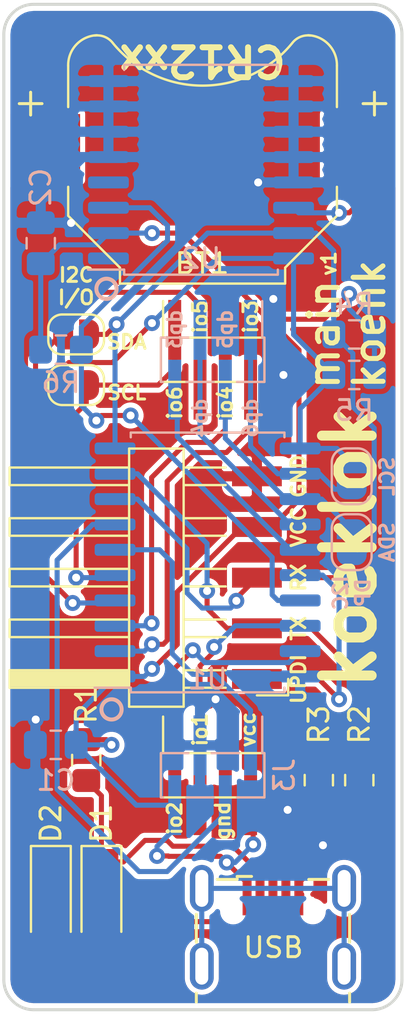
<source format=kicad_pcb>
(kicad_pcb (version 20171130) (host pcbnew "(5.1.2)-1")

  (general
    (thickness 1.6)
    (drawings 41)
    (tracks 361)
    (zones 0)
    (modules 23)
    (nets 28)
  )

  (page A4)
  (title_block
    (title "Koeklok - Main module")
    (date 2019-07-06)
    (rev v1)
    (comment 4 "Author: Koen Koning")
  )

  (layers
    (0 F.Cu signal)
    (31 B.Cu signal)
    (32 B.Adhes user)
    (33 F.Adhes user)
    (34 B.Paste user)
    (35 F.Paste user)
    (36 B.SilkS user)
    (37 F.SilkS user)
    (38 B.Mask user)
    (39 F.Mask user)
    (40 Dwgs.User user hide)
    (41 Cmts.User user hide)
    (42 Eco1.User user hide)
    (43 Eco2.User user hide)
    (44 Edge.Cuts user)
    (45 Margin user hide)
    (46 B.CrtYd user)
    (47 F.CrtYd user)
    (48 B.Fab user hide)
    (49 F.Fab user hide)
  )

  (setup
    (last_trace_width 0.254)
    (trace_clearance 0.254)
    (zone_clearance 0.254)
    (zone_45_only no)
    (trace_min 0.1524)
    (via_size 0.8)
    (via_drill 0.4)
    (via_min_size 0.46)
    (via_min_drill 0.3)
    (uvia_size 0.3)
    (uvia_drill 0.1)
    (uvias_allowed no)
    (uvia_min_size 0.2)
    (uvia_min_drill 0.1)
    (edge_width 0.1)
    (segment_width 0.2)
    (pcb_text_width 0.3)
    (pcb_text_size 1.5 1.5)
    (mod_edge_width 0.15)
    (mod_text_size 1 1)
    (mod_text_width 0.15)
    (pad_size 1.524 1.524)
    (pad_drill 0.762)
    (pad_to_mask_clearance 0.051)
    (solder_mask_min_width 0.4)
    (aux_axis_origin 0 0)
    (visible_elements 7FFFFFFF)
    (pcbplotparams
      (layerselection 0x010fc_ffffffff)
      (usegerberextensions false)
      (usegerberattributes false)
      (usegerberadvancedattributes false)
      (creategerberjobfile false)
      (excludeedgelayer true)
      (linewidth 0.100000)
      (plotframeref false)
      (viasonmask false)
      (mode 1)
      (useauxorigin false)
      (hpglpennumber 1)
      (hpglpenspeed 20)
      (hpglpendiameter 15.000000)
      (psnegative false)
      (psa4output false)
      (plotreference true)
      (plotvalue true)
      (plotinvisibletext false)
      (padsonsilk false)
      (subtractmaskfromsilk false)
      (outputformat 1)
      (mirror false)
      (drillshape 1)
      (scaleselection 1)
      (outputdirectory ""))
  )

  (net 0 "")
  (net 1 /Vbat)
  (net 2 GND)
  (net 3 VCC)
  (net 4 UPDI)
  (net 5 UART_TXD)
  (net 6 UART_RXD)
  (net 7 "Net-(J2-Pad4)")
  (net 8 "Net-(J2-Pad6)")
  (net 9 HDR_DISP_2)
  (net 10 HDR_DISP_1)
  (net 11 HDR_DISP_5)
  (net 12 HDR_DISP_3)
  (net 13 HDR_DISP_6)
  (net 14 HDR_DISP_4)
  (net 15 HDR_IO_2)
  (net 16 HDR_IO_1)
  (net 17 HDR_IO_5)
  (net 18 HDR_IO_3)
  (net 19 HDR_IO_6)
  (net 20 HDR_IO_4)
  (net 21 I2C_SDA)
  (net 22 I2C_SCL)
  (net 23 RTC_INT)
  (net 24 "Net-(U2-Pad1)")
  (net 25 "Net-(U2-Pad4)")
  (net 26 /D-)
  (net 27 /D+)

  (net_class Default "This is the default net class."
    (clearance 0.254)
    (trace_width 0.254)
    (via_dia 0.8)
    (via_drill 0.4)
    (uvia_dia 0.3)
    (uvia_drill 0.1)
    (add_net /D+)
    (add_net /D-)
    (add_net /Vbat)
    (add_net GND)
    (add_net HDR_DISP_1)
    (add_net HDR_DISP_2)
    (add_net HDR_DISP_3)
    (add_net HDR_DISP_4)
    (add_net HDR_DISP_5)
    (add_net HDR_DISP_6)
    (add_net HDR_IO_1)
    (add_net HDR_IO_2)
    (add_net HDR_IO_3)
    (add_net HDR_IO_4)
    (add_net HDR_IO_5)
    (add_net HDR_IO_6)
    (add_net I2C_SCL)
    (add_net I2C_SDA)
    (add_net "Net-(J2-Pad4)")
    (add_net "Net-(J2-Pad6)")
    (add_net "Net-(U2-Pad1)")
    (add_net "Net-(U2-Pad4)")
    (add_net RTC_INT)
    (add_net UART_RXD)
    (add_net UART_TXD)
    (add_net UPDI)
    (add_net VCC)
  )

  (module Connector_Harwin:Harwin_M20-89005xx_1x05_P2.54mm_Horizontal (layer F.Cu) (tedit 5B154A07) (tstamp 5D216BBF)
    (at 107.188 78.74 180)
    (descr "Harwin Male Horizontal Surface Mount Single Row 2.54mm (0.1 inch) Pitch PCB Connector, M20-89005xx, 5 Pins per row (https://cdn.harwin.com/pdfs/M20-890.pdf), generated with kicad-footprint-generator")
    (tags "connector Harwin M20-890 horizontal")
    (path /5D7D2A7B)
    (attr smd)
    (fp_text reference J1 (at 1.778 6.35) (layer F.SilkS) hide
      (effects (font (size 1 1) (thickness 0.15)))
    )
    (fp_text value "Debug pins" (at -0.48 7.55) (layer F.Fab)
      (effects (font (size 1 1) (thickness 0.15)))
    )
    (fp_text user %R (at -0.48 0 90) (layer F.Fab)
      (effects (font (size 1 1) (thickness 0.15)))
    )
    (fp_line (start -7.28 6.85) (end -7.28 -6.85) (layer F.CrtYd) (width 0.05))
    (fp_line (start 7.28 6.85) (end -7.28 6.85) (layer F.CrtYd) (width 0.05))
    (fp_line (start 7.28 -6.85) (end 7.28 6.85) (layer F.CrtYd) (width 0.05))
    (fp_line (start -7.28 -6.85) (end 7.28 -6.85) (layer F.CrtYd) (width 0.05))
    (fp_line (start -7.095 -5.9) (end -5.525 -5.9) (layer F.SilkS) (width 0.12))
    (fp_line (start -7.095 -5.08) (end -7.095 -5.9) (layer F.SilkS) (width 0.12))
    (fp_line (start 6.895 5.52) (end 0.895 5.52) (layer F.SilkS) (width 0.12))
    (fp_line (start 6.895 4.64) (end 6.895 5.52) (layer F.SilkS) (width 0.12))
    (fp_line (start 0.895 4.64) (end 6.895 4.64) (layer F.SilkS) (width 0.12))
    (fp_line (start -3.955 5.52) (end -1.845 5.52) (layer F.SilkS) (width 0.12))
    (fp_line (start -3.955 4.64) (end -1.845 4.64) (layer F.SilkS) (width 0.12))
    (fp_line (start 6.895 2.98) (end 0.895 2.98) (layer F.SilkS) (width 0.12))
    (fp_line (start 6.895 2.1) (end 6.895 2.98) (layer F.SilkS) (width 0.12))
    (fp_line (start 0.895 2.1) (end 6.895 2.1) (layer F.SilkS) (width 0.12))
    (fp_line (start -3.955 2.98) (end -1.845 2.98) (layer F.SilkS) (width 0.12))
    (fp_line (start -3.955 2.1) (end -1.845 2.1) (layer F.SilkS) (width 0.12))
    (fp_line (start 6.895 0.44) (end 0.895 0.44) (layer F.SilkS) (width 0.12))
    (fp_line (start 6.895 -0.44) (end 6.895 0.44) (layer F.SilkS) (width 0.12))
    (fp_line (start 0.895 -0.44) (end 6.895 -0.44) (layer F.SilkS) (width 0.12))
    (fp_line (start -3.955 0.44) (end -1.845 0.44) (layer F.SilkS) (width 0.12))
    (fp_line (start -3.955 -0.44) (end -1.845 -0.44) (layer F.SilkS) (width 0.12))
    (fp_line (start 6.895 -2.1) (end 0.895 -2.1) (layer F.SilkS) (width 0.12))
    (fp_line (start 6.895 -2.98) (end 6.895 -2.1) (layer F.SilkS) (width 0.12))
    (fp_line (start 0.895 -2.98) (end 6.895 -2.98) (layer F.SilkS) (width 0.12))
    (fp_line (start -3.955 -2.1) (end -1.845 -2.1) (layer F.SilkS) (width 0.12))
    (fp_line (start -3.955 -2.98) (end -1.845 -2.98) (layer F.SilkS) (width 0.12))
    (fp_line (start 6.895 -4.64) (end 0.895 -4.64) (layer F.SilkS) (width 0.12))
    (fp_line (start 6.895 -5.52) (end 6.895 -4.64) (layer F.SilkS) (width 0.12))
    (fp_line (start 0.895 -5.52) (end 6.895 -5.52) (layer F.SilkS) (width 0.12))
    (fp_line (start -3.955 -4.64) (end -1.845 -4.64) (layer F.SilkS) (width 0.12))
    (fp_line (start -3.955 -5.52) (end -1.845 -5.52) (layer F.SilkS) (width 0.12))
    (fp_line (start -1.845 6.47) (end -1.845 -6.47) (layer F.SilkS) (width 0.12))
    (fp_line (start 0.895 6.47) (end -1.845 6.47) (layer F.SilkS) (width 0.12))
    (fp_line (start 0.895 -6.47) (end 0.895 6.47) (layer F.SilkS) (width 0.12))
    (fp_line (start -1.845 -6.47) (end 0.895 -6.47) (layer F.SilkS) (width 0.12))
    (fp_line (start -1.725 6.35) (end -1.725 -5.95) (layer F.Fab) (width 0.1))
    (fp_line (start 0.775 6.35) (end -1.725 6.35) (layer F.Fab) (width 0.1))
    (fp_line (start 0.775 -6.35) (end 0.775 6.35) (layer F.Fab) (width 0.1))
    (fp_line (start -1.325 -6.35) (end 0.775 -6.35) (layer F.Fab) (width 0.1))
    (fp_line (start -1.725 -5.95) (end -1.325 -6.35) (layer F.Fab) (width 0.1))
    (fp_line (start 6.775 5.4) (end 0.775 5.4) (layer F.Fab) (width 0.1))
    (fp_line (start 6.775 4.76) (end 6.775 5.4) (layer F.Fab) (width 0.1))
    (fp_line (start 0.775 4.76) (end 6.775 4.76) (layer F.Fab) (width 0.1))
    (fp_line (start -6.425 5.4) (end -1.725 5.4) (layer F.Fab) (width 0.1))
    (fp_line (start -6.425 4.76) (end -6.425 5.4) (layer F.Fab) (width 0.1))
    (fp_line (start -1.725 4.76) (end -6.425 4.76) (layer F.Fab) (width 0.1))
    (fp_line (start 6.775 2.86) (end 0.775 2.86) (layer F.Fab) (width 0.1))
    (fp_line (start 6.775 2.22) (end 6.775 2.86) (layer F.Fab) (width 0.1))
    (fp_line (start 0.775 2.22) (end 6.775 2.22) (layer F.Fab) (width 0.1))
    (fp_line (start -6.425 2.86) (end -1.725 2.86) (layer F.Fab) (width 0.1))
    (fp_line (start -6.425 2.22) (end -6.425 2.86) (layer F.Fab) (width 0.1))
    (fp_line (start -1.725 2.22) (end -6.425 2.22) (layer F.Fab) (width 0.1))
    (fp_line (start 6.775 0.32) (end 0.775 0.32) (layer F.Fab) (width 0.1))
    (fp_line (start 6.775 -0.32) (end 6.775 0.32) (layer F.Fab) (width 0.1))
    (fp_line (start 0.775 -0.32) (end 6.775 -0.32) (layer F.Fab) (width 0.1))
    (fp_line (start -6.425 0.32) (end -1.725 0.32) (layer F.Fab) (width 0.1))
    (fp_line (start -6.425 -0.32) (end -6.425 0.32) (layer F.Fab) (width 0.1))
    (fp_line (start -1.725 -0.32) (end -6.425 -0.32) (layer F.Fab) (width 0.1))
    (fp_line (start 6.775 -2.22) (end 0.775 -2.22) (layer F.Fab) (width 0.1))
    (fp_line (start 6.775 -2.86) (end 6.775 -2.22) (layer F.Fab) (width 0.1))
    (fp_line (start 0.775 -2.86) (end 6.775 -2.86) (layer F.Fab) (width 0.1))
    (fp_line (start -6.425 -2.22) (end -1.725 -2.22) (layer F.Fab) (width 0.1))
    (fp_line (start -6.425 -2.86) (end -6.425 -2.22) (layer F.Fab) (width 0.1))
    (fp_line (start -1.725 -2.86) (end -6.425 -2.86) (layer F.Fab) (width 0.1))
    (fp_line (start 6.775 -4.76) (end 0.775 -4.76) (layer F.Fab) (width 0.1))
    (fp_line (start 6.775 -5.4) (end 6.775 -4.76) (layer F.Fab) (width 0.1))
    (fp_line (start 0.775 -5.4) (end 6.775 -5.4) (layer F.Fab) (width 0.1))
    (fp_line (start -6.425 -4.76) (end -1.725 -4.76) (layer F.Fab) (width 0.1))
    (fp_line (start -6.425 -5.4) (end -6.425 -4.76) (layer F.Fab) (width 0.1))
    (fp_line (start -1.725 -5.4) (end -6.425 -5.4) (layer F.Fab) (width 0.1))
    (pad "" smd rect (at 3.895 -5.08 180) (size 6 0.76) (layers F.SilkS))
    (pad 5 smd rect (at -5.525 5.08 180) (size 2.5 1) (layers F.Cu F.Paste F.Mask)
      (net 2 GND))
    (pad 4 smd rect (at -5.525 2.54 180) (size 2.5 1) (layers F.Cu F.Paste F.Mask)
      (net 3 VCC))
    (pad 3 smd rect (at -5.525 0 180) (size 2.5 1) (layers F.Cu F.Paste F.Mask)
      (net 6 UART_RXD))
    (pad 2 smd rect (at -5.525 -2.54 180) (size 2.5 1) (layers F.Cu F.Paste F.Mask)
      (net 5 UART_TXD))
    (pad 1 smd rect (at -5.525 -5.08 180) (size 2.5 1) (layers F.Cu F.Paste F.Mask)
      (net 4 UPDI))
    (model ${KISYS3DMOD}/Connector_Harwin.3dshapes/Harwin_M20-89005xx_1x05_P2.54mm_Horizontal.wrl
      (at (xyz 0 0 0))
      (scale (xyz 1 1 1))
      (rotate (xyz 0 0 0))
    )
  )

  (module Diode_SMD:D_MiniMELF (layer F.Cu) (tedit 5905D8F5) (tstamp 5D216B6E)
    (at 102.362 94.742 270)
    (descr "Diode Mini-MELF")
    (tags "Diode Mini-MELF")
    (path /5CE1B8E7)
    (attr smd)
    (fp_text reference D2 (at -3.683 0 90) (layer F.SilkS)
      (effects (font (size 1 1) (thickness 0.15)))
    )
    (fp_text value 3v3 (at 0 1.75 90) (layer F.Fab)
      (effects (font (size 1 1) (thickness 0.15)))
    )
    (fp_line (start -2.65 1.1) (end -2.65 -1.1) (layer F.CrtYd) (width 0.05))
    (fp_line (start 2.65 1.1) (end -2.65 1.1) (layer F.CrtYd) (width 0.05))
    (fp_line (start 2.65 -1.1) (end 2.65 1.1) (layer F.CrtYd) (width 0.05))
    (fp_line (start -2.65 -1.1) (end 2.65 -1.1) (layer F.CrtYd) (width 0.05))
    (fp_line (start -0.75 0) (end -0.35 0) (layer F.Fab) (width 0.1))
    (fp_line (start -0.35 0) (end -0.35 -0.55) (layer F.Fab) (width 0.1))
    (fp_line (start -0.35 0) (end -0.35 0.55) (layer F.Fab) (width 0.1))
    (fp_line (start -0.35 0) (end 0.25 -0.4) (layer F.Fab) (width 0.1))
    (fp_line (start 0.25 -0.4) (end 0.25 0.4) (layer F.Fab) (width 0.1))
    (fp_line (start 0.25 0.4) (end -0.35 0) (layer F.Fab) (width 0.1))
    (fp_line (start 0.25 0) (end 0.75 0) (layer F.Fab) (width 0.1))
    (fp_line (start -1.65 -0.8) (end 1.65 -0.8) (layer F.Fab) (width 0.1))
    (fp_line (start -1.65 0.8) (end -1.65 -0.8) (layer F.Fab) (width 0.1))
    (fp_line (start 1.65 0.8) (end -1.65 0.8) (layer F.Fab) (width 0.1))
    (fp_line (start 1.65 -0.8) (end 1.65 0.8) (layer F.Fab) (width 0.1))
    (fp_line (start -2.55 1) (end 1.75 1) (layer F.SilkS) (width 0.12))
    (fp_line (start -2.55 -1) (end -2.55 1) (layer F.SilkS) (width 0.12))
    (fp_line (start 1.75 -1) (end -2.55 -1) (layer F.SilkS) (width 0.12))
    (fp_text user %R (at 0 -2 90) (layer F.Fab)
      (effects (font (size 1 1) (thickness 0.15)))
    )
    (pad 2 smd rect (at 1.75 0 270) (size 1.3 1.7) (layers F.Cu F.Paste F.Mask)
      (net 2 GND))
    (pad 1 smd rect (at -1.75 0 270) (size 1.3 1.7) (layers F.Cu F.Paste F.Mask)
      (net 27 /D+))
    (model ${KISYS3DMOD}/Diode_SMD.3dshapes/D_MiniMELF.wrl
      (at (xyz 0 0 0))
      (scale (xyz 1 1 1))
      (rotate (xyz 0 0 0))
    )
  )

  (module Diode_SMD:D_MiniMELF (layer F.Cu) (tedit 5905D8F5) (tstamp 5D216B55)
    (at 104.902 94.742 270)
    (descr "Diode Mini-MELF")
    (tags "Diode Mini-MELF")
    (path /5CE1A6DD)
    (attr smd)
    (fp_text reference D1 (at -3.683 0 90) (layer F.SilkS)
      (effects (font (size 1 1) (thickness 0.15)))
    )
    (fp_text value 3v3 (at 0 1.75 90) (layer F.Fab)
      (effects (font (size 1 1) (thickness 0.15)))
    )
    (fp_line (start -2.65 1.1) (end -2.65 -1.1) (layer F.CrtYd) (width 0.05))
    (fp_line (start 2.65 1.1) (end -2.65 1.1) (layer F.CrtYd) (width 0.05))
    (fp_line (start 2.65 -1.1) (end 2.65 1.1) (layer F.CrtYd) (width 0.05))
    (fp_line (start -2.65 -1.1) (end 2.65 -1.1) (layer F.CrtYd) (width 0.05))
    (fp_line (start -0.75 0) (end -0.35 0) (layer F.Fab) (width 0.1))
    (fp_line (start -0.35 0) (end -0.35 -0.55) (layer F.Fab) (width 0.1))
    (fp_line (start -0.35 0) (end -0.35 0.55) (layer F.Fab) (width 0.1))
    (fp_line (start -0.35 0) (end 0.25 -0.4) (layer F.Fab) (width 0.1))
    (fp_line (start 0.25 -0.4) (end 0.25 0.4) (layer F.Fab) (width 0.1))
    (fp_line (start 0.25 0.4) (end -0.35 0) (layer F.Fab) (width 0.1))
    (fp_line (start 0.25 0) (end 0.75 0) (layer F.Fab) (width 0.1))
    (fp_line (start -1.65 -0.8) (end 1.65 -0.8) (layer F.Fab) (width 0.1))
    (fp_line (start -1.65 0.8) (end -1.65 -0.8) (layer F.Fab) (width 0.1))
    (fp_line (start 1.65 0.8) (end -1.65 0.8) (layer F.Fab) (width 0.1))
    (fp_line (start 1.65 -0.8) (end 1.65 0.8) (layer F.Fab) (width 0.1))
    (fp_line (start -2.55 1) (end 1.75 1) (layer F.SilkS) (width 0.12))
    (fp_line (start -2.55 -1) (end -2.55 1) (layer F.SilkS) (width 0.12))
    (fp_line (start 1.75 -1) (end -2.55 -1) (layer F.SilkS) (width 0.12))
    (fp_text user %R (at 0 -2 90) (layer F.Fab)
      (effects (font (size 1 1) (thickness 0.15)))
    )
    (pad 2 smd rect (at 1.75 0 270) (size 1.3 1.7) (layers F.Cu F.Paste F.Mask)
      (net 2 GND))
    (pad 1 smd rect (at -1.75 0 270) (size 1.3 1.7) (layers F.Cu F.Paste F.Mask)
      (net 26 /D-))
    (model ${KISYS3DMOD}/Diode_SMD.3dshapes/D_MiniMELF.wrl
      (at (xyz 0 0 0))
      (scale (xyz 1 1 1))
      (rotate (xyz 0 0 0))
    )
  )

  (module Battery:BatteryHolder_Keystone_3000_1x12mm (layer F.Cu) (tedit 58972371) (tstamp 5D216B1A)
    (at 109.982 57.15 180)
    (descr http://www.keyelco.com/product-pdf.cfm?p=777)
    (tags "Keystone type 3000 coin cell retainer")
    (path /5C54C017)
    (attr smd)
    (fp_text reference BT1 (at 0.026 -5.842) (layer F.SilkS)
      (effects (font (size 1 1) (thickness 0.15)))
    )
    (fp_text value Battery_Cell (at 0 7.5) (layer F.Fab)
      (effects (font (size 1 1) (thickness 0.15)))
    )
    (fp_text user %R (at 0 0) (layer F.Fab)
      (effects (font (size 1 1) (thickness 0.15)))
    )
    (fp_arc (start 0 0) (end 0 6.75) (angle 36.6) (layer F.CrtYd) (width 0.05))
    (fp_arc (start 0.11 9.15) (end 4.22 5.65) (angle -3.1) (layer F.CrtYd) (width 0.05))
    (fp_arc (start 0.11 9.15) (end -4.22 5.65) (angle 3.1) (layer F.CrtYd) (width 0.05))
    (fp_arc (start 0 0) (end 0 6.75) (angle -36.6) (layer F.CrtYd) (width 0.05))
    (fp_arc (start 5.25 4.1) (end 5.3 6.1) (angle -90) (layer F.CrtYd) (width 0.05))
    (fp_arc (start 5.29 4.6) (end 4.22 5.65) (angle -54.1) (layer F.CrtYd) (width 0.05))
    (fp_arc (start -5.29 4.6) (end -4.22 5.65) (angle 54.1) (layer F.CrtYd) (width 0.05))
    (fp_circle (center 0 0) (end 0 6.25) (layer Dwgs.User) (width 0.15))
    (fp_arc (start 5.29 4.6) (end 4.5 5.2) (angle -60) (layer F.SilkS) (width 0.12))
    (fp_arc (start -5.29 4.6) (end -4.5 5.2) (angle 60) (layer F.SilkS) (width 0.12))
    (fp_arc (start 0 8.9) (end -4.5 5.2) (angle 101) (layer F.SilkS) (width 0.12))
    (fp_arc (start 5.29 4.6) (end 4.6 5.1) (angle -60) (layer F.Fab) (width 0.1))
    (fp_arc (start -5.29 4.6) (end -4.6 5.1) (angle 60) (layer F.Fab) (width 0.1))
    (fp_arc (start 0 8.9) (end -4.6 5.1) (angle 101) (layer F.Fab) (width 0.1))
    (fp_arc (start -5.25 4.1) (end -5.3 6.1) (angle 90) (layer F.CrtYd) (width 0.05))
    (fp_arc (start 5.25 4.1) (end 5.3 5.6) (angle -90) (layer F.SilkS) (width 0.12))
    (fp_arc (start -5.25 4.1) (end -5.3 5.6) (angle 90) (layer F.SilkS) (width 0.12))
    (fp_line (start -7.25 2.15) (end -7.25 4.1) (layer F.CrtYd) (width 0.05))
    (fp_line (start 7.25 2.15) (end 7.25 4.1) (layer F.CrtYd) (width 0.05))
    (fp_line (start 6.75 2) (end 6.75 4.1) (layer F.SilkS) (width 0.12))
    (fp_line (start -6.75 2) (end -6.75 4.1) (layer F.SilkS) (width 0.12))
    (fp_arc (start 5.25 4.1) (end 5.3 5.45) (angle -90) (layer F.Fab) (width 0.1))
    (fp_line (start 7.25 -2.15) (end 7.25 -3.8) (layer F.CrtYd) (width 0.05))
    (fp_line (start 7.25 -3.8) (end 4.65 -6.4) (layer F.CrtYd) (width 0.05))
    (fp_line (start 4.65 -6.4) (end 4.65 -7.35) (layer F.CrtYd) (width 0.05))
    (fp_line (start -4.65 -7.35) (end 4.65 -7.35) (layer F.CrtYd) (width 0.05))
    (fp_line (start -4.65 -6.4) (end -4.65 -7.35) (layer F.CrtYd) (width 0.05))
    (fp_line (start -7.25 -3.8) (end -4.65 -6.4) (layer F.CrtYd) (width 0.05))
    (fp_line (start -7.25 -2.15) (end -7.25 -3.8) (layer F.CrtYd) (width 0.05))
    (fp_line (start -6.75 -2) (end -6.75 -3.45) (layer F.SilkS) (width 0.12))
    (fp_line (start -6.75 -3.45) (end -4.15 -6.05) (layer F.SilkS) (width 0.12))
    (fp_line (start -4.15 -6.05) (end -4.15 -6.85) (layer F.SilkS) (width 0.12))
    (fp_line (start -4.15 -6.85) (end 4.15 -6.85) (layer F.SilkS) (width 0.12))
    (fp_line (start 4.15 -6.85) (end 4.15 -6.05) (layer F.SilkS) (width 0.12))
    (fp_line (start 4.15 -6.05) (end 6.75 -3.45) (layer F.SilkS) (width 0.12))
    (fp_line (start 6.75 -3.45) (end 6.75 -2) (layer F.SilkS) (width 0.12))
    (fp_line (start -7.25 -2.15) (end -10.15 -2.15) (layer F.CrtYd) (width 0.05))
    (fp_line (start -10.15 -2.15) (end -10.15 2.15) (layer F.CrtYd) (width 0.05))
    (fp_line (start -10.15 2.15) (end -7.25 2.15) (layer F.CrtYd) (width 0.05))
    (fp_line (start 7.25 -2.15) (end 10.15 -2.15) (layer F.CrtYd) (width 0.05))
    (fp_line (start 10.15 -2.15) (end 10.15 2.15) (layer F.CrtYd) (width 0.05))
    (fp_line (start 10.15 2.15) (end 7.25 2.15) (layer F.CrtYd) (width 0.05))
    (fp_arc (start -5.25 4.1) (end -5.3 5.45) (angle 90) (layer F.Fab) (width 0.1))
    (fp_line (start 6.6 -3.4) (end 6.6 4.1) (layer F.Fab) (width 0.1))
    (fp_line (start -6.6 -3.4) (end -6.6 4.1) (layer F.Fab) (width 0.1))
    (fp_line (start 4 -6) (end 6.6 -3.4) (layer F.Fab) (width 0.1))
    (fp_line (start -4 -6) (end -6.6 -3.4) (layer F.Fab) (width 0.1))
    (fp_line (start 4 -6.7) (end 4 -6) (layer F.Fab) (width 0.1))
    (fp_line (start -4 -6.7) (end -4 -6) (layer F.Fab) (width 0.1))
    (fp_line (start -4 -6.7) (end 4 -6.7) (layer F.Fab) (width 0.1))
    (pad 1 smd rect (at -7.9 0 180) (size 3.5 3.3) (layers F.Cu F.Paste F.Mask)
      (net 1 /Vbat))
    (pad 1 smd rect (at 7.9 0 180) (size 3.5 3.3) (layers F.Cu F.Paste F.Mask)
      (net 1 /Vbat))
    (pad 2 smd rect (at 0 0 180) (size 4 4) (layers F.Cu F.Mask)
      (net 2 GND))
    (model ${KISYS3DMOD}/Battery.3dshapes/BatteryHolder_Keystone_3000_1x12mm.wrl
      (at (xyz 0 0 0))
      (scale (xyz 1 1 1))
      (rotate (xyz 0 0 0))
    )
  )

  (module Capacitor_SMD:C_0805_2012Metric_Pad1.15x1.40mm_HandSolder (layer B.Cu) (tedit 5B36C52B) (tstamp 5D216B2B)
    (at 102.607 87.122 180)
    (descr "Capacitor SMD 0805 (2012 Metric), square (rectangular) end terminal, IPC_7351 nominal with elongated pad for handsoldering. (Body size source: https://docs.google.com/spreadsheets/d/1BsfQQcO9C6DZCsRaXUlFlo91Tg2WpOkGARC1WS5S8t0/edit?usp=sharing), generated with kicad-footprint-generator")
    (tags "capacitor handsolder")
    (path /5D10AE76)
    (attr smd)
    (fp_text reference C1 (at -0.009 -1.778) (layer B.SilkS)
      (effects (font (size 1 1) (thickness 0.15)) (justify mirror))
    )
    (fp_text value 100uF (at 0 -1.65) (layer B.Fab)
      (effects (font (size 1 1) (thickness 0.15)) (justify mirror))
    )
    (fp_line (start -1 -0.6) (end -1 0.6) (layer B.Fab) (width 0.1))
    (fp_line (start -1 0.6) (end 1 0.6) (layer B.Fab) (width 0.1))
    (fp_line (start 1 0.6) (end 1 -0.6) (layer B.Fab) (width 0.1))
    (fp_line (start 1 -0.6) (end -1 -0.6) (layer B.Fab) (width 0.1))
    (fp_line (start -0.261252 0.71) (end 0.261252 0.71) (layer B.SilkS) (width 0.12))
    (fp_line (start -0.261252 -0.71) (end 0.261252 -0.71) (layer B.SilkS) (width 0.12))
    (fp_line (start -1.85 -0.95) (end -1.85 0.95) (layer B.CrtYd) (width 0.05))
    (fp_line (start -1.85 0.95) (end 1.85 0.95) (layer B.CrtYd) (width 0.05))
    (fp_line (start 1.85 0.95) (end 1.85 -0.95) (layer B.CrtYd) (width 0.05))
    (fp_line (start 1.85 -0.95) (end -1.85 -0.95) (layer B.CrtYd) (width 0.05))
    (fp_text user %R (at 0 0) (layer B.Fab)
      (effects (font (size 0.5 0.5) (thickness 0.08)) (justify mirror))
    )
    (pad 1 smd roundrect (at -1.025 0 180) (size 1.15 1.4) (layers B.Cu B.Paste B.Mask) (roundrect_rratio 0.217391)
      (net 3 VCC))
    (pad 2 smd roundrect (at 1.025 0 180) (size 1.15 1.4) (layers B.Cu B.Paste B.Mask) (roundrect_rratio 0.217391)
      (net 2 GND))
    (model ${KISYS3DMOD}/Capacitor_SMD.3dshapes/C_0805_2012Metric.wrl
      (at (xyz 0 0 0))
      (scale (xyz 1 1 1))
      (rotate (xyz 0 0 0))
    )
  )

  (module Capacitor_SMD:C_0805_2012Metric_Pad1.15x1.40mm_HandSolder (layer B.Cu) (tedit 5B36C52B) (tstamp 5D216B3C)
    (at 101.854 61.976 270)
    (descr "Capacitor SMD 0805 (2012 Metric), square (rectangular) end terminal, IPC_7351 nominal with elongated pad for handsoldering. (Body size source: https://docs.google.com/spreadsheets/d/1BsfQQcO9C6DZCsRaXUlFlo91Tg2WpOkGARC1WS5S8t0/edit?usp=sharing), generated with kicad-footprint-generator")
    (tags "capacitor handsolder")
    (path /5C454947)
    (attr smd)
    (fp_text reference C2 (at -2.794 0 90) (layer B.SilkS)
      (effects (font (size 1 1) (thickness 0.15)) (justify mirror))
    )
    (fp_text value 100pF (at 0 -1.65 90) (layer B.Fab)
      (effects (font (size 1 1) (thickness 0.15)) (justify mirror))
    )
    (fp_text user %R (at 0 0 90) (layer B.Fab)
      (effects (font (size 0.5 0.5) (thickness 0.08)) (justify mirror))
    )
    (fp_line (start 1.85 -0.95) (end -1.85 -0.95) (layer B.CrtYd) (width 0.05))
    (fp_line (start 1.85 0.95) (end 1.85 -0.95) (layer B.CrtYd) (width 0.05))
    (fp_line (start -1.85 0.95) (end 1.85 0.95) (layer B.CrtYd) (width 0.05))
    (fp_line (start -1.85 -0.95) (end -1.85 0.95) (layer B.CrtYd) (width 0.05))
    (fp_line (start -0.261252 -0.71) (end 0.261252 -0.71) (layer B.SilkS) (width 0.12))
    (fp_line (start -0.261252 0.71) (end 0.261252 0.71) (layer B.SilkS) (width 0.12))
    (fp_line (start 1 -0.6) (end -1 -0.6) (layer B.Fab) (width 0.1))
    (fp_line (start 1 0.6) (end 1 -0.6) (layer B.Fab) (width 0.1))
    (fp_line (start -1 0.6) (end 1 0.6) (layer B.Fab) (width 0.1))
    (fp_line (start -1 -0.6) (end -1 0.6) (layer B.Fab) (width 0.1))
    (pad 2 smd roundrect (at 1.025 0 270) (size 1.15 1.4) (layers B.Cu B.Paste B.Mask) (roundrect_rratio 0.217391)
      (net 3 VCC))
    (pad 1 smd roundrect (at -1.025 0 270) (size 1.15 1.4) (layers B.Cu B.Paste B.Mask) (roundrect_rratio 0.217391)
      (net 2 GND))
    (model ${KISYS3DMOD}/Capacitor_SMD.3dshapes/C_0805_2012Metric.wrl
      (at (xyz 0 0 0))
      (scale (xyz 1 1 1))
      (rotate (xyz 0 0 0))
    )
  )

  (module Koeklok:USB_Micro-B_4DIP (layer F.Cu) (tedit 5C47B728) (tstamp 5D216BE6)
    (at 113.519 96.266)
    (descr "USB Micro-B receptacle, https://www.aliexpress.com/item/5-Pcs-Per-Lot-Micro-USB-Type-B-Female-5-Pin-DIP-Socket-Connector-4-Legs/1849284174.html")
    (tags "usb micro receptacle")
    (path /5C4ED0DD)
    (attr smd)
    (fp_text reference J2 (at 0.019 3.048) (layer F.SilkS) hide
      (effects (font (size 1 1) (thickness 0.15)))
    )
    (fp_text value USB (at 0 5.6) (layer F.Fab)
      (effects (font (size 1 1) (thickness 0.15)))
    )
    (fp_line (start -3.7 -2.25) (end -3.7 4.7) (layer F.Fab) (width 0.15))
    (fp_line (start -3.7 4.7) (end 3.7 4.7) (layer F.Fab) (width 0.15))
    (fp_line (start 3.7 -2.25) (end 3.7 4.7) (layer F.Fab) (width 0.15))
    (fp_line (start 3.7 -2.25) (end -3.7 -2.25) (layer F.Fab) (width 0.15))
    (fp_line (start -2.7 4.1) (end 2.7 4.1) (layer F.Fab) (width 0.15))
    (fp_line (start -1.075 -2.725) (end -1.3 -2.55) (layer F.Fab) (width 0.15))
    (fp_line (start -1.3 -2.55) (end -1.525 -2.725) (layer F.Fab) (width 0.15))
    (fp_line (start -1.525 -2.725) (end -1.525 -2.95) (layer F.Fab) (width 0.15))
    (fp_line (start -1.525 -2.95) (end -1.075 -2.95) (layer F.Fab) (width 0.15))
    (fp_line (start -1.075 -2.95) (end -1.075 -2.725) (layer F.Fab) (width 0.15))
    (fp_line (start -3.85 -0.65) (end -3.85 0.75) (layer F.SilkS) (width 0.15))
    (fp_line (start -3.85 3.3) (end -3.85 3.75) (layer F.SilkS) (width 0.15))
    (fp_line (start 3.85 3.75) (end 3.85 3.3) (layer F.SilkS) (width 0.15))
    (fp_line (start 3.85 0.75) (end 3.85 -0.65) (layer F.SilkS) (width 0.15))
    (fp_line (start -1.075 -2.55) (end -1.8 -2.55) (layer F.SilkS) (width 0.15))
    (fp_line (start -1.8 -2.45) (end -1.8 -2.4) (layer F.SilkS) (width 0.15))
    (fp_line (start -1.8 -2.4) (end -2.8 -2.4) (layer F.SilkS) (width 0.15))
    (fp_line (start 1.8 -2.4) (end 2.8 -2.4) (layer F.SilkS) (width 0.15))
    (fp_line (start -4.94 -3.34) (end -4.94 4.85) (layer F.CrtYd) (width 0.05))
    (fp_line (start -4.94 4.85) (end 4.95 4.85) (layer F.CrtYd) (width 0.05))
    (fp_line (start 4.95 4.85) (end 4.95 -3.34) (layer F.CrtYd) (width 0.05))
    (fp_line (start 4.95 -3.34) (end -4.94 -3.34) (layer F.CrtYd) (width 0.05))
    (fp_text user %R (at 0 1.05) (layer F.Fab)
      (effects (font (size 1 1) (thickness 0.15)))
    )
    (fp_text user "PCB Edge" (at 0 3.75) (layer Dwgs.User)
      (effects (font (size 0.5 0.5) (thickness 0.08)))
    )
    (pad 1 smd rect (at -1.3 -1.525) (size 0.45 1.85) (layers F.Cu F.Paste F.Mask)
      (net 3 VCC))
    (pad 2 smd rect (at -0.65 -1.525) (size 0.45 1.85) (layers F.Cu F.Paste F.Mask)
      (net 26 /D-))
    (pad 3 smd rect (at 0 -1.525) (size 0.45 1.85) (layers F.Cu F.Paste F.Mask)
      (net 27 /D+))
    (pad 4 smd rect (at 0.65 -1.525) (size 0.45 1.85) (layers F.Cu F.Paste F.Mask)
      (net 7 "Net-(J2-Pad4)"))
    (pad 5 smd rect (at 1.3 -1.525) (size 0.45 1.85) (layers F.Cu F.Paste F.Mask)
      (net 2 GND))
    (pad 6 thru_hole oval (at -3.575 -1.95) (size 1.2 2.35) (drill oval 0.65 1.85) (layers *.Cu *.Mask)
      (net 8 "Net-(J2-Pad6)"))
    (pad "" np_thru_hole oval (at -2 -0.8) (size 0.8 0.8) (drill 0.8) (layers *.Cu *.Mask))
    (pad "" np_thru_hole oval (at 2 -0.8) (size 0.8 0.8) (drill 0.8) (layers *.Cu *.Mask))
    (pad 6 thru_hole oval (at -3.575 1.95) (size 1.2 2.35) (drill oval 0.65 1.85) (layers *.Cu *.Mask)
      (net 8 "Net-(J2-Pad6)"))
    (pad 6 thru_hole oval (at 3.575 1.95) (size 1.2 2.35) (drill oval 0.65 1.85) (layers *.Cu *.Mask)
      (net 8 "Net-(J2-Pad6)"))
    (pad 6 thru_hole oval (at 3.575 -1.95) (size 1.2 2.35) (drill oval 0.65 1.85) (layers *.Cu *.Mask)
      (net 8 "Net-(J2-Pad6)"))
    (model ${KISYS3DMOD}/Connector_USB.3dshapes/USB_Micro-B_Wuerth_629105150521.wrl
      (at (xyz 0 0 0))
      (scale (xyz 1 1 1))
      (rotate (xyz 0 0 0))
    )
  )

  (module Connector_PinHeader_1.27mm:PinHeader_1x04_P1.27mm_Vertical_SMD_Pin1Right (layer B.Cu) (tedit 59FED6E3) (tstamp 5D216C0D)
    (at 110.49 88.646 90)
    (descr "surface-mounted straight pin header, 1x04, 1.27mm pitch, single row, style 2 (pin 1 right)")
    (tags "Surface mounted pin header SMD 1x04 1.27mm single row style2 pin1 right")
    (path /5CCF950A)
    (attr smd)
    (fp_text reference J3 (at 0 3.6 90) (layer B.SilkS)
      (effects (font (size 1 1) (thickness 0.15)) (justify mirror))
    )
    (fp_text value CONN_DISP_1 (at 0 -3.6 90) (layer B.Fab)
      (effects (font (size 1 1) (thickness 0.15)) (justify mirror))
    )
    (fp_text user %R (at 0 0 180) (layer B.Fab)
      (effects (font (size 1 1) (thickness 0.15)) (justify mirror))
    )
    (fp_line (start 3.5 3.05) (end -3.5 3.05) (layer B.CrtYd) (width 0.05))
    (fp_line (start 3.5 -3.05) (end 3.5 3.05) (layer B.CrtYd) (width 0.05))
    (fp_line (start -3.5 -3.05) (end 3.5 -3.05) (layer B.CrtYd) (width 0.05))
    (fp_line (start -3.5 3.05) (end -3.5 -3.05) (layer B.CrtYd) (width 0.05))
    (fp_line (start -1.11 0.05) (end -1.11 -1.32) (layer B.SilkS) (width 0.12))
    (fp_line (start -1.11 -2.49) (end -1.11 -2.6) (layer B.SilkS) (width 0.12))
    (fp_line (start 1.11 2.6) (end 1.11 2.49) (layer B.SilkS) (width 0.12))
    (fp_line (start 1.11 2.49) (end 2.94 2.49) (layer B.SilkS) (width 0.12))
    (fp_line (start -1.11 2.59) (end -1.11 1.22) (layer B.SilkS) (width 0.12))
    (fp_line (start 1.11 -1.22) (end 1.11 -2.59) (layer B.SilkS) (width 0.12))
    (fp_line (start 1.11 1.32) (end 1.11 -0.05) (layer B.SilkS) (width 0.12))
    (fp_line (start -1.11 -2.6) (end 1.11 -2.6) (layer B.SilkS) (width 0.12))
    (fp_line (start -1.11 2.6) (end 1.11 2.6) (layer B.SilkS) (width 0.12))
    (fp_line (start 2.5 -0.835) (end 1.05 -0.835) (layer B.Fab) (width 0.1))
    (fp_line (start 2.5 -0.435) (end 2.5 -0.835) (layer B.Fab) (width 0.1))
    (fp_line (start 1.05 -0.435) (end 2.5 -0.435) (layer B.Fab) (width 0.1))
    (fp_line (start 2.5 1.705) (end 1.05 1.705) (layer B.Fab) (width 0.1))
    (fp_line (start 2.5 2.105) (end 2.5 1.705) (layer B.Fab) (width 0.1))
    (fp_line (start 1.05 2.105) (end 2.5 2.105) (layer B.Fab) (width 0.1))
    (fp_line (start -2.5 -2.105) (end -1.05 -2.105) (layer B.Fab) (width 0.1))
    (fp_line (start -2.5 -1.705) (end -2.5 -2.105) (layer B.Fab) (width 0.1))
    (fp_line (start -1.05 -1.705) (end -2.5 -1.705) (layer B.Fab) (width 0.1))
    (fp_line (start -2.5 0.435) (end -1.05 0.435) (layer B.Fab) (width 0.1))
    (fp_line (start -2.5 0.835) (end -2.5 0.435) (layer B.Fab) (width 0.1))
    (fp_line (start -1.05 0.835) (end -2.5 0.835) (layer B.Fab) (width 0.1))
    (fp_line (start -1.05 2.54) (end -1.05 -2.54) (layer B.Fab) (width 0.1))
    (fp_line (start 1.05 2.105) (end 0.615 2.54) (layer B.Fab) (width 0.1))
    (fp_line (start 1.05 -2.54) (end 1.05 2.105) (layer B.Fab) (width 0.1))
    (fp_line (start -1.05 2.54) (end 0.615 2.54) (layer B.Fab) (width 0.1))
    (fp_line (start 1.05 -2.54) (end -1.05 -2.54) (layer B.Fab) (width 0.1))
    (pad 3 smd rect (at 1.5 -0.635 90) (size 3 0.65) (layers B.Cu B.Paste B.Mask)
      (net 2 GND))
    (pad 1 smd rect (at 1.5 1.905 90) (size 3 0.65) (layers B.Cu B.Paste B.Mask)
      (net 9 HDR_DISP_2))
    (pad 4 smd rect (at -1.5 -1.905 90) (size 3 0.65) (layers B.Cu B.Paste B.Mask)
      (net 3 VCC))
    (pad 2 smd rect (at -1.5 0.635 90) (size 3 0.65) (layers B.Cu B.Paste B.Mask)
      (net 10 HDR_DISP_1))
    (model ${KISYS3DMOD}/Connector_PinHeader_1.27mm.3dshapes/PinHeader_1x04_P1.27mm_Vertical_SMD_Pin1Right.wrl
      (at (xyz 0 0 0))
      (scale (xyz 1 1 1))
      (rotate (xyz 0 0 0))
    )
  )

  (module Connector_PinHeader_1.27mm:PinHeader_1x04_P1.27mm_Vertical_SMD_Pin1Right (layer B.Cu) (tedit 59FED6E3) (tstamp 5D216C34)
    (at 110.49 67.818 90)
    (descr "surface-mounted straight pin header, 1x04, 1.27mm pitch, single row, style 2 (pin 1 right)")
    (tags "Surface mounted pin header SMD 1x04 1.27mm single row style2 pin1 right")
    (path /5CD0F95E)
    (attr smd)
    (fp_text reference J4 (at 0 -3.302 90) (layer B.SilkS) hide
      (effects (font (size 1 1) (thickness 0.15)) (justify mirror))
    )
    (fp_text value CONN_DISP_2 (at 0 -3.6 90) (layer B.Fab)
      (effects (font (size 1 1) (thickness 0.15)) (justify mirror))
    )
    (fp_line (start 1.05 -2.54) (end -1.05 -2.54) (layer B.Fab) (width 0.1))
    (fp_line (start -1.05 2.54) (end 0.615 2.54) (layer B.Fab) (width 0.1))
    (fp_line (start 1.05 -2.54) (end 1.05 2.105) (layer B.Fab) (width 0.1))
    (fp_line (start 1.05 2.105) (end 0.615 2.54) (layer B.Fab) (width 0.1))
    (fp_line (start -1.05 2.54) (end -1.05 -2.54) (layer B.Fab) (width 0.1))
    (fp_line (start -1.05 0.835) (end -2.5 0.835) (layer B.Fab) (width 0.1))
    (fp_line (start -2.5 0.835) (end -2.5 0.435) (layer B.Fab) (width 0.1))
    (fp_line (start -2.5 0.435) (end -1.05 0.435) (layer B.Fab) (width 0.1))
    (fp_line (start -1.05 -1.705) (end -2.5 -1.705) (layer B.Fab) (width 0.1))
    (fp_line (start -2.5 -1.705) (end -2.5 -2.105) (layer B.Fab) (width 0.1))
    (fp_line (start -2.5 -2.105) (end -1.05 -2.105) (layer B.Fab) (width 0.1))
    (fp_line (start 1.05 2.105) (end 2.5 2.105) (layer B.Fab) (width 0.1))
    (fp_line (start 2.5 2.105) (end 2.5 1.705) (layer B.Fab) (width 0.1))
    (fp_line (start 2.5 1.705) (end 1.05 1.705) (layer B.Fab) (width 0.1))
    (fp_line (start 1.05 -0.435) (end 2.5 -0.435) (layer B.Fab) (width 0.1))
    (fp_line (start 2.5 -0.435) (end 2.5 -0.835) (layer B.Fab) (width 0.1))
    (fp_line (start 2.5 -0.835) (end 1.05 -0.835) (layer B.Fab) (width 0.1))
    (fp_line (start -1.11 2.6) (end 1.11 2.6) (layer B.SilkS) (width 0.12))
    (fp_line (start -1.11 -2.6) (end 1.11 -2.6) (layer B.SilkS) (width 0.12))
    (fp_line (start 1.11 1.32) (end 1.11 -0.05) (layer B.SilkS) (width 0.12))
    (fp_line (start 1.11 -1.22) (end 1.11 -2.59) (layer B.SilkS) (width 0.12))
    (fp_line (start -1.11 2.59) (end -1.11 1.22) (layer B.SilkS) (width 0.12))
    (fp_line (start 1.11 2.49) (end 2.94 2.49) (layer B.SilkS) (width 0.12))
    (fp_line (start 1.11 2.6) (end 1.11 2.49) (layer B.SilkS) (width 0.12))
    (fp_line (start -1.11 -2.49) (end -1.11 -2.6) (layer B.SilkS) (width 0.12))
    (fp_line (start -1.11 0.05) (end -1.11 -1.32) (layer B.SilkS) (width 0.12))
    (fp_line (start -3.5 3.05) (end -3.5 -3.05) (layer B.CrtYd) (width 0.05))
    (fp_line (start -3.5 -3.05) (end 3.5 -3.05) (layer B.CrtYd) (width 0.05))
    (fp_line (start 3.5 -3.05) (end 3.5 3.05) (layer B.CrtYd) (width 0.05))
    (fp_line (start 3.5 3.05) (end -3.5 3.05) (layer B.CrtYd) (width 0.05))
    (fp_text user %R (at 0 0 180) (layer B.Fab)
      (effects (font (size 1 1) (thickness 0.15)) (justify mirror))
    )
    (pad 2 smd rect (at -1.5 0.635 90) (size 3 0.65) (layers B.Cu B.Paste B.Mask)
      (net 11 HDR_DISP_5))
    (pad 4 smd rect (at -1.5 -1.905 90) (size 3 0.65) (layers B.Cu B.Paste B.Mask)
      (net 12 HDR_DISP_3))
    (pad 1 smd rect (at 1.5 1.905 90) (size 3 0.65) (layers B.Cu B.Paste B.Mask)
      (net 13 HDR_DISP_6))
    (pad 3 smd rect (at 1.5 -0.635 90) (size 3 0.65) (layers B.Cu B.Paste B.Mask)
      (net 14 HDR_DISP_4))
    (model ${KISYS3DMOD}/Connector_PinHeader_1.27mm.3dshapes/PinHeader_1x04_P1.27mm_Vertical_SMD_Pin1Right.wrl
      (at (xyz 0 0 0))
      (scale (xyz 1 1 1))
      (rotate (xyz 0 0 0))
    )
  )

  (module Connector_PinHeader_1.27mm:PinHeader_1x04_P1.27mm_Vertical_SMD_Pin1Right (layer F.Cu) (tedit 59FED6E3) (tstamp 5D216C5B)
    (at 110.49 88.646 90)
    (descr "surface-mounted straight pin header, 1x04, 1.27mm pitch, single row, style 2 (pin 1 right)")
    (tags "Surface mounted pin header SMD 1x04 1.27mm single row style2 pin1 right")
    (path /5CD23E85)
    (attr smd)
    (fp_text reference J5 (at 0 -3.6 90) (layer F.SilkS) hide
      (effects (font (size 1 1) (thickness 0.15)))
    )
    (fp_text value CONN_IO_1 (at 0 3.6 90) (layer F.Fab)
      (effects (font (size 1 1) (thickness 0.15)))
    )
    (fp_text user %R (at 0 0) (layer F.Fab)
      (effects (font (size 1 1) (thickness 0.15)))
    )
    (fp_line (start 3.5 -3.05) (end -3.5 -3.05) (layer F.CrtYd) (width 0.05))
    (fp_line (start 3.5 3.05) (end 3.5 -3.05) (layer F.CrtYd) (width 0.05))
    (fp_line (start -3.5 3.05) (end 3.5 3.05) (layer F.CrtYd) (width 0.05))
    (fp_line (start -3.5 -3.05) (end -3.5 3.05) (layer F.CrtYd) (width 0.05))
    (fp_line (start -1.11 -0.05) (end -1.11 1.32) (layer F.SilkS) (width 0.12))
    (fp_line (start -1.11 2.49) (end -1.11 2.6) (layer F.SilkS) (width 0.12))
    (fp_line (start 1.11 -2.6) (end 1.11 -2.49) (layer F.SilkS) (width 0.12))
    (fp_line (start 1.11 -2.49) (end 2.94 -2.49) (layer F.SilkS) (width 0.12))
    (fp_line (start -1.11 -2.59) (end -1.11 -1.22) (layer F.SilkS) (width 0.12))
    (fp_line (start 1.11 1.22) (end 1.11 2.59) (layer F.SilkS) (width 0.12))
    (fp_line (start 1.11 -1.32) (end 1.11 0.05) (layer F.SilkS) (width 0.12))
    (fp_line (start -1.11 2.6) (end 1.11 2.6) (layer F.SilkS) (width 0.12))
    (fp_line (start -1.11 -2.6) (end 1.11 -2.6) (layer F.SilkS) (width 0.12))
    (fp_line (start 2.5 0.835) (end 1.05 0.835) (layer F.Fab) (width 0.1))
    (fp_line (start 2.5 0.435) (end 2.5 0.835) (layer F.Fab) (width 0.1))
    (fp_line (start 1.05 0.435) (end 2.5 0.435) (layer F.Fab) (width 0.1))
    (fp_line (start 2.5 -1.705) (end 1.05 -1.705) (layer F.Fab) (width 0.1))
    (fp_line (start 2.5 -2.105) (end 2.5 -1.705) (layer F.Fab) (width 0.1))
    (fp_line (start 1.05 -2.105) (end 2.5 -2.105) (layer F.Fab) (width 0.1))
    (fp_line (start -2.5 2.105) (end -1.05 2.105) (layer F.Fab) (width 0.1))
    (fp_line (start -2.5 1.705) (end -2.5 2.105) (layer F.Fab) (width 0.1))
    (fp_line (start -1.05 1.705) (end -2.5 1.705) (layer F.Fab) (width 0.1))
    (fp_line (start -2.5 -0.435) (end -1.05 -0.435) (layer F.Fab) (width 0.1))
    (fp_line (start -2.5 -0.835) (end -2.5 -0.435) (layer F.Fab) (width 0.1))
    (fp_line (start -1.05 -0.835) (end -2.5 -0.835) (layer F.Fab) (width 0.1))
    (fp_line (start -1.05 -2.54) (end -1.05 2.54) (layer F.Fab) (width 0.1))
    (fp_line (start 1.05 -2.105) (end 0.615 -2.54) (layer F.Fab) (width 0.1))
    (fp_line (start 1.05 2.54) (end 1.05 -2.105) (layer F.Fab) (width 0.1))
    (fp_line (start -1.05 -2.54) (end 0.615 -2.54) (layer F.Fab) (width 0.1))
    (fp_line (start 1.05 2.54) (end -1.05 2.54) (layer F.Fab) (width 0.1))
    (pad 3 smd rect (at 1.5 0.635 90) (size 3 0.65) (layers F.Cu F.Paste F.Mask)
      (net 2 GND))
    (pad 1 smd rect (at 1.5 -1.905 90) (size 3 0.65) (layers F.Cu F.Paste F.Mask)
      (net 15 HDR_IO_2))
    (pad 4 smd rect (at -1.5 1.905 90) (size 3 0.65) (layers F.Cu F.Paste F.Mask)
      (net 3 VCC))
    (pad 2 smd rect (at -1.5 -0.635 90) (size 3 0.65) (layers F.Cu F.Paste F.Mask)
      (net 16 HDR_IO_1))
    (model ${KISYS3DMOD}/Connector_PinHeader_1.27mm.3dshapes/PinHeader_1x04_P1.27mm_Vertical_SMD_Pin1Right.wrl
      (at (xyz 0 0 0))
      (scale (xyz 1 1 1))
      (rotate (xyz 0 0 0))
    )
  )

  (module Connector_PinHeader_1.27mm:PinHeader_1x04_P1.27mm_Vertical_SMD_Pin1Right (layer F.Cu) (tedit 59FED6E3) (tstamp 5D216C82)
    (at 110.49 67.818 90)
    (descr "surface-mounted straight pin header, 1x04, 1.27mm pitch, single row, style 2 (pin 1 right)")
    (tags "Surface mounted pin header SMD 1x04 1.27mm single row style2 pin1 right")
    (path /5CD23E8B)
    (attr smd)
    (fp_text reference J6 (at 0 -3.6 90) (layer F.SilkS) hide
      (effects (font (size 1 1) (thickness 0.15)))
    )
    (fp_text value CONN_IO_2 (at 0 3.6 90) (layer F.Fab)
      (effects (font (size 1 1) (thickness 0.15)))
    )
    (fp_line (start 1.05 2.54) (end -1.05 2.54) (layer F.Fab) (width 0.1))
    (fp_line (start -1.05 -2.54) (end 0.615 -2.54) (layer F.Fab) (width 0.1))
    (fp_line (start 1.05 2.54) (end 1.05 -2.105) (layer F.Fab) (width 0.1))
    (fp_line (start 1.05 -2.105) (end 0.615 -2.54) (layer F.Fab) (width 0.1))
    (fp_line (start -1.05 -2.54) (end -1.05 2.54) (layer F.Fab) (width 0.1))
    (fp_line (start -1.05 -0.835) (end -2.5 -0.835) (layer F.Fab) (width 0.1))
    (fp_line (start -2.5 -0.835) (end -2.5 -0.435) (layer F.Fab) (width 0.1))
    (fp_line (start -2.5 -0.435) (end -1.05 -0.435) (layer F.Fab) (width 0.1))
    (fp_line (start -1.05 1.705) (end -2.5 1.705) (layer F.Fab) (width 0.1))
    (fp_line (start -2.5 1.705) (end -2.5 2.105) (layer F.Fab) (width 0.1))
    (fp_line (start -2.5 2.105) (end -1.05 2.105) (layer F.Fab) (width 0.1))
    (fp_line (start 1.05 -2.105) (end 2.5 -2.105) (layer F.Fab) (width 0.1))
    (fp_line (start 2.5 -2.105) (end 2.5 -1.705) (layer F.Fab) (width 0.1))
    (fp_line (start 2.5 -1.705) (end 1.05 -1.705) (layer F.Fab) (width 0.1))
    (fp_line (start 1.05 0.435) (end 2.5 0.435) (layer F.Fab) (width 0.1))
    (fp_line (start 2.5 0.435) (end 2.5 0.835) (layer F.Fab) (width 0.1))
    (fp_line (start 2.5 0.835) (end 1.05 0.835) (layer F.Fab) (width 0.1))
    (fp_line (start -1.11 -2.6) (end 1.11 -2.6) (layer F.SilkS) (width 0.12))
    (fp_line (start -1.11 2.6) (end 1.11 2.6) (layer F.SilkS) (width 0.12))
    (fp_line (start 1.11 -1.32) (end 1.11 0.05) (layer F.SilkS) (width 0.12))
    (fp_line (start 1.11 1.22) (end 1.11 2.59) (layer F.SilkS) (width 0.12))
    (fp_line (start -1.11 -2.59) (end -1.11 -1.22) (layer F.SilkS) (width 0.12))
    (fp_line (start 1.11 -2.49) (end 2.94 -2.49) (layer F.SilkS) (width 0.12))
    (fp_line (start 1.11 -2.6) (end 1.11 -2.49) (layer F.SilkS) (width 0.12))
    (fp_line (start -1.11 2.49) (end -1.11 2.6) (layer F.SilkS) (width 0.12))
    (fp_line (start -1.11 -0.05) (end -1.11 1.32) (layer F.SilkS) (width 0.12))
    (fp_line (start -3.5 -3.05) (end -3.5 3.05) (layer F.CrtYd) (width 0.05))
    (fp_line (start -3.5 3.05) (end 3.5 3.05) (layer F.CrtYd) (width 0.05))
    (fp_line (start 3.5 3.05) (end 3.5 -3.05) (layer F.CrtYd) (width 0.05))
    (fp_line (start 3.5 -3.05) (end -3.5 -3.05) (layer F.CrtYd) (width 0.05))
    (fp_text user %R (at 0 0) (layer F.Fab)
      (effects (font (size 1 1) (thickness 0.15)))
    )
    (pad 2 smd rect (at -1.5 -0.635 90) (size 3 0.65) (layers F.Cu F.Paste F.Mask)
      (net 17 HDR_IO_5))
    (pad 4 smd rect (at -1.5 1.905 90) (size 3 0.65) (layers F.Cu F.Paste F.Mask)
      (net 18 HDR_IO_3))
    (pad 1 smd rect (at 1.5 -1.905 90) (size 3 0.65) (layers F.Cu F.Paste F.Mask)
      (net 19 HDR_IO_6))
    (pad 3 smd rect (at 1.5 0.635 90) (size 3 0.65) (layers F.Cu F.Paste F.Mask)
      (net 20 HDR_IO_4))
    (model ${KISYS3DMOD}/Connector_PinHeader_1.27mm.3dshapes/PinHeader_1x04_P1.27mm_Vertical_SMD_Pin1Right.wrl
      (at (xyz 0 0 0))
      (scale (xyz 1 1 1))
      (rotate (xyz 0 0 0))
    )
  )

  (module Jumper:SolderJumper-2_P1.3mm_Open_RoundedPad1.0x1.5mm (layer B.Cu) (tedit 5B391E66) (tstamp 5D216C94)
    (at 117.475 76.962 90)
    (descr "SMD Solder Jumper, 1x1.5mm, rounded Pads, 0.3mm gap, open")
    (tags "solder jumper open")
    (path /5CEC31E0)
    (attr virtual)
    (fp_text reference JP1 (at 0 1.778 90) (layer B.SilkS) hide
      (effects (font (size 1 1) (thickness 0.15)) (justify mirror))
    )
    (fp_text value Jumper_2_Open (at 0 -1.9 90) (layer B.Fab)
      (effects (font (size 1 1) (thickness 0.15)) (justify mirror))
    )
    (fp_line (start 1.65 -1.25) (end -1.65 -1.25) (layer B.CrtYd) (width 0.05))
    (fp_line (start 1.65 -1.25) (end 1.65 1.25) (layer B.CrtYd) (width 0.05))
    (fp_line (start -1.65 1.25) (end -1.65 -1.25) (layer B.CrtYd) (width 0.05))
    (fp_line (start -1.65 1.25) (end 1.65 1.25) (layer B.CrtYd) (width 0.05))
    (fp_line (start -0.7 1) (end 0.7 1) (layer B.SilkS) (width 0.12))
    (fp_line (start 1.4 0.3) (end 1.4 -0.3) (layer B.SilkS) (width 0.12))
    (fp_line (start 0.7 -1) (end -0.7 -1) (layer B.SilkS) (width 0.12))
    (fp_line (start -1.4 -0.3) (end -1.4 0.3) (layer B.SilkS) (width 0.12))
    (fp_arc (start -0.7 0.3) (end -0.7 1) (angle 90) (layer B.SilkS) (width 0.12))
    (fp_arc (start -0.7 -0.3) (end -1.4 -0.3) (angle 90) (layer B.SilkS) (width 0.12))
    (fp_arc (start 0.7 -0.3) (end 0.7 -1) (angle 90) (layer B.SilkS) (width 0.12))
    (fp_arc (start 0.7 0.3) (end 1.4 0.3) (angle 90) (layer B.SilkS) (width 0.12))
    (pad 2 smd custom (at 0.65 0 90) (size 1 0.5) (layers B.Cu B.Mask)
      (net 11 HDR_DISP_5) (zone_connect 2)
      (options (clearance outline) (anchor rect))
      (primitives
        (gr_circle (center 0 -0.25) (end 0.5 -0.25) (width 0))
        (gr_circle (center 0 0.25) (end 0.5 0.25) (width 0))
        (gr_poly (pts
           (xy 0 0.75) (xy -0.5 0.75) (xy -0.5 -0.75) (xy 0 -0.75)) (width 0))
      ))
    (pad 1 smd custom (at -0.65 0 90) (size 1 0.5) (layers B.Cu B.Mask)
      (net 21 I2C_SDA) (zone_connect 2)
      (options (clearance outline) (anchor rect))
      (primitives
        (gr_circle (center 0 -0.25) (end 0.5 -0.25) (width 0))
        (gr_circle (center 0 0.25) (end 0.5 0.25) (width 0))
        (gr_poly (pts
           (xy 0 0.75) (xy 0.5 0.75) (xy 0.5 -0.75) (xy 0 -0.75)) (width 0))
      ))
  )

  (module Jumper:SolderJumper-2_P1.3mm_Open_RoundedPad1.0x1.5mm (layer B.Cu) (tedit 5B391E66) (tstamp 5D216CA6)
    (at 117.475 73.66 270)
    (descr "SMD Solder Jumper, 1x1.5mm, rounded Pads, 0.3mm gap, open")
    (tags "solder jumper open")
    (path /5CEC3EC5)
    (attr virtual)
    (fp_text reference JP2 (at 0 -1.778 90) (layer B.SilkS) hide
      (effects (font (size 1 1) (thickness 0.15)) (justify mirror))
    )
    (fp_text value Jumper_2_Open (at 0 -1.9 90) (layer B.Fab)
      (effects (font (size 1 1) (thickness 0.15)) (justify mirror))
    )
    (fp_arc (start 0.7 0.3) (end 1.4 0.3) (angle 90) (layer B.SilkS) (width 0.12))
    (fp_arc (start 0.7 -0.3) (end 0.7 -1) (angle 90) (layer B.SilkS) (width 0.12))
    (fp_arc (start -0.7 -0.3) (end -1.4 -0.3) (angle 90) (layer B.SilkS) (width 0.12))
    (fp_arc (start -0.7 0.3) (end -0.7 1) (angle 90) (layer B.SilkS) (width 0.12))
    (fp_line (start -1.4 -0.3) (end -1.4 0.3) (layer B.SilkS) (width 0.12))
    (fp_line (start 0.7 -1) (end -0.7 -1) (layer B.SilkS) (width 0.12))
    (fp_line (start 1.4 0.3) (end 1.4 -0.3) (layer B.SilkS) (width 0.12))
    (fp_line (start -0.7 1) (end 0.7 1) (layer B.SilkS) (width 0.12))
    (fp_line (start -1.65 1.25) (end 1.65 1.25) (layer B.CrtYd) (width 0.05))
    (fp_line (start -1.65 1.25) (end -1.65 -1.25) (layer B.CrtYd) (width 0.05))
    (fp_line (start 1.65 -1.25) (end 1.65 1.25) (layer B.CrtYd) (width 0.05))
    (fp_line (start 1.65 -1.25) (end -1.65 -1.25) (layer B.CrtYd) (width 0.05))
    (pad 1 smd custom (at -0.65 0 270) (size 1 0.5) (layers B.Cu B.Mask)
      (net 22 I2C_SCL) (zone_connect 2)
      (options (clearance outline) (anchor rect))
      (primitives
        (gr_circle (center 0 -0.25) (end 0.5 -0.25) (width 0))
        (gr_circle (center 0 0.25) (end 0.5 0.25) (width 0))
        (gr_poly (pts
           (xy 0 0.75) (xy 0.5 0.75) (xy 0.5 -0.75) (xy 0 -0.75)) (width 0))
      ))
    (pad 2 smd custom (at 0.65 0 270) (size 1 0.5) (layers B.Cu B.Mask)
      (net 13 HDR_DISP_6) (zone_connect 2)
      (options (clearance outline) (anchor rect))
      (primitives
        (gr_circle (center 0 -0.25) (end 0.5 -0.25) (width 0))
        (gr_circle (center 0 0.25) (end 0.5 0.25) (width 0))
        (gr_poly (pts
           (xy 0 0.75) (xy -0.5 0.75) (xy -0.5 -0.75) (xy 0 -0.75)) (width 0))
      ))
  )

  (module Jumper:SolderJumper-2_P1.3mm_Open_RoundedPad1.0x1.5mm (layer F.Cu) (tedit 5B391E66) (tstamp 5D216CB8)
    (at 103.632 66.548 180)
    (descr "SMD Solder Jumper, 1x1.5mm, rounded Pads, 0.3mm gap, open")
    (tags "solder jumper open")
    (path /5D217815)
    (attr virtual)
    (fp_text reference JP3 (at 0 1.778) (layer F.SilkS) hide
      (effects (font (size 1 1) (thickness 0.15)))
    )
    (fp_text value Jumper_2_Open (at 0 1.9) (layer F.Fab)
      (effects (font (size 1 1) (thickness 0.15)))
    )
    (fp_line (start 1.65 1.25) (end -1.65 1.25) (layer F.CrtYd) (width 0.05))
    (fp_line (start 1.65 1.25) (end 1.65 -1.25) (layer F.CrtYd) (width 0.05))
    (fp_line (start -1.65 -1.25) (end -1.65 1.25) (layer F.CrtYd) (width 0.05))
    (fp_line (start -1.65 -1.25) (end 1.65 -1.25) (layer F.CrtYd) (width 0.05))
    (fp_line (start -0.7 -1) (end 0.7 -1) (layer F.SilkS) (width 0.12))
    (fp_line (start 1.4 -0.3) (end 1.4 0.3) (layer F.SilkS) (width 0.12))
    (fp_line (start 0.7 1) (end -0.7 1) (layer F.SilkS) (width 0.12))
    (fp_line (start -1.4 0.3) (end -1.4 -0.3) (layer F.SilkS) (width 0.12))
    (fp_arc (start -0.7 -0.3) (end -0.7 -1) (angle -90) (layer F.SilkS) (width 0.12))
    (fp_arc (start -0.7 0.3) (end -1.4 0.3) (angle -90) (layer F.SilkS) (width 0.12))
    (fp_arc (start 0.7 0.3) (end 0.7 1) (angle -90) (layer F.SilkS) (width 0.12))
    (fp_arc (start 0.7 -0.3) (end 1.4 -0.3) (angle -90) (layer F.SilkS) (width 0.12))
    (pad 2 smd custom (at 0.65 0 180) (size 1 0.5) (layers F.Cu F.Mask)
      (net 17 HDR_IO_5) (zone_connect 2)
      (options (clearance outline) (anchor rect))
      (primitives
        (gr_circle (center 0 0.25) (end 0.5 0.25) (width 0))
        (gr_circle (center 0 -0.25) (end 0.5 -0.25) (width 0))
        (gr_poly (pts
           (xy 0 -0.75) (xy -0.5 -0.75) (xy -0.5 0.75) (xy 0 0.75)) (width 0))
      ))
    (pad 1 smd custom (at -0.65 0 180) (size 1 0.5) (layers F.Cu F.Mask)
      (net 21 I2C_SDA) (zone_connect 2)
      (options (clearance outline) (anchor rect))
      (primitives
        (gr_circle (center 0 0.25) (end 0.5 0.25) (width 0))
        (gr_circle (center 0 -0.25) (end 0.5 -0.25) (width 0))
        (gr_poly (pts
           (xy 0 -0.75) (xy 0.5 -0.75) (xy 0.5 0.75) (xy 0 0.75)) (width 0))
      ))
  )

  (module Jumper:SolderJumper-2_P1.3mm_Open_RoundedPad1.0x1.5mm (layer F.Cu) (tedit 5B391E66) (tstamp 5D216CCA)
    (at 103.632 69.088)
    (descr "SMD Solder Jumper, 1x1.5mm, rounded Pads, 0.3mm gap, open")
    (tags "solder jumper open")
    (path /5D21781B)
    (attr virtual)
    (fp_text reference JP4 (at 0 1.778) (layer F.SilkS) hide
      (effects (font (size 1 1) (thickness 0.15)))
    )
    (fp_text value Jumper_2_Open (at 0 1.9) (layer F.Fab)
      (effects (font (size 1 1) (thickness 0.15)))
    )
    (fp_arc (start 0.7 -0.3) (end 1.4 -0.3) (angle -90) (layer F.SilkS) (width 0.12))
    (fp_arc (start 0.7 0.3) (end 0.7 1) (angle -90) (layer F.SilkS) (width 0.12))
    (fp_arc (start -0.7 0.3) (end -1.4 0.3) (angle -90) (layer F.SilkS) (width 0.12))
    (fp_arc (start -0.7 -0.3) (end -0.7 -1) (angle -90) (layer F.SilkS) (width 0.12))
    (fp_line (start -1.4 0.3) (end -1.4 -0.3) (layer F.SilkS) (width 0.12))
    (fp_line (start 0.7 1) (end -0.7 1) (layer F.SilkS) (width 0.12))
    (fp_line (start 1.4 -0.3) (end 1.4 0.3) (layer F.SilkS) (width 0.12))
    (fp_line (start -0.7 -1) (end 0.7 -1) (layer F.SilkS) (width 0.12))
    (fp_line (start -1.65 -1.25) (end 1.65 -1.25) (layer F.CrtYd) (width 0.05))
    (fp_line (start -1.65 -1.25) (end -1.65 1.25) (layer F.CrtYd) (width 0.05))
    (fp_line (start 1.65 1.25) (end 1.65 -1.25) (layer F.CrtYd) (width 0.05))
    (fp_line (start 1.65 1.25) (end -1.65 1.25) (layer F.CrtYd) (width 0.05))
    (pad 1 smd custom (at -0.65 0) (size 1 0.5) (layers F.Cu F.Mask)
      (net 22 I2C_SCL) (zone_connect 2)
      (options (clearance outline) (anchor rect))
      (primitives
        (gr_circle (center 0 0.25) (end 0.5 0.25) (width 0))
        (gr_circle (center 0 -0.25) (end 0.5 -0.25) (width 0))
        (gr_poly (pts
           (xy 0 -0.75) (xy 0.5 -0.75) (xy 0.5 0.75) (xy 0 0.75)) (width 0))
      ))
    (pad 2 smd custom (at 0.65 0) (size 1 0.5) (layers F.Cu F.Mask)
      (net 19 HDR_IO_6) (zone_connect 2)
      (options (clearance outline) (anchor rect))
      (primitives
        (gr_circle (center 0 0.25) (end 0.5 0.25) (width 0))
        (gr_circle (center 0 -0.25) (end 0.5 -0.25) (width 0))
        (gr_poly (pts
           (xy 0 -0.75) (xy -0.5 -0.75) (xy -0.5 0.75) (xy 0 0.75)) (width 0))
      ))
  )

  (module Resistor_SMD:R_0805_2012Metric_Pad1.15x1.40mm_HandSolder (layer F.Cu) (tedit 5B36C52B) (tstamp 5D216CDB)
    (at 104.14 87.884 90)
    (descr "Resistor SMD 0805 (2012 Metric), square (rectangular) end terminal, IPC_7351 nominal with elongated pad for handsoldering. (Body size source: https://docs.google.com/spreadsheets/d/1BsfQQcO9C6DZCsRaXUlFlo91Tg2WpOkGARC1WS5S8t0/edit?usp=sharing), generated with kicad-footprint-generator")
    (tags "resistor handsolder")
    (path /5D294383)
    (attr smd)
    (fp_text reference R1 (at 2.794 0 90) (layer F.SilkS)
      (effects (font (size 1 1) (thickness 0.15)))
    )
    (fp_text value 1k5 (at 0 1.65 90) (layer F.Fab)
      (effects (font (size 1 1) (thickness 0.15)))
    )
    (fp_text user %R (at 0 0 90) (layer F.Fab)
      (effects (font (size 0.5 0.5) (thickness 0.08)))
    )
    (fp_line (start 1.85 0.95) (end -1.85 0.95) (layer F.CrtYd) (width 0.05))
    (fp_line (start 1.85 -0.95) (end 1.85 0.95) (layer F.CrtYd) (width 0.05))
    (fp_line (start -1.85 -0.95) (end 1.85 -0.95) (layer F.CrtYd) (width 0.05))
    (fp_line (start -1.85 0.95) (end -1.85 -0.95) (layer F.CrtYd) (width 0.05))
    (fp_line (start -0.261252 0.71) (end 0.261252 0.71) (layer F.SilkS) (width 0.12))
    (fp_line (start -0.261252 -0.71) (end 0.261252 -0.71) (layer F.SilkS) (width 0.12))
    (fp_line (start 1 0.6) (end -1 0.6) (layer F.Fab) (width 0.1))
    (fp_line (start 1 -0.6) (end 1 0.6) (layer F.Fab) (width 0.1))
    (fp_line (start -1 -0.6) (end 1 -0.6) (layer F.Fab) (width 0.1))
    (fp_line (start -1 0.6) (end -1 -0.6) (layer F.Fab) (width 0.1))
    (pad 2 smd roundrect (at 1.025 0 90) (size 1.15 1.4) (layers F.Cu F.Paste F.Mask) (roundrect_rratio 0.217391)
      (net 3 VCC))
    (pad 1 smd roundrect (at -1.025 0 90) (size 1.15 1.4) (layers F.Cu F.Paste F.Mask) (roundrect_rratio 0.217391)
      (net 26 /D-))
    (model ${KISYS3DMOD}/Resistor_SMD.3dshapes/R_0805_2012Metric.wrl
      (at (xyz 0 0 0))
      (scale (xyz 1 1 1))
      (rotate (xyz 0 0 0))
    )
  )

  (module Resistor_SMD:R_0805_2012Metric_Pad1.15x1.40mm_HandSolder (layer F.Cu) (tedit 5B36C52B) (tstamp 5D216CEC)
    (at 117.856 88.891 270)
    (descr "Resistor SMD 0805 (2012 Metric), square (rectangular) end terminal, IPC_7351 nominal with elongated pad for handsoldering. (Body size source: https://docs.google.com/spreadsheets/d/1BsfQQcO9C6DZCsRaXUlFlo91Tg2WpOkGARC1WS5S8t0/edit?usp=sharing), generated with kicad-footprint-generator")
    (tags "resistor handsolder")
    (path /5D22AC33)
    (attr smd)
    (fp_text reference R2 (at -2.785 0 90) (layer F.SilkS)
      (effects (font (size 1 1) (thickness 0.15)))
    )
    (fp_text value 68 (at 0 1.65 90) (layer F.Fab)
      (effects (font (size 1 1) (thickness 0.15)))
    )
    (fp_line (start -1 0.6) (end -1 -0.6) (layer F.Fab) (width 0.1))
    (fp_line (start -1 -0.6) (end 1 -0.6) (layer F.Fab) (width 0.1))
    (fp_line (start 1 -0.6) (end 1 0.6) (layer F.Fab) (width 0.1))
    (fp_line (start 1 0.6) (end -1 0.6) (layer F.Fab) (width 0.1))
    (fp_line (start -0.261252 -0.71) (end 0.261252 -0.71) (layer F.SilkS) (width 0.12))
    (fp_line (start -0.261252 0.71) (end 0.261252 0.71) (layer F.SilkS) (width 0.12))
    (fp_line (start -1.85 0.95) (end -1.85 -0.95) (layer F.CrtYd) (width 0.05))
    (fp_line (start -1.85 -0.95) (end 1.85 -0.95) (layer F.CrtYd) (width 0.05))
    (fp_line (start 1.85 -0.95) (end 1.85 0.95) (layer F.CrtYd) (width 0.05))
    (fp_line (start 1.85 0.95) (end -1.85 0.95) (layer F.CrtYd) (width 0.05))
    (fp_text user %R (at 0 0 90) (layer F.Fab)
      (effects (font (size 0.5 0.5) (thickness 0.08)))
    )
    (pad 1 smd roundrect (at -1.025 0 270) (size 1.15 1.4) (layers F.Cu F.Paste F.Mask) (roundrect_rratio 0.217391)
      (net 5 UART_TXD))
    (pad 2 smd roundrect (at 1.025 0 270) (size 1.15 1.4) (layers F.Cu F.Paste F.Mask) (roundrect_rratio 0.217391)
      (net 27 /D+))
    (model ${KISYS3DMOD}/Resistor_SMD.3dshapes/R_0805_2012Metric.wrl
      (at (xyz 0 0 0))
      (scale (xyz 1 1 1))
      (rotate (xyz 0 0 0))
    )
  )

  (module Resistor_SMD:R_0805_2012Metric_Pad1.15x1.40mm_HandSolder (layer F.Cu) (tedit 5B36C52B) (tstamp 5D216CFD)
    (at 115.824 88.891 270)
    (descr "Resistor SMD 0805 (2012 Metric), square (rectangular) end terminal, IPC_7351 nominal with elongated pad for handsoldering. (Body size source: https://docs.google.com/spreadsheets/d/1BsfQQcO9C6DZCsRaXUlFlo91Tg2WpOkGARC1WS5S8t0/edit?usp=sharing), generated with kicad-footprint-generator")
    (tags "resistor handsolder")
    (path /5D210D74)
    (attr smd)
    (fp_text reference R3 (at -2.785 0 90) (layer F.SilkS)
      (effects (font (size 1 1) (thickness 0.15)))
    )
    (fp_text value 68 (at 0 1.65 90) (layer F.Fab)
      (effects (font (size 1 1) (thickness 0.15)))
    )
    (fp_text user %R (at 0 0 90) (layer F.Fab)
      (effects (font (size 0.5 0.5) (thickness 0.08)))
    )
    (fp_line (start 1.85 0.95) (end -1.85 0.95) (layer F.CrtYd) (width 0.05))
    (fp_line (start 1.85 -0.95) (end 1.85 0.95) (layer F.CrtYd) (width 0.05))
    (fp_line (start -1.85 -0.95) (end 1.85 -0.95) (layer F.CrtYd) (width 0.05))
    (fp_line (start -1.85 0.95) (end -1.85 -0.95) (layer F.CrtYd) (width 0.05))
    (fp_line (start -0.261252 0.71) (end 0.261252 0.71) (layer F.SilkS) (width 0.12))
    (fp_line (start -0.261252 -0.71) (end 0.261252 -0.71) (layer F.SilkS) (width 0.12))
    (fp_line (start 1 0.6) (end -1 0.6) (layer F.Fab) (width 0.1))
    (fp_line (start 1 -0.6) (end 1 0.6) (layer F.Fab) (width 0.1))
    (fp_line (start -1 -0.6) (end 1 -0.6) (layer F.Fab) (width 0.1))
    (fp_line (start -1 0.6) (end -1 -0.6) (layer F.Fab) (width 0.1))
    (pad 2 smd roundrect (at 1.025 0 270) (size 1.15 1.4) (layers F.Cu F.Paste F.Mask) (roundrect_rratio 0.217391)
      (net 26 /D-))
    (pad 1 smd roundrect (at -1.025 0 270) (size 1.15 1.4) (layers F.Cu F.Paste F.Mask) (roundrect_rratio 0.217391)
      (net 6 UART_RXD))
    (model ${KISYS3DMOD}/Resistor_SMD.3dshapes/R_0805_2012Metric.wrl
      (at (xyz 0 0 0))
      (scale (xyz 1 1 1))
      (rotate (xyz 0 0 0))
    )
  )

  (module Resistor_SMD:R_0805_2012Metric_Pad1.15x1.40mm_HandSolder (layer B.Cu) (tedit 5B36C52B) (tstamp 5D216D0E)
    (at 117.602 66.548 180)
    (descr "Resistor SMD 0805 (2012 Metric), square (rectangular) end terminal, IPC_7351 nominal with elongated pad for handsoldering. (Body size source: https://docs.google.com/spreadsheets/d/1BsfQQcO9C6DZCsRaXUlFlo91Tg2WpOkGARC1WS5S8t0/edit?usp=sharing), generated with kicad-footprint-generator")
    (tags "resistor handsolder")
    (path /5C44C72B)
    (attr smd)
    (fp_text reference R4 (at 0 1.524) (layer B.SilkS)
      (effects (font (size 1 1) (thickness 0.15)) (justify mirror))
    )
    (fp_text value 4k7 (at 0 -1.65) (layer B.Fab)
      (effects (font (size 1 1) (thickness 0.15)) (justify mirror))
    )
    (fp_line (start -1 -0.6) (end -1 0.6) (layer B.Fab) (width 0.1))
    (fp_line (start -1 0.6) (end 1 0.6) (layer B.Fab) (width 0.1))
    (fp_line (start 1 0.6) (end 1 -0.6) (layer B.Fab) (width 0.1))
    (fp_line (start 1 -0.6) (end -1 -0.6) (layer B.Fab) (width 0.1))
    (fp_line (start -0.261252 0.71) (end 0.261252 0.71) (layer B.SilkS) (width 0.12))
    (fp_line (start -0.261252 -0.71) (end 0.261252 -0.71) (layer B.SilkS) (width 0.12))
    (fp_line (start -1.85 -0.95) (end -1.85 0.95) (layer B.CrtYd) (width 0.05))
    (fp_line (start -1.85 0.95) (end 1.85 0.95) (layer B.CrtYd) (width 0.05))
    (fp_line (start 1.85 0.95) (end 1.85 -0.95) (layer B.CrtYd) (width 0.05))
    (fp_line (start 1.85 -0.95) (end -1.85 -0.95) (layer B.CrtYd) (width 0.05))
    (fp_text user %R (at 0 0) (layer B.Fab)
      (effects (font (size 0.5 0.5) (thickness 0.08)) (justify mirror))
    )
    (pad 1 smd roundrect (at -1.025 0 180) (size 1.15 1.4) (layers B.Cu B.Paste B.Mask) (roundrect_rratio 0.217391)
      (net 3 VCC))
    (pad 2 smd roundrect (at 1.025 0 180) (size 1.15 1.4) (layers B.Cu B.Paste B.Mask) (roundrect_rratio 0.217391)
      (net 21 I2C_SDA))
    (model ${KISYS3DMOD}/Resistor_SMD.3dshapes/R_0805_2012Metric.wrl
      (at (xyz 0 0 0))
      (scale (xyz 1 1 1))
      (rotate (xyz 0 0 0))
    )
  )

  (module Resistor_SMD:R_0805_2012Metric_Pad1.15x1.40mm_HandSolder (layer B.Cu) (tedit 5B36C52B) (tstamp 5D216D1F)
    (at 117.602 68.58 180)
    (descr "Resistor SMD 0805 (2012 Metric), square (rectangular) end terminal, IPC_7351 nominal with elongated pad for handsoldering. (Body size source: https://docs.google.com/spreadsheets/d/1BsfQQcO9C6DZCsRaXUlFlo91Tg2WpOkGARC1WS5S8t0/edit?usp=sharing), generated with kicad-footprint-generator")
    (tags "resistor handsolder")
    (path /5C44C775)
    (attr smd)
    (fp_text reference R5 (at 0 -1.778) (layer B.SilkS)
      (effects (font (size 1 1) (thickness 0.15)) (justify mirror))
    )
    (fp_text value 4k7 (at 0 -1.65) (layer B.Fab)
      (effects (font (size 1 1) (thickness 0.15)) (justify mirror))
    )
    (fp_text user %R (at 0 0) (layer B.Fab)
      (effects (font (size 0.5 0.5) (thickness 0.08)) (justify mirror))
    )
    (fp_line (start 1.85 -0.95) (end -1.85 -0.95) (layer B.CrtYd) (width 0.05))
    (fp_line (start 1.85 0.95) (end 1.85 -0.95) (layer B.CrtYd) (width 0.05))
    (fp_line (start -1.85 0.95) (end 1.85 0.95) (layer B.CrtYd) (width 0.05))
    (fp_line (start -1.85 -0.95) (end -1.85 0.95) (layer B.CrtYd) (width 0.05))
    (fp_line (start -0.261252 -0.71) (end 0.261252 -0.71) (layer B.SilkS) (width 0.12))
    (fp_line (start -0.261252 0.71) (end 0.261252 0.71) (layer B.SilkS) (width 0.12))
    (fp_line (start 1 -0.6) (end -1 -0.6) (layer B.Fab) (width 0.1))
    (fp_line (start 1 0.6) (end 1 -0.6) (layer B.Fab) (width 0.1))
    (fp_line (start -1 0.6) (end 1 0.6) (layer B.Fab) (width 0.1))
    (fp_line (start -1 -0.6) (end -1 0.6) (layer B.Fab) (width 0.1))
    (pad 2 smd roundrect (at 1.025 0 180) (size 1.15 1.4) (layers B.Cu B.Paste B.Mask) (roundrect_rratio 0.217391)
      (net 22 I2C_SCL))
    (pad 1 smd roundrect (at -1.025 0 180) (size 1.15 1.4) (layers B.Cu B.Paste B.Mask) (roundrect_rratio 0.217391)
      (net 3 VCC))
    (model ${KISYS3DMOD}/Resistor_SMD.3dshapes/R_0805_2012Metric.wrl
      (at (xyz 0 0 0))
      (scale (xyz 1 1 1))
      (rotate (xyz 0 0 0))
    )
  )

  (module Resistor_SMD:R_0805_2012Metric_Pad1.15x1.40mm_HandSolder (layer B.Cu) (tedit 5B36C52B) (tstamp 5D216D30)
    (at 102.87 67.31)
    (descr "Resistor SMD 0805 (2012 Metric), square (rectangular) end terminal, IPC_7351 nominal with elongated pad for handsoldering. (Body size source: https://docs.google.com/spreadsheets/d/1BsfQQcO9C6DZCsRaXUlFlo91Tg2WpOkGARC1WS5S8t0/edit?usp=sharing), generated with kicad-footprint-generator")
    (tags "resistor handsolder")
    (path /5C6E22B2)
    (attr smd)
    (fp_text reference R6 (at 0 1.65) (layer B.SilkS)
      (effects (font (size 1 1) (thickness 0.15)) (justify mirror))
    )
    (fp_text value 4k7 (at 0 -1.65) (layer B.Fab)
      (effects (font (size 1 1) (thickness 0.15)) (justify mirror))
    )
    (fp_line (start -1 -0.6) (end -1 0.6) (layer B.Fab) (width 0.1))
    (fp_line (start -1 0.6) (end 1 0.6) (layer B.Fab) (width 0.1))
    (fp_line (start 1 0.6) (end 1 -0.6) (layer B.Fab) (width 0.1))
    (fp_line (start 1 -0.6) (end -1 -0.6) (layer B.Fab) (width 0.1))
    (fp_line (start -0.261252 0.71) (end 0.261252 0.71) (layer B.SilkS) (width 0.12))
    (fp_line (start -0.261252 -0.71) (end 0.261252 -0.71) (layer B.SilkS) (width 0.12))
    (fp_line (start -1.85 -0.95) (end -1.85 0.95) (layer B.CrtYd) (width 0.05))
    (fp_line (start -1.85 0.95) (end 1.85 0.95) (layer B.CrtYd) (width 0.05))
    (fp_line (start 1.85 0.95) (end 1.85 -0.95) (layer B.CrtYd) (width 0.05))
    (fp_line (start 1.85 -0.95) (end -1.85 -0.95) (layer B.CrtYd) (width 0.05))
    (fp_text user %R (at 0 0) (layer B.Fab)
      (effects (font (size 0.5 0.5) (thickness 0.08)) (justify mirror))
    )
    (pad 1 smd roundrect (at -1.025 0) (size 1.15 1.4) (layers B.Cu B.Paste B.Mask) (roundrect_rratio 0.217391)
      (net 3 VCC))
    (pad 2 smd roundrect (at 1.025 0) (size 1.15 1.4) (layers B.Cu B.Paste B.Mask) (roundrect_rratio 0.217391)
      (net 23 RTC_INT))
    (model ${KISYS3DMOD}/Resistor_SMD.3dshapes/R_0805_2012Metric.wrl
      (at (xyz 0 0 0))
      (scale (xyz 1 1 1))
      (rotate (xyz 0 0 0))
    )
  )

  (module Package_SO:SOIC-20W_7.5x12.8mm_P1.27mm (layer B.Cu) (tedit 5C97300E) (tstamp 5D216D5B)
    (at 110.236 77.978)
    (descr "SOIC, 20 Pin (JEDEC MS-013AC, https://www.analog.com/media/en/package-pcb-resources/package/233848rw_20.pdf), generated with kicad-footprint-generator ipc_gullwing_generator.py")
    (tags "SOIC SO")
    (path /5CCE647E)
    (attr smd)
    (fp_text reference U1 (at 0 5.842) (layer B.SilkS)
      (effects (font (size 1 1) (thickness 0.15)) (justify mirror))
    )
    (fp_text value ATtiny3216-S (at 0 -7.35) (layer B.Fab)
      (effects (font (size 1 1) (thickness 0.15)) (justify mirror))
    )
    (fp_line (start 0 -6.51) (end 3.86 -6.51) (layer B.SilkS) (width 0.12))
    (fp_line (start 3.86 -6.51) (end 3.86 -6.275) (layer B.SilkS) (width 0.12))
    (fp_line (start 0 -6.51) (end -3.86 -6.51) (layer B.SilkS) (width 0.12))
    (fp_line (start -3.86 -6.51) (end -3.86 -6.275) (layer B.SilkS) (width 0.12))
    (fp_line (start 0 6.51) (end 3.86 6.51) (layer B.SilkS) (width 0.12))
    (fp_line (start 3.86 6.51) (end 3.86 6.275) (layer B.SilkS) (width 0.12))
    (fp_line (start 0 6.51) (end -3.86 6.51) (layer B.SilkS) (width 0.12))
    (fp_line (start -3.86 6.51) (end -3.86 6.275) (layer B.SilkS) (width 0.12))
    (fp_line (start -3.86 6.275) (end -5.675 6.275) (layer B.SilkS) (width 0.12))
    (fp_line (start -2.75 6.4) (end 3.75 6.4) (layer B.Fab) (width 0.1))
    (fp_line (start 3.75 6.4) (end 3.75 -6.4) (layer B.Fab) (width 0.1))
    (fp_line (start 3.75 -6.4) (end -3.75 -6.4) (layer B.Fab) (width 0.1))
    (fp_line (start -3.75 -6.4) (end -3.75 5.4) (layer B.Fab) (width 0.1))
    (fp_line (start -3.75 5.4) (end -2.75 6.4) (layer B.Fab) (width 0.1))
    (fp_line (start -5.93 6.65) (end -5.93 -6.65) (layer B.CrtYd) (width 0.05))
    (fp_line (start -5.93 -6.65) (end 5.93 -6.65) (layer B.CrtYd) (width 0.05))
    (fp_line (start 5.93 -6.65) (end 5.93 6.65) (layer B.CrtYd) (width 0.05))
    (fp_line (start 5.93 6.65) (end -5.93 6.65) (layer B.CrtYd) (width 0.05))
    (fp_text user %R (at 0 0) (layer B.Fab)
      (effects (font (size 1 1) (thickness 0.15)) (justify mirror))
    )
    (pad 1 smd roundrect (at -4.65 5.715) (size 2.05 0.6) (layers B.Cu B.Paste B.Mask) (roundrect_rratio 0.25)
      (net 3 VCC))
    (pad 2 smd roundrect (at -4.65 4.445) (size 2.05 0.6) (layers B.Cu B.Paste B.Mask) (roundrect_rratio 0.25)
      (net 18 HDR_IO_3))
    (pad 3 smd roundrect (at -4.65 3.175) (size 2.05 0.6) (layers B.Cu B.Paste B.Mask) (roundrect_rratio 0.25)
      (net 20 HDR_IO_4))
    (pad 4 smd roundrect (at -4.65 1.905) (size 2.05 0.6) (layers B.Cu B.Paste B.Mask) (roundrect_rratio 0.25)
      (net 17 HDR_IO_5))
    (pad 5 smd roundrect (at -4.65 0.635) (size 2.05 0.6) (layers B.Cu B.Paste B.Mask) (roundrect_rratio 0.25)
      (net 19 HDR_IO_6))
    (pad 6 smd roundrect (at -4.65 -0.635) (size 2.05 0.6) (layers B.Cu B.Paste B.Mask) (roundrect_rratio 0.25)
      (net 9 HDR_DISP_2))
    (pad 7 smd roundrect (at -4.65 -1.905) (size 2.05 0.6) (layers B.Cu B.Paste B.Mask) (roundrect_rratio 0.25)
      (net 10 HDR_DISP_1))
    (pad 8 smd roundrect (at -4.65 -3.175) (size 2.05 0.6) (layers B.Cu B.Paste B.Mask) (roundrect_rratio 0.25)
      (net 6 UART_RXD))
    (pad 9 smd roundrect (at -4.65 -4.445) (size 2.05 0.6) (layers B.Cu B.Paste B.Mask) (roundrect_rratio 0.25)
      (net 5 UART_TXD))
    (pad 10 smd roundrect (at -4.65 -5.715) (size 2.05 0.6) (layers B.Cu B.Paste B.Mask) (roundrect_rratio 0.25)
      (net 21 I2C_SDA))
    (pad 11 smd roundrect (at 4.65 -5.715) (size 2.05 0.6) (layers B.Cu B.Paste B.Mask) (roundrect_rratio 0.25)
      (net 22 I2C_SCL))
    (pad 12 smd roundrect (at 4.65 -4.445) (size 2.05 0.6) (layers B.Cu B.Paste B.Mask) (roundrect_rratio 0.25)
      (net 13 HDR_DISP_6))
    (pad 13 smd roundrect (at 4.65 -3.175) (size 2.05 0.6) (layers B.Cu B.Paste B.Mask) (roundrect_rratio 0.25)
      (net 11 HDR_DISP_5))
    (pad 14 smd roundrect (at 4.65 -1.905) (size 2.05 0.6) (layers B.Cu B.Paste B.Mask) (roundrect_rratio 0.25)
      (net 14 HDR_DISP_4))
    (pad 15 smd roundrect (at 4.65 -0.635) (size 2.05 0.6) (layers B.Cu B.Paste B.Mask) (roundrect_rratio 0.25)
      (net 12 HDR_DISP_3))
    (pad 16 smd roundrect (at 4.65 0.635) (size 2.05 0.6) (layers B.Cu B.Paste B.Mask) (roundrect_rratio 0.25)
      (net 4 UPDI))
    (pad 17 smd roundrect (at 4.65 1.905) (size 2.05 0.6) (layers B.Cu B.Paste B.Mask) (roundrect_rratio 0.25)
      (net 23 RTC_INT))
    (pad 18 smd roundrect (at 4.65 3.175) (size 2.05 0.6) (layers B.Cu B.Paste B.Mask) (roundrect_rratio 0.25)
      (net 16 HDR_IO_1))
    (pad 19 smd roundrect (at 4.65 4.445) (size 2.05 0.6) (layers B.Cu B.Paste B.Mask) (roundrect_rratio 0.25)
      (net 15 HDR_IO_2))
    (pad 20 smd roundrect (at 4.65 5.715) (size 2.05 0.6) (layers B.Cu B.Paste B.Mask) (roundrect_rratio 0.25)
      (net 2 GND))
    (model ${KISYS3DMOD}/Package_SO.3dshapes/SOIC-20W_7.5x12.8mm_P1.27mm.wrl
      (at (xyz 0 0 0))
      (scale (xyz 1 1 1))
      (rotate (xyz 0 0 0))
    )
  )

  (module Package_SO:SOIC-16W_7.5x10.3mm_P1.27mm (layer B.Cu) (tedit 5C97300E) (tstamp 5D216D82)
    (at 109.904 58.293)
    (descr "SOIC, 16 Pin (JEDEC MS-013AA, https://www.analog.com/media/en/package-pcb-resources/package/pkg_pdf/soic_wide-rw/rw_16.pdf), generated with kicad-footprint-generator ipc_gullwing_generator.py")
    (tags "SOIC SO")
    (path /5C448C42)
    (attr smd)
    (fp_text reference U2 (at 0 4.445) (layer B.SilkS)
      (effects (font (size 1 1) (thickness 0.15)) (justify mirror))
    )
    (fp_text value DS3231M (at 0 -6.1) (layer B.Fab)
      (effects (font (size 1 1) (thickness 0.15)) (justify mirror))
    )
    (fp_line (start 0 -5.26) (end 3.86 -5.26) (layer B.SilkS) (width 0.12))
    (fp_line (start 3.86 -5.26) (end 3.86 -5.005) (layer B.SilkS) (width 0.12))
    (fp_line (start 0 -5.26) (end -3.86 -5.26) (layer B.SilkS) (width 0.12))
    (fp_line (start -3.86 -5.26) (end -3.86 -5.005) (layer B.SilkS) (width 0.12))
    (fp_line (start 0 5.26) (end 3.86 5.26) (layer B.SilkS) (width 0.12))
    (fp_line (start 3.86 5.26) (end 3.86 5.005) (layer B.SilkS) (width 0.12))
    (fp_line (start 0 5.26) (end -3.86 5.26) (layer B.SilkS) (width 0.12))
    (fp_line (start -3.86 5.26) (end -3.86 5.005) (layer B.SilkS) (width 0.12))
    (fp_line (start -3.86 5.005) (end -5.675 5.005) (layer B.SilkS) (width 0.12))
    (fp_line (start -2.75 5.15) (end 3.75 5.15) (layer B.Fab) (width 0.1))
    (fp_line (start 3.75 5.15) (end 3.75 -5.15) (layer B.Fab) (width 0.1))
    (fp_line (start 3.75 -5.15) (end -3.75 -5.15) (layer B.Fab) (width 0.1))
    (fp_line (start -3.75 -5.15) (end -3.75 4.15) (layer B.Fab) (width 0.1))
    (fp_line (start -3.75 4.15) (end -2.75 5.15) (layer B.Fab) (width 0.1))
    (fp_line (start -5.93 5.4) (end -5.93 -5.4) (layer B.CrtYd) (width 0.05))
    (fp_line (start -5.93 -5.4) (end 5.93 -5.4) (layer B.CrtYd) (width 0.05))
    (fp_line (start 5.93 -5.4) (end 5.93 5.4) (layer B.CrtYd) (width 0.05))
    (fp_line (start 5.93 5.4) (end -5.93 5.4) (layer B.CrtYd) (width 0.05))
    (fp_text user %R (at 0 0) (layer B.Fab)
      (effects (font (size 1 1) (thickness 0.15)) (justify mirror))
    )
    (pad 1 smd roundrect (at -4.65 4.445) (size 2.05 0.6) (layers B.Cu B.Paste B.Mask) (roundrect_rratio 0.25)
      (net 24 "Net-(U2-Pad1)"))
    (pad 2 smd roundrect (at -4.65 3.175) (size 2.05 0.6) (layers B.Cu B.Paste B.Mask) (roundrect_rratio 0.25)
      (net 3 VCC))
    (pad 3 smd roundrect (at -4.65 1.905) (size 2.05 0.6) (layers B.Cu B.Paste B.Mask) (roundrect_rratio 0.25)
      (net 23 RTC_INT))
    (pad 4 smd roundrect (at -4.65 0.635) (size 2.05 0.6) (layers B.Cu B.Paste B.Mask) (roundrect_rratio 0.25)
      (net 25 "Net-(U2-Pad4)"))
    (pad 5 smd roundrect (at -4.65 -0.635) (size 2.05 0.6) (layers B.Cu B.Paste B.Mask) (roundrect_rratio 0.25)
      (net 2 GND))
    (pad 6 smd roundrect (at -4.65 -1.905) (size 2.05 0.6) (layers B.Cu B.Paste B.Mask) (roundrect_rratio 0.25)
      (net 2 GND))
    (pad 7 smd roundrect (at -4.65 -3.175) (size 2.05 0.6) (layers B.Cu B.Paste B.Mask) (roundrect_rratio 0.25)
      (net 2 GND))
    (pad 8 smd roundrect (at -4.65 -4.445) (size 2.05 0.6) (layers B.Cu B.Paste B.Mask) (roundrect_rratio 0.25)
      (net 2 GND))
    (pad 9 smd roundrect (at 4.65 -4.445) (size 2.05 0.6) (layers B.Cu B.Paste B.Mask) (roundrect_rratio 0.25)
      (net 2 GND))
    (pad 10 smd roundrect (at 4.65 -3.175) (size 2.05 0.6) (layers B.Cu B.Paste B.Mask) (roundrect_rratio 0.25)
      (net 2 GND))
    (pad 11 smd roundrect (at 4.65 -1.905) (size 2.05 0.6) (layers B.Cu B.Paste B.Mask) (roundrect_rratio 0.25)
      (net 2 GND))
    (pad 12 smd roundrect (at 4.65 -0.635) (size 2.05 0.6) (layers B.Cu B.Paste B.Mask) (roundrect_rratio 0.25)
      (net 2 GND))
    (pad 13 smd roundrect (at 4.65 0.635) (size 2.05 0.6) (layers B.Cu B.Paste B.Mask) (roundrect_rratio 0.25)
      (net 2 GND))
    (pad 14 smd roundrect (at 4.65 1.905) (size 2.05 0.6) (layers B.Cu B.Paste B.Mask) (roundrect_rratio 0.25)
      (net 1 /Vbat))
    (pad 15 smd roundrect (at 4.65 3.175) (size 2.05 0.6) (layers B.Cu B.Paste B.Mask) (roundrect_rratio 0.25)
      (net 21 I2C_SDA))
    (pad 16 smd roundrect (at 4.65 4.445) (size 2.05 0.6) (layers B.Cu B.Paste B.Mask) (roundrect_rratio 0.25)
      (net 22 I2C_SCL))
    (model ${KISYS3DMOD}/Package_SO.3dshapes/SOIC-16W_7.5x10.3mm_P1.27mm.wrl
      (at (xyz 0 0 0))
      (scale (xyz 1 1 1))
      (rotate (xyz 0 0 0))
    )
  )

  (gr_text USB (at 113.538 97.282) (layer F.SilkS)
    (effects (font (size 1 1) (thickness 0.15)))
  )
  (gr_text dp6 (at 112.395 70.739 90) (layer B.SilkS) (tstamp 5D224C45)
    (effects (font (size 0.7 0.7) (thickness 0.15)) (justify mirror))
  )
  (gr_text dp5 (at 111.125 66.294 90) (layer B.SilkS) (tstamp 5D224C45)
    (effects (font (size 0.7 0.7) (thickness 0.15)) (justify mirror))
  )
  (gr_text dp4 (at 109.855 70.739 90) (layer B.SilkS) (tstamp 5D224C45)
    (effects (font (size 0.7 0.7) (thickness 0.15)) (justify mirror))
  )
  (gr_text dp3 (at 108.585 66.294 90) (layer B.SilkS) (tstamp 5D224AB2)
    (effects (font (size 0.7 0.7) (thickness 0.15)) (justify mirror))
  )
  (gr_text SCL (at 119.253 73.66 90) (layer B.SilkS) (tstamp 5D22491F)
    (effects (font (size 0.7 0.7) (thickness 0.15)) (justify mirror))
  )
  (gr_text SDA (at 119.253 76.962 90) (layer B.SilkS) (tstamp 5D22491B)
    (effects (font (size 0.7 0.7) (thickness 0.15)) (justify mirror))
  )
  (gr_text "I2C\nDP" (at 117.475 79.502 90) (layer B.SilkS)
    (effects (font (size 0.7 0.7) (thickness 0.15)) (justify mirror))
  )
  (gr_text SCL (at 106.172 69.469) (layer F.SilkS) (tstamp 5D22376A)
    (effects (font (size 0.7 0.7) (thickness 0.15)))
  )
  (gr_text SDA (at 106.172 66.929) (layer F.SilkS) (tstamp 5D223764)
    (effects (font (size 0.7 0.7) (thickness 0.15)))
  )
  (gr_text "I2C\nI/O" (at 103.632 64.135) (layer F.SilkS)
    (effects (font (size 0.7 0.7) (thickness 0.15)))
  )
  (gr_text io3 (at 112.395 65.659 90) (layer F.SilkS) (tstamp 5D222E0E)
    (effects (font (size 0.7 0.7) (thickness 0.15)))
  )
  (gr_text io4 (at 111.125 69.977 90) (layer F.SilkS) (tstamp 5D222E0E)
    (effects (font (size 0.7 0.7) (thickness 0.15)))
  )
  (gr_text io5 (at 109.855 65.659 90) (layer F.SilkS) (tstamp 5D222E0E)
    (effects (font (size 0.7 0.7) (thickness 0.15)))
  )
  (gr_text io6 (at 108.585 69.977 90) (layer F.SilkS) (tstamp 5D222E0E)
    (effects (font (size 0.7 0.7) (thickness 0.15)))
  )
  (gr_text io2 (at 108.585 90.805 90) (layer F.SilkS) (tstamp 5D22270E)
    (effects (font (size 0.7 0.7) (thickness 0.15)))
  )
  (gr_text io1 (at 109.855 86.36 90) (layer F.SilkS) (tstamp 5D22270E)
    (effects (font (size 0.7 0.7) (thickness 0.15)))
  )
  (gr_text gnd (at 110.998 90.932 90) (layer F.SilkS) (tstamp 5D22270E)
    (effects (font (size 0.7 0.7) (thickness 0.15)))
  )
  (gr_text vcc (at 112.268 86.36 90) (layer F.SilkS) (tstamp 5D22270A)
    (effects (font (size 0.7 0.7) (thickness 0.15)))
  )
  (gr_text GND (at 114.808 73.66 90) (layer F.SilkS) (tstamp 5D221E66)
    (effects (font (size 0.7 0.7) (thickness 0.15)))
  )
  (gr_text VCC (at 114.808 76.2 90) (layer F.SilkS) (tstamp 5D221E66)
    (effects (font (size 0.7 0.7) (thickness 0.15)))
  )
  (gr_text RX (at 114.808 78.74 90) (layer F.SilkS) (tstamp 5D221E66)
    (effects (font (size 0.7 0.7) (thickness 0.15)))
  )
  (gr_text TX (at 114.808 81.28 90) (layer F.SilkS) (tstamp 5D221E66)
    (effects (font (size 0.7 0.7) (thickness 0.15)))
  )
  (gr_text UPDI (at 114.808 83.82 90) (layer F.SilkS)
    (effects (font (size 0.7 0.7) (thickness 0.15)))
  )
  (gr_text main (at 116.078 66.548 90) (layer F.SilkS) (tstamp 5D2214B9)
    (effects (font (size 1.5 1.5) (thickness 0.25)))
  )
  (gr_circle (center 105.156 64.262) (end 105.664 64.262) (layer B.SilkS) (width 0.2) (tstamp 5D220931))
  (gr_circle (center 105.41 85.344) (end 105.918 85.344) (layer B.SilkS) (width 0.2) (tstamp 5D21F28A))
  (gr_text v1 (at 116.332 62.992 90) (layer F.SilkS) (tstamp 5D21F25D)
    (effects (font (size 0.7 0.7) (thickness 0.15)))
  )
  (gr_text koenk (at 118.364 66.04 90) (layer F.SilkS)
    (effects (font (size 1.5 1.5) (thickness 0.25)))
  )
  (gr_text koeklok (at 117.348 77.216 90) (layer F.SilkS)
    (effects (font (size 2.5 2.5) (thickness 0.5)))
  )
  (gr_text CR12xx (at 109.982 52.832 180) (layer F.SilkS) (tstamp 5D21F21F)
    (effects (font (size 1.5 1.5) (thickness 0.3)))
  )
  (gr_text + (at 101.346 54.864) (layer F.SilkS) (tstamp 5D220780)
    (effects (font (size 1.5 1.5) (thickness 0.15)))
  )
  (gr_text + (at 118.618 54.864) (layer F.SilkS)
    (effects (font (size 1.5 1.5) (thickness 0.15)))
  )
  (gr_arc (start 101.5 98.9) (end 100 98.9) (angle -90) (layer Edge.Cuts) (width 0.15) (tstamp 5D2204C9))
  (gr_arc (start 118.5 98.9) (end 118.5 100.4) (angle -90) (layer Edge.Cuts) (width 0.15) (tstamp 5D2204C9))
  (gr_arc (start 118.5 51.5) (end 120 51.5) (angle -90) (layer Edge.Cuts) (width 0.15) (tstamp 5D2204C9))
  (gr_arc (start 101.5 51.5) (end 101.5 50) (angle -90) (layer Edge.Cuts) (width 0.15))
  (gr_line (start 100 51.5) (end 100 98.9) (layer Edge.Cuts) (width 0.15) (tstamp 5D217D98))
  (gr_line (start 101.5 100.4) (end 118.5 100.4) (layer Edge.Cuts) (width 0.15))
  (gr_line (start 120 51.5) (end 120 98.9) (layer Edge.Cuts) (width 0.15))
  (gr_line (start 101.5 50) (end 118.5 50) (layer Edge.Cuts) (width 0.15))

  (via (at 116.84 60.452) (size 0.8) (drill 0.4) (layers F.Cu B.Cu) (net 1))
  (segment (start 117.352 60.452) (end 116.84 60.452) (width 0.254) (layer F.Cu) (net 1))
  (segment (start 117.9 58) (end 117.9 59.904) (width 0.254) (layer F.Cu) (net 1))
  (segment (start 117.9 59.904) (end 117.352 60.452) (width 0.254) (layer F.Cu) (net 1))
  (segment (start 114.808 60.452) (end 114.554 60.198) (width 0.254) (layer B.Cu) (net 1))
  (segment (start 116.84 60.452) (end 114.808 60.452) (width 0.254) (layer B.Cu) (net 1))
  (segment (start 102.1 52.332) (end 102.1 58) (width 0.254) (layer F.Cu) (net 1))
  (segment (start 102.87 51.562) (end 102.1 52.332) (width 0.254) (layer F.Cu) (net 1))
  (segment (start 116.586 51.562) (end 102.87 51.562) (width 0.254) (layer F.Cu) (net 1))
  (segment (start 117.9 58) (end 117.9 52.876) (width 0.254) (layer F.Cu) (net 1))
  (segment (start 117.9 52.876) (end 116.586 51.562) (width 0.254) (layer F.Cu) (net 1))
  (segment (start 114.819 94.041) (end 116.10001 92.75999) (width 0.254) (layer F.Cu) (net 2))
  (segment (start 114.819 94.741) (end 114.819 94.041) (width 0.254) (layer F.Cu) (net 2))
  (segment (start 111.125 87.146) (end 111.125 85.971) (width 0.254) (layer F.Cu) (net 2))
  (segment (start 109.728 87.019) (end 109.855 87.146) (width 0.254) (layer B.Cu) (net 2))
  (via (at 103.378 60.96) (size 0.8) (drill 0.4) (layers F.Cu B.Cu) (net 2))
  (segment (start 110 58) (end 106.338 58) (width 0.254) (layer F.Cu) (net 2))
  (segment (start 106.338 58) (end 103.378 60.96) (width 0.254) (layer F.Cu) (net 2))
  (segment (start 101.863 60.96) (end 101.854 60.951) (width 0.254) (layer B.Cu) (net 2))
  (segment (start 103.378 60.96) (end 101.863 60.96) (width 0.254) (layer B.Cu) (net 2))
  (segment (start 104.129 57.658) (end 105.254 57.658) (width 0.254) (layer B.Cu) (net 2))
  (segment (start 103.378 58.409) (end 104.129 57.658) (width 0.254) (layer B.Cu) (net 2))
  (segment (start 103.378 60.96) (end 103.378 58.409) (width 0.254) (layer B.Cu) (net 2))
  (segment (start 105.254 57.658) (end 105.254 56.388) (width 0.254) (layer B.Cu) (net 2))
  (segment (start 105.254 56.388) (end 105.254 55.118) (width 0.254) (layer B.Cu) (net 2))
  (segment (start 105.254 55.118) (end 105.254 53.848) (width 0.254) (layer B.Cu) (net 2))
  (segment (start 114.554 53.848) (end 105.254 53.848) (width 0.254) (layer B.Cu) (net 2))
  (segment (start 114.554 53.848) (end 114.554 55.118) (width 0.254) (layer B.Cu) (net 2))
  (segment (start 114.554 55.118) (end 114.554 56.388) (width 0.254) (layer B.Cu) (net 2))
  (segment (start 114.554 56.388) (end 114.554 57.658) (width 0.254) (layer B.Cu) (net 2))
  (segment (start 114.554 57.658) (end 114.554 58.928) (width 0.254) (layer B.Cu) (net 2))
  (via (at 116.030751 92.154751) (size 0.8) (drill 0.4) (layers F.Cu B.Cu) (net 2))
  (segment (start 116.10001 92.75999) (end 116.10001 92.22401) (width 0.254) (layer F.Cu) (net 2))
  (segment (start 116.10001 92.22401) (end 116.030751 92.154751) (width 0.254) (layer F.Cu) (net 2))
  (via (at 114.255749 90.379749) (size 0.8) (drill 0.4) (layers F.Cu B.Cu) (net 2))
  (segment (start 116.030751 92.154751) (end 114.255749 90.379749) (width 0.254) (layer B.Cu) (net 2))
  (segment (start 111.704 87.146) (end 111.125 87.146) (width 0.254) (layer F.Cu) (net 2))
  (segment (start 111.905802 87.146) (end 111.704 87.146) (width 0.254) (layer F.Cu) (net 2))
  (segment (start 114.255749 89.495947) (end 111.905802 87.146) (width 0.254) (layer F.Cu) (net 2))
  (segment (start 114.255749 90.379749) (end 114.255749 89.495947) (width 0.254) (layer F.Cu) (net 2))
  (via (at 110.636 84.836) (size 0.8) (drill 0.4) (layers F.Cu B.Cu) (net 2))
  (segment (start 111.125 87.146) (end 111.125 85.325) (width 0.254) (layer F.Cu) (net 2))
  (segment (start 111.125 85.325) (end 110.636 84.836) (width 0.254) (layer F.Cu) (net 2))
  (segment (start 109.855 85.617) (end 109.855 87.146) (width 0.254) (layer B.Cu) (net 2))
  (segment (start 110.636 84.836) (end 109.855 85.617) (width 0.254) (layer B.Cu) (net 2))
  (segment (start 114.808 83.771) (end 114.886 83.693) (width 0.254) (layer B.Cu) (net 2))
  (segment (start 114.808 85.852) (end 114.808 83.771) (width 0.254) (layer B.Cu) (net 2))
  (segment (start 114.255749 90.379749) (end 114.255749 86.404251) (width 0.254) (layer B.Cu) (net 2))
  (segment (start 114.255749 86.404251) (end 114.808 85.852) (width 0.254) (layer B.Cu) (net 2))
  (via (at 114.046 68.58) (size 0.8) (drill 0.4) (layers F.Cu B.Cu) (net 2))
  (segment (start 114.046 71.573) (end 114.046 68.58) (width 0.254) (layer F.Cu) (net 2))
  (segment (start 112.713 73.66) (end 112.713 72.906) (width 0.254) (layer F.Cu) (net 2))
  (segment (start 112.713 72.906) (end 114.046 71.573) (width 0.254) (layer F.Cu) (net 2))
  (via (at 113.538 64.77) (size 0.8) (drill 0.4) (layers F.Cu B.Cu) (net 2))
  (segment (start 114.046 68.58) (end 114.046 65.278) (width 0.254) (layer B.Cu) (net 2))
  (segment (start 114.046 65.278) (end 113.538 64.77) (width 0.254) (layer B.Cu) (net 2))
  (segment (start 110 61.232) (end 110 58) (width 0.254) (layer F.Cu) (net 2))
  (segment (start 113.538 64.77) (end 110 61.232) (width 0.254) (layer F.Cu) (net 2))
  (via (at 112.776 58.928) (size 0.8) (drill 0.4) (layers F.Cu B.Cu) (net 2))
  (segment (start 112.776 58.522) (end 112.776 58.928) (width 0.254) (layer F.Cu) (net 2))
  (segment (start 110 58) (end 112.254 58) (width 0.254) (layer F.Cu) (net 2))
  (segment (start 112.254 58) (end 112.776 58.522) (width 0.254) (layer F.Cu) (net 2))
  (segment (start 112.776 58.928) (end 114.554 58.928) (width 0.254) (layer B.Cu) (net 2))
  (via (at 101.6 85.852) (size 0.8) (drill 0.4) (layers F.Cu B.Cu) (net 2))
  (segment (start 101.582 87.122) (end 101.582 85.87) (width 0.254) (layer B.Cu) (net 2))
  (segment (start 101.582 85.87) (end 101.6 85.852) (width 0.254) (layer B.Cu) (net 2))
  (segment (start 102.978001 61.359999) (end 103.378 60.96) (width 0.254) (layer F.Cu) (net 2))
  (segment (start 101.08498 63.25302) (end 102.978001 61.359999) (width 0.254) (layer F.Cu) (net 2))
  (segment (start 101.08498 85.33698) (end 101.08498 63.25302) (width 0.254) (layer F.Cu) (net 2))
  (segment (start 101.6 85.852) (end 101.08498 85.33698) (width 0.254) (layer F.Cu) (net 2))
  (segment (start 103.798 96.492) (end 102.362 96.492) (width 0.254) (layer F.Cu) (net 2))
  (segment (start 104.902 96.492) (end 103.798 96.492) (width 0.254) (layer F.Cu) (net 2))
  (segment (start 101.200001 86.251999) (end 101.6 85.852) (width 0.254) (layer F.Cu) (net 2))
  (segment (start 101.130999 86.321001) (end 101.200001 86.251999) (width 0.254) (layer F.Cu) (net 2))
  (segment (start 101.130999 94.356999) (end 101.130999 86.321001) (width 0.254) (layer F.Cu) (net 2))
  (segment (start 102.362 95.588) (end 101.130999 94.356999) (width 0.254) (layer F.Cu) (net 2))
  (segment (start 102.362 96.492) (end 102.362 95.588) (width 0.254) (layer F.Cu) (net 2))
  (segment (start 116.10001 92.75999) (end 117.500347 92.75999) (width 0.254) (layer F.Cu) (net 2))
  (segment (start 117.500347 92.75999) (end 118.07501 93.334653) (width 0.254) (layer F.Cu) (net 2))
  (segment (start 118.07501 93.334653) (end 118.07501 95.297347) (width 0.254) (layer F.Cu) (net 2))
  (segment (start 106.006 96.492) (end 104.902 96.492) (width 0.254) (layer F.Cu) (net 2))
  (segment (start 110.335 96.492) (end 106.006 96.492) (width 0.254) (layer F.Cu) (net 2))
  (segment (start 110.632585 96.789585) (end 110.335 96.492) (width 0.254) (layer F.Cu) (net 2))
  (segment (start 116.582772 96.789585) (end 110.632585 96.789585) (width 0.254) (layer F.Cu) (net 2))
  (segment (start 118.07501 95.297347) (end 116.582772 96.789585) (width 0.254) (layer F.Cu) (net 2))
  (segment (start 106.656 90.146) (end 103.632 87.122) (width 0.254) (layer B.Cu) (net 3))
  (segment (start 108.585 90.146) (end 106.656 90.146) (width 0.254) (layer B.Cu) (net 3))
  (segment (start 103.632 85.647) (end 105.586 83.693) (width 0.254) (layer B.Cu) (net 3))
  (segment (start 103.632 87.122) (end 103.632 85.647) (width 0.254) (layer B.Cu) (net 3))
  (segment (start 112.713 76.2) (end 111.963 76.2) (width 0.254) (layer F.Cu) (net 3))
  (segment (start 105.713 83.566) (end 105.586 83.693) (width 0.254) (layer B.Cu) (net 3))
  (via (at 107.442 61.468) (size 0.8) (drill 0.4) (layers F.Cu B.Cu) (net 3))
  (segment (start 107.442 61.468) (end 105.254 61.468) (width 0.254) (layer B.Cu) (net 3))
  (segment (start 102.477372 62.377628) (end 101.854 63.001) (width 0.254) (layer B.Cu) (net 3))
  (segment (start 102.79801 62.05699) (end 102.477372 62.377628) (width 0.254) (layer B.Cu) (net 3))
  (segment (start 104.66501 62.05699) (end 102.79801 62.05699) (width 0.254) (layer B.Cu) (net 3))
  (segment (start 105.254 61.468) (end 104.66501 62.05699) (width 0.254) (layer B.Cu) (net 3))
  (segment (start 108.585 91.321) (end 107.696 92.21) (width 0.254) (layer B.Cu) (net 3))
  (segment (start 108.261685 92.69099) (end 107.696 92.69099) (width 0.254) (layer F.Cu) (net 3))
  (segment (start 112.219 94.741) (end 112.219 94.041) (width 0.254) (layer F.Cu) (net 3))
  (segment (start 108.585 90.146) (end 108.585 91.321) (width 0.254) (layer B.Cu) (net 3))
  (segment (start 110.888008 92.710008) (end 108.280703 92.710008) (width 0.254) (layer F.Cu) (net 3))
  (segment (start 107.696 92.21) (end 107.696 92.69099) (width 0.254) (layer B.Cu) (net 3))
  (segment (start 108.280703 92.710008) (end 108.261685 92.69099) (width 0.254) (layer F.Cu) (net 3))
  (via (at 107.696 92.69099) (size 0.8) (drill 0.4) (layers F.Cu B.Cu) (net 3))
  (segment (start 112.219 94.041) (end 111.197 93.019) (width 0.254) (layer F.Cu) (net 3))
  (segment (start 111.197 93.019) (end 110.888008 92.710008) (width 0.254) (layer F.Cu) (net 3) (tstamp 5D21F0ED))
  (via (at 111.197 93.019) (size 0.8) (drill 0.4) (layers F.Cu B.Cu) (net 3))
  (via (at 112.5235 92.111999) (size 0.8) (drill 0.4) (layers F.Cu B.Cu) (net 3))
  (segment (start 111.197 93.019) (end 111.616499 93.019) (width 0.254) (layer B.Cu) (net 3))
  (segment (start 111.616499 93.019) (end 112.5235 92.111999) (width 0.254) (layer B.Cu) (net 3))
  (segment (start 112.5235 90.2745) (end 112.395 90.146) (width 0.254) (layer F.Cu) (net 3))
  (segment (start 112.5235 92.111999) (end 112.5235 90.2745) (width 0.254) (layer F.Cu) (net 3))
  (via (at 105.41 87.122) (size 0.8) (drill 0.4) (layers F.Cu B.Cu) (net 3))
  (segment (start 103.632 87.122) (end 105.41 87.122) (width 0.254) (layer B.Cu) (net 3))
  (segment (start 104.14 86.859) (end 105.147 86.859) (width 0.254) (layer F.Cu) (net 3))
  (segment (start 105.147 86.859) (end 105.41 87.122) (width 0.254) (layer F.Cu) (net 3))
  (via (at 107.442 83.312) (size 0.8) (drill 0.4) (layers F.Cu B.Cu) (net 3))
  (segment (start 107.494122 83.312) (end 107.442 83.312) (width 0.254) (layer F.Cu) (net 3))
  (segment (start 108.712009 82.094113) (end 107.494122 83.312) (width 0.254) (layer F.Cu) (net 3))
  (segment (start 111.963 76.2) (end 108.712009 79.450991) (width 0.254) (layer F.Cu) (net 3))
  (segment (start 108.712009 79.450991) (end 108.712009 82.094113) (width 0.254) (layer F.Cu) (net 3))
  (segment (start 107.061 83.693) (end 105.586 83.693) (width 0.254) (layer B.Cu) (net 3))
  (segment (start 107.442 83.312) (end 107.061 83.693) (width 0.254) (layer B.Cu) (net 3))
  (segment (start 113.463 76.2) (end 113.538 76.2) (width 0.254) (layer F.Cu) (net 3))
  (segment (start 101.854 67.301) (end 101.845 67.31) (width 0.254) (layer B.Cu) (net 3))
  (segment (start 101.854 63.001) (end 101.854 67.301) (width 0.254) (layer B.Cu) (net 3))
  (segment (start 107.442 61.468) (end 108.966 61.468) (width 0.254) (layer F.Cu) (net 3))
  (segment (start 114.827001 67.329001) (end 112.776 65.278) (width 0.254) (layer F.Cu) (net 3))
  (segment (start 114.827001 74.835999) (end 114.827001 67.329001) (width 0.254) (layer F.Cu) (net 3))
  (segment (start 113.463 76.2) (end 114.827001 74.835999) (width 0.254) (layer F.Cu) (net 3))
  (segment (start 112.713 76.2) (end 113.463 76.2) (width 0.254) (layer F.Cu) (net 3))
  (segment (start 108.966 61.468) (end 112.776 65.278) (width 0.254) (layer F.Cu) (net 3))
  (segment (start 118.618 66.557) (end 118.627 66.548) (width 0.254) (layer B.Cu) (net 3))
  (segment (start 118.627 68.58) (end 118.618 68.571) (width 0.254) (layer B.Cu) (net 3))
  (segment (start 118.618 68.571) (end 118.618 66.557) (width 0.254) (layer B.Cu) (net 3))
  (via (at 117.348 64.516) (size 0.8) (drill 0.4) (layers F.Cu B.Cu) (net 3))
  (segment (start 117.348 65.081685) (end 117.348 64.516) (width 0.254) (layer B.Cu) (net 3))
  (segment (start 118.627 66.548) (end 117.348 65.269) (width 0.254) (layer B.Cu) (net 3))
  (segment (start 117.348 65.269) (end 117.348 65.081685) (width 0.254) (layer B.Cu) (net 3))
  (segment (start 116.948001 64.915999) (end 117.348 64.516) (width 0.254) (layer F.Cu) (net 3))
  (segment (start 116.078 65.786) (end 116.948001 64.915999) (width 0.254) (layer F.Cu) (net 3))
  (segment (start 113.284 65.786) (end 116.078 65.786) (width 0.254) (layer F.Cu) (net 3))
  (segment (start 112.776 65.278) (end 113.284 65.786) (width 0.254) (layer F.Cu) (net 3))
  (via (at 116.84 84.83601) (size 0.8) (drill 0.4) (layers F.Cu B.Cu) (net 4))
  (segment (start 112.713 83.82) (end 115.82399 83.82) (width 0.254) (layer F.Cu) (net 4))
  (segment (start 116.84 79.442) (end 116.84 84.270325) (width 0.254) (layer B.Cu) (net 4))
  (segment (start 116.84 84.270325) (end 116.84 84.83601) (width 0.254) (layer B.Cu) (net 4))
  (segment (start 116.011 78.613) (end 116.84 79.442) (width 0.254) (layer B.Cu) (net 4))
  (segment (start 114.886 78.613) (end 116.011 78.613) (width 0.254) (layer B.Cu) (net 4))
  (segment (start 116.440001 84.436011) (end 116.84 84.83601) (width 0.254) (layer F.Cu) (net 4))
  (segment (start 115.82399 83.82) (end 116.440001 84.436011) (width 0.254) (layer F.Cu) (net 4))
  (segment (start 106.711 73.533) (end 110.210217 77.032217) (width 0.254) (layer B.Cu) (net 5))
  (segment (start 110.210217 80.281217) (end 110.210217 79.972385) (width 0.254) (layer F.Cu) (net 5))
  (segment (start 105.586 73.533) (end 106.711 73.533) (width 0.254) (layer B.Cu) (net 5))
  (segment (start 112.713 81.28) (end 111.209 81.28) (width 0.254) (layer F.Cu) (net 5))
  (segment (start 111.209 81.28) (end 110.210217 80.281217) (width 0.254) (layer F.Cu) (net 5))
  (segment (start 110.210217 78.841015) (end 110.210217 79.4067) (width 0.254) (layer B.Cu) (net 5))
  (segment (start 110.210217 77.032217) (end 110.210217 78.841015) (width 0.254) (layer B.Cu) (net 5))
  (segment (start 110.210217 79.972385) (end 110.210217 79.4067) (width 0.254) (layer F.Cu) (net 5))
  (via (at 110.210217 79.4067) (size 0.8) (drill 0.4) (layers F.Cu B.Cu) (net 5))
  (segment (start 117.856 87.866) (end 117.856 83.680116) (width 0.254) (layer F.Cu) (net 5))
  (segment (start 117.856 83.680116) (end 115.455884 81.28) (width 0.254) (layer F.Cu) (net 5))
  (segment (start 114.217 81.28) (end 112.713 81.28) (width 0.254) (layer F.Cu) (net 5))
  (segment (start 115.455884 81.28) (end 114.217 81.28) (width 0.254) (layer F.Cu) (net 5))
  (segment (start 111.963 78.74) (end 112.713 78.74) (width 0.254) (layer F.Cu) (net 6))
  (segment (start 114.217 78.74) (end 112.713 78.74) (width 0.254) (layer F.Cu) (net 6))
  (segment (start 117.995882 78.74) (end 114.217 78.74) (width 0.254) (layer F.Cu) (net 6))
  (segment (start 118.93701 79.681128) (end 117.995882 78.74) (width 0.254) (layer F.Cu) (net 6))
  (segment (start 118.93701 88.452376) (end 118.93701 79.681128) (width 0.254) (layer F.Cu) (net 6))
  (segment (start 118.567376 88.82201) (end 118.93701 88.452376) (width 0.254) (layer F.Cu) (net 6))
  (segment (start 116.78001 88.82201) (end 118.567376 88.82201) (width 0.254) (layer F.Cu) (net 6))
  (segment (start 115.824 87.866) (end 116.78001 88.82201) (width 0.254) (layer F.Cu) (net 6))
  (via (at 111.680597 79.9016) (size 0.8) (drill 0.4) (layers F.Cu B.Cu) (net 6))
  (segment (start 111.680597 79.772403) (end 112.713 78.74) (width 0.254) (layer F.Cu) (net 6))
  (segment (start 111.680597 79.9016) (end 111.680597 79.772403) (width 0.254) (layer F.Cu) (net 6))
  (segment (start 111.680597 79.975285) (end 111.680597 79.9016) (width 0.254) (layer B.Cu) (net 6))
  (segment (start 111.391882 80.264) (end 111.680597 79.975285) (width 0.254) (layer B.Cu) (net 6))
  (segment (start 109.201002 79.502) (end 109.963002 80.264) (width 0.254) (layer B.Cu) (net 6))
  (segment (start 109.201002 77.293002) (end 109.201002 79.502) (width 0.254) (layer B.Cu) (net 6))
  (segment (start 105.586 74.803) (end 106.711 74.803) (width 0.254) (layer B.Cu) (net 6))
  (segment (start 106.711 74.803) (end 109.201002 77.293002) (width 0.254) (layer B.Cu) (net 6))
  (segment (start 109.963002 80.264) (end 111.391882 80.264) (width 0.254) (layer B.Cu) (net 6))
  (segment (start 109.944 96.787) (end 109.944 94.316) (width 0.254) (layer B.Cu) (net 8))
  (segment (start 109.944 98.216) (end 109.944 96.787) (width 0.254) (layer B.Cu) (net 8))
  (segment (start 109.944 94.316) (end 117.094 94.316) (width 0.254) (layer B.Cu) (net 8))
  (segment (start 117.094 95.745) (end 117.094 98.216) (width 0.254) (layer B.Cu) (net 8))
  (segment (start 117.094 94.316) (end 117.094 95.745) (width 0.254) (layer B.Cu) (net 8))
  (segment (start 107.823 77.343) (end 105.586 77.343) (width 0.254) (layer B.Cu) (net 9))
  (segment (start 112.395 85.392) (end 110.588001 83.585001) (width 0.254) (layer B.Cu) (net 9))
  (segment (start 112.395 87.146) (end 112.395 85.392) (width 0.254) (layer B.Cu) (net 9))
  (segment (start 110.588001 83.585001) (end 109.493001 83.585001) (width 0.254) (layer B.Cu) (net 9))
  (segment (start 109.493001 83.585001) (end 108.458 82.55) (width 0.254) (layer B.Cu) (net 9))
  (segment (start 108.458 82.55) (end 108.458 77.978) (width 0.254) (layer B.Cu) (net 9))
  (segment (start 108.458 77.978) (end 107.823 77.343) (width 0.254) (layer B.Cu) (net 9))
  (segment (start 104.461 76.073) (end 105.586 76.073) (width 0.254) (layer B.Cu) (net 10))
  (segment (start 111.125 90.551) (end 108.204 93.472) (width 0.254) (layer B.Cu) (net 10))
  (segment (start 111.125 90.146) (end 111.125 90.551) (width 0.254) (layer B.Cu) (net 10))
  (segment (start 108.204 93.472) (end 106.794118 93.472) (width 0.254) (layer B.Cu) (net 10))
  (segment (start 106.794118 93.472) (end 102.67599 89.353872) (width 0.254) (layer B.Cu) (net 10))
  (segment (start 102.67599 89.353872) (end 102.67599 77.85801) (width 0.254) (layer B.Cu) (net 10))
  (segment (start 102.67599 77.85801) (end 104.461 76.073) (width 0.254) (layer B.Cu) (net 10))
  (segment (start 114.759 74.676) (end 114.886 74.803) (width 0.254) (layer B.Cu) (net 11))
  (segment (start 114.046 74.676) (end 114.759 74.676) (width 0.254) (layer B.Cu) (net 11))
  (segment (start 111.125 70.08) (end 111.125 71.755) (width 0.254) (layer B.Cu) (net 11))
  (segment (start 111.125 71.755) (end 114.046 74.676) (width 0.254) (layer B.Cu) (net 11))
  (segment (start 116.950226 75.787226) (end 117.475 76.312) (width 0.254) (layer B.Cu) (net 11))
  (segment (start 114.886 74.803) (end 115.966 74.803) (width 0.254) (layer B.Cu) (net 11))
  (segment (start 115.966 74.803) (end 116.950226 75.787226) (width 0.254) (layer B.Cu) (net 11))
  (segment (start 114.759 77.216) (end 114.886 77.343) (width 0.254) (layer B.Cu) (net 12))
  (segment (start 114.253036 77.216) (end 114.759 77.216) (width 0.254) (layer B.Cu) (net 12))
  (segment (start 108.712 71.674964) (end 114.253036 77.216) (width 0.254) (layer B.Cu) (net 12))
  (segment (start 108.712 70.358) (end 108.712 71.674964) (width 0.254) (layer B.Cu) (net 12))
  (segment (start 108.585 70.08) (end 108.585 70.231) (width 0.254) (layer B.Cu) (net 12))
  (segment (start 108.585 70.231) (end 108.712 70.358) (width 0.254) (layer B.Cu) (net 12))
  (segment (start 113.761 73.533) (end 114.886 73.533) (width 0.254) (layer B.Cu) (net 13))
  (segment (start 112.395 72.167) (end 113.761 73.533) (width 0.254) (layer B.Cu) (net 13))
  (segment (start 112.395 67.08) (end 112.395 72.167) (width 0.254) (layer B.Cu) (net 13))
  (segment (start 115.824 73.533) (end 114.886 73.533) (width 0.254) (layer B.Cu) (net 13))
  (segment (start 115.850408 73.533) (end 115.824 73.533) (width 0.254) (layer B.Cu) (net 13))
  (segment (start 117.475 74.31) (end 116.627408 74.31) (width 0.254) (layer B.Cu) (net 13))
  (segment (start 116.627408 74.31) (end 115.850408 73.533) (width 0.254) (layer B.Cu) (net 13))
  (segment (start 114.759 75.946) (end 114.886 76.073) (width 0.254) (layer B.Cu) (net 14))
  (segment (start 114.253036 75.946) (end 114.759 75.946) (width 0.254) (layer B.Cu) (net 14))
  (segment (start 109.855 67.08) (end 109.855 71.547964) (width 0.254) (layer B.Cu) (net 14))
  (segment (start 109.855 71.547964) (end 114.253036 75.946) (width 0.254) (layer B.Cu) (net 14))
  (segment (start 114.759 82.55) (end 114.886 82.423) (width 0.254) (layer B.Cu) (net 15))
  (via (at 109.49301 82.378738) (size 0.8) (drill 0.4) (layers F.Cu B.Cu) (net 15))
  (segment (start 109.093011 82.778737) (end 109.49301 82.378738) (width 0.254) (layer F.Cu) (net 15))
  (segment (start 108.585 83.286748) (end 109.093011 82.778737) (width 0.254) (layer F.Cu) (net 15))
  (segment (start 108.585 87.146) (end 108.585 83.286748) (width 0.254) (layer F.Cu) (net 15))
  (segment (start 109.893009 82.778737) (end 109.49301 82.378738) (width 0.254) (layer B.Cu) (net 15))
  (segment (start 114.311865 82.997135) (end 110.111407 82.997135) (width 0.254) (layer B.Cu) (net 15))
  (segment (start 110.111407 82.997135) (end 109.893009 82.778737) (width 0.254) (layer B.Cu) (net 15))
  (segment (start 114.886 82.423) (end 114.311865 82.997135) (width 0.254) (layer B.Cu) (net 15))
  (via (at 110.564501 82.216133) (size 0.8) (drill 0.4) (layers F.Cu B.Cu) (net 16))
  (segment (start 111.627634 81.153) (end 110.9645 81.816134) (width 0.254) (layer B.Cu) (net 16))
  (segment (start 110.9645 81.816134) (end 110.564501 82.216133) (width 0.254) (layer B.Cu) (net 16))
  (segment (start 114.886 81.153) (end 111.627634 81.153) (width 0.254) (layer B.Cu) (net 16))
  (segment (start 110.564501 82.450238) (end 110.564501 82.216133) (width 0.254) (layer F.Cu) (net 16))
  (segment (start 109.855 83.159739) (end 110.564501 82.450238) (width 0.254) (layer F.Cu) (net 16))
  (segment (start 109.855 90.146) (end 109.855 83.159739) (width 0.254) (layer F.Cu) (net 16))
  (via (at 103.45699 80.01) (size 0.8) (drill 0.4) (layers F.Cu B.Cu) (net 17))
  (segment (start 105.459 80.01) (end 105.586 79.883) (width 0.254) (layer B.Cu) (net 17))
  (segment (start 103.45699 80.01) (end 105.459 80.01) (width 0.254) (layer B.Cu) (net 17))
  (segment (start 101.59299 78.146) (end 101.59299 67.82501) (width 0.254) (layer F.Cu) (net 17))
  (segment (start 103.45699 80.01) (end 101.59299 78.146) (width 0.254) (layer F.Cu) (net 17))
  (segment (start 101.59299 67.82501) (end 102.87 66.548) (width 0.254) (layer F.Cu) (net 17))
  (segment (start 102.87 66.548) (end 102.87 66.059168) (width 0.254) (layer F.Cu) (net 17))
  (segment (start 109.855 67.564) (end 109.855 69.318) (width 0.254) (layer F.Cu) (net 17))
  (segment (start 109.855 65.077198) (end 109.855 67.564) (width 0.254) (layer F.Cu) (net 17))
  (segment (start 109.214801 64.436999) (end 109.855 65.077198) (width 0.254) (layer F.Cu) (net 17))
  (segment (start 104.604169 64.436999) (end 109.214801 64.436999) (width 0.254) (layer F.Cu) (net 17))
  (segment (start 102.982 66.059168) (end 104.604169 64.436999) (width 0.254) (layer F.Cu) (net 17))
  (segment (start 102.982 66.548) (end 102.982 66.059168) (width 0.254) (layer F.Cu) (net 17))
  (via (at 107.442 82.080003) (size 0.8) (drill 0.4) (layers F.Cu B.Cu) (net 18))
  (segment (start 108.204 81.883688) (end 108.007685 82.080003) (width 0.254) (layer F.Cu) (net 18))
  (segment (start 108.007685 82.080003) (end 107.442 82.080003) (width 0.254) (layer F.Cu) (net 18))
  (segment (start 111.180988 72.469012) (end 109.648988 72.469012) (width 0.254) (layer F.Cu) (net 18))
  (segment (start 112.395 71.255) (end 111.180988 72.469012) (width 0.254) (layer F.Cu) (net 18))
  (segment (start 112.395 70.08) (end 112.395 71.255) (width 0.254) (layer F.Cu) (net 18))
  (segment (start 108.204 73.914) (end 108.204 81.883688) (width 0.254) (layer F.Cu) (net 18))
  (segment (start 109.648988 72.469012) (end 108.204 73.914) (width 0.254) (layer F.Cu) (net 18))
  (segment (start 107.061 82.423) (end 105.586 82.423) (width 0.254) (layer B.Cu) (net 18))
  (segment (start 107.442 82.080003) (end 107.403997 82.080003) (width 0.254) (layer B.Cu) (net 18))
  (segment (start 107.403997 82.080003) (end 107.061 82.423) (width 0.254) (layer B.Cu) (net 18))
  (via (at 103.632 78.74) (size 0.8) (drill 0.4) (layers F.Cu B.Cu) (net 19))
  (segment (start 105.459 78.74) (end 105.586 78.613) (width 0.254) (layer B.Cu) (net 19))
  (segment (start 103.632 78.74) (end 105.459 78.74) (width 0.254) (layer B.Cu) (net 19))
  (segment (start 103.774 78.598) (end 103.632 78.74) (width 0.254) (layer F.Cu) (net 19))
  (segment (start 108.585 68.255) (end 108.585 67.08) (width 0.254) (layer F.Cu) (net 19))
  (segment (start 104.282 69.088) (end 107.752 69.088) (width 0.254) (layer F.Cu) (net 19))
  (segment (start 107.752 69.088) (end 108.585 68.255) (width 0.254) (layer F.Cu) (net 19))
  (segment (start 103.632 70.612) (end 103.632 78.74) (width 0.254) (layer F.Cu) (net 19))
  (segment (start 103.632 70.503822) (end 103.632 70.612) (width 0.254) (layer F.Cu) (net 19))
  (segment (start 104.14 69.995822) (end 103.632 70.503822) (width 0.254) (layer F.Cu) (net 19))
  (segment (start 104.282 69.088) (end 104.14 69.23) (width 0.254) (layer F.Cu) (net 19))
  (segment (start 104.14 69.23) (end 104.14 69.995822) (width 0.254) (layer F.Cu) (net 19))
  (segment (start 105.586 81.153) (end 107.29599 81.153) (width 0.254) (layer B.Cu) (net 20))
  (via (at 107.42299 81.026) (size 0.8) (drill 0.4) (layers F.Cu B.Cu) (net 20))
  (segment (start 107.29599 81.153) (end 107.42299 81.026) (width 0.254) (layer B.Cu) (net 20))
  (segment (start 107.42299 80.460315) (end 107.42299 81.026) (width 0.254) (layer F.Cu) (net 20))
  (segment (start 107.42299 73.722574) (end 107.42299 80.460315) (width 0.254) (layer F.Cu) (net 20))
  (segment (start 109.184563 71.961001) (end 107.42299 73.722574) (width 0.254) (layer F.Cu) (net 20))
  (segment (start 110.484801 71.961001) (end 109.184563 71.961001) (width 0.254) (layer F.Cu) (net 20))
  (segment (start 111.125 67.08) (end 111.125 71.320802) (width 0.254) (layer F.Cu) (net 20))
  (segment (start 111.125 71.320802) (end 110.484801 71.961001) (width 0.254) (layer F.Cu) (net 20))
  (segment (start 113.429 61.468) (end 114.554 61.468) (width 0.254) (layer B.Cu) (net 21))
  (segment (start 110.236 61.468) (end 113.429 61.468) (width 0.254) (layer B.Cu) (net 21))
  (segment (start 105.586 72.263) (end 105.586 66.118) (width 0.254) (layer B.Cu) (net 21))
  (segment (start 105.586 66.118) (end 105.664 66.04) (width 0.254) (layer B.Cu) (net 21))
  (segment (start 105.664 66.04) (end 110.236 61.468) (width 0.254) (layer B.Cu) (net 21) (tstamp 5D21D6C8))
  (via (at 105.664 66.04) (size 0.8) (drill 0.4) (layers F.Cu B.Cu) (net 21))
  (segment (start 105.156 66.548) (end 105.664 66.04) (width 0.254) (layer F.Cu) (net 21))
  (segment (start 104.17 66.548) (end 105.156 66.548) (width 0.254) (layer F.Cu) (net 21))
  (segment (start 117.200372 67.171372) (end 116.577 66.548) (width 0.254) (layer B.Cu) (net 21))
  (segment (start 117.475 77.612) (end 117.963832 77.612) (width 0.254) (layer B.Cu) (net 21))
  (segment (start 117.963832 77.612) (end 118.60601 76.969822) (width 0.254) (layer B.Cu) (net 21))
  (segment (start 118.60601 76.969822) (end 118.60601 71.247888) (width 0.254) (layer B.Cu) (net 21))
  (segment (start 118.60601 71.247888) (end 117.53301 70.174888) (width 0.254) (layer B.Cu) (net 21))
  (segment (start 117.53301 70.174888) (end 117.53301 67.50401) (width 0.254) (layer B.Cu) (net 21))
  (segment (start 117.53301 67.50401) (end 117.200372 67.171372) (width 0.254) (layer B.Cu) (net 21))
  (segment (start 114.554 61.468) (end 115.679 61.468) (width 0.254) (layer B.Cu) (net 21))
  (segment (start 115.679 61.468) (end 116.566998 62.355998) (width 0.254) (layer B.Cu) (net 21))
  (segment (start 116.566998 62.355998) (end 116.566998 65.737998) (width 0.254) (layer B.Cu) (net 21))
  (segment (start 116.566998 65.737998) (end 116.577 65.748) (width 0.254) (layer B.Cu) (net 21))
  (segment (start 116.577 65.748) (end 116.577 66.548) (width 0.254) (layer B.Cu) (net 21))
  (segment (start 114.554 66.557) (end 114.554 62.738) (width 0.254) (layer B.Cu) (net 22))
  (segment (start 116.577 68.58) (end 114.554 66.557) (width 0.254) (layer B.Cu) (net 22))
  (via (at 107.442 65.979999) (size 0.8) (drill 0.4) (layers F.Cu B.Cu) (net 22))
  (segment (start 105.465009 67.95699) (end 107.442 65.979999) (width 0.254) (layer F.Cu) (net 22))
  (segment (start 103.265418 67.95699) (end 105.465009 67.95699) (width 0.254) (layer F.Cu) (net 22))
  (segment (start 102.982 69.088) (end 102.982 68.240408) (width 0.254) (layer F.Cu) (net 22))
  (segment (start 102.982 68.240408) (end 103.265418 67.95699) (width 0.254) (layer F.Cu) (net 22))
  (segment (start 110.683999 62.738) (end 114.554 62.738) (width 0.254) (layer B.Cu) (net 22))
  (segment (start 107.442 65.979999) (end 110.683999 62.738) (width 0.254) (layer B.Cu) (net 22))
  (segment (start 114.886 70.271) (end 116.577 68.58) (width 0.254) (layer B.Cu) (net 22))
  (segment (start 114.886 72.263) (end 114.886 70.271) (width 0.254) (layer B.Cu) (net 22))
  (segment (start 116.728 72.263) (end 117.475 73.01) (width 0.254) (layer B.Cu) (net 22))
  (segment (start 114.886 72.263) (end 116.728 72.263) (width 0.254) (layer B.Cu) (net 22))
  (via (at 106.367 70.612) (size 0.8) (drill 0.4) (layers F.Cu B.Cu) (net 23))
  (segment (start 113.47999 77.72499) (end 106.367 70.612) (width 0.254) (layer B.Cu) (net 23))
  (segment (start 113.47999 79.60199) (end 113.47999 77.72499) (width 0.254) (layer B.Cu) (net 23))
  (segment (start 114.886 79.883) (end 113.761 79.883) (width 0.254) (layer B.Cu) (net 23))
  (segment (start 113.761 79.883) (end 113.47999 79.60199) (width 0.254) (layer B.Cu) (net 23))
  (via (at 104.648 70.866) (size 0.8) (drill 0.4) (layers F.Cu B.Cu) (net 23))
  (segment (start 106.367 70.612) (end 104.902 70.612) (width 0.254) (layer F.Cu) (net 23))
  (segment (start 104.902 70.612) (end 104.648 70.866) (width 0.254) (layer F.Cu) (net 23))
  (segment (start 103.895 66.170882) (end 103.895 67.31) (width 0.254) (layer B.Cu) (net 23))
  (segment (start 108.223001 61.842881) (end 103.895 66.170882) (width 0.254) (layer B.Cu) (net 23))
  (segment (start 108.223001 61.093119) (end 108.223001 61.842881) (width 0.254) (layer B.Cu) (net 23))
  (segment (start 105.254 60.198) (end 107.327882 60.198) (width 0.254) (layer B.Cu) (net 23))
  (segment (start 107.327882 60.198) (end 108.223001 61.093119) (width 0.254) (layer B.Cu) (net 23))
  (segment (start 103.895 70.113) (end 104.648 70.866) (width 0.254) (layer B.Cu) (net 23))
  (segment (start 103.895 67.31) (end 103.895 70.113) (width 0.254) (layer B.Cu) (net 23))
  (segment (start 112.869 92.871) (end 115.824 89.916) (width 0.254) (layer F.Cu) (net 26))
  (segment (start 112.869 94.741) (end 112.869 92.871) (width 0.254) (layer F.Cu) (net 26))
  (segment (start 104.648 89.417) (end 104.14 88.909) (width 0.254) (layer F.Cu) (net 26))
  (segment (start 106.006 92.992) (end 104.902 92.992) (width 0.254) (layer F.Cu) (net 26))
  (segment (start 112.869 94.741) (end 112.869 93.562) (width 0.254) (layer F.Cu) (net 26))
  (segment (start 112.869 93.562) (end 111.508989 92.201989) (width 0.254) (layer F.Cu) (net 26))
  (segment (start 111.508989 92.201989) (end 108.491118 92.201989) (width 0.254) (layer F.Cu) (net 26))
  (segment (start 108.491118 92.201989) (end 108.199118 91.909989) (width 0.254) (layer F.Cu) (net 26))
  (segment (start 108.199118 91.909989) (end 107.088011 91.909989) (width 0.254) (layer F.Cu) (net 26))
  (segment (start 107.088011 91.909989) (end 106.006 92.992) (width 0.254) (layer F.Cu) (net 26))
  (segment (start 104.902 89.671) (end 104.14 88.909) (width 0.254) (layer F.Cu) (net 26))
  (segment (start 104.902 92.992) (end 104.902 89.671) (width 0.254) (layer F.Cu) (net 26))
  (segment (start 117.232628 90.539372) (end 117.856 89.916) (width 0.254) (layer F.Cu) (net 27))
  (segment (start 116.89999 90.87201) (end 117.232628 90.539372) (width 0.254) (layer F.Cu) (net 27))
  (segment (start 116.20899 90.87201) (end 116.89999 90.87201) (width 0.254) (layer F.Cu) (net 27))
  (segment (start 113.519 93.562) (end 116.20899 90.87201) (width 0.254) (layer F.Cu) (net 27))
  (segment (start 113.519 94.741) (end 113.519 93.562) (width 0.254) (layer F.Cu) (net 27))
  (segment (start 113.519 95.92) (end 113.157425 96.281575) (width 0.254) (layer F.Cu) (net 27))
  (segment (start 109.275422 95.983989) (end 107.314434 94.023001) (width 0.254) (layer F.Cu) (net 27))
  (segment (start 110.900237 96.281575) (end 110.602651 95.983989) (width 0.254) (layer F.Cu) (net 27))
  (segment (start 102.562 92.992) (end 102.362 92.992) (width 0.254) (layer F.Cu) (net 27))
  (segment (start 103.593001 94.023001) (end 102.562 92.992) (width 0.254) (layer F.Cu) (net 27))
  (segment (start 113.519 94.741) (end 113.519 95.92) (width 0.254) (layer F.Cu) (net 27))
  (segment (start 107.314434 94.023001) (end 103.593001 94.023001) (width 0.254) (layer F.Cu) (net 27))
  (segment (start 113.157425 96.281575) (end 110.900237 96.281575) (width 0.254) (layer F.Cu) (net 27))
  (segment (start 110.602651 95.983989) (end 109.275422 95.983989) (width 0.254) (layer F.Cu) (net 27))

  (zone (net 2) (net_name GND) (layer F.Cu) (tstamp 0) (hatch edge 0.508)
    (connect_pads (clearance 0.254))
    (min_thickness 0.254)
    (fill yes (arc_segments 32) (thermal_gap 0.508) (thermal_bridge_width 0.508))
    (polygon
      (pts
        (xy 99.822 49.784) (xy 120.142 49.784) (xy 120.142 100.584) (xy 99.822 100.584)
      )
    )
    (filled_polygon
      (pts
        (xy 117.392001 53.086421) (xy 117.392001 55.117157) (xy 116.132 55.117157) (xy 116.057311 55.124513) (xy 115.985492 55.146299)
        (xy 115.919304 55.181678) (xy 115.861289 55.229289) (xy 115.813678 55.287304) (xy 115.778299 55.353492) (xy 115.756513 55.425311)
        (xy 115.749157 55.5) (xy 115.749157 58.8) (xy 115.756513 58.874689) (xy 115.778299 58.946508) (xy 115.813678 59.012696)
        (xy 115.861289 59.070711) (xy 115.919304 59.118322) (xy 115.985492 59.153701) (xy 116.057311 59.175487) (xy 116.132 59.182843)
        (xy 117.392001 59.182843) (xy 117.392001 59.693578) (xy 117.279329 59.80625) (xy 117.209942 59.759887) (xy 117.067809 59.701013)
        (xy 116.916922 59.671) (xy 116.763078 59.671) (xy 116.612191 59.701013) (xy 116.470058 59.759887) (xy 116.342141 59.845358)
        (xy 116.233358 59.954141) (xy 116.147887 60.082058) (xy 116.089013 60.224191) (xy 116.059 60.375078) (xy 116.059 60.528922)
        (xy 116.089013 60.679809) (xy 116.147887 60.821942) (xy 116.233358 60.949859) (xy 116.342141 61.058642) (xy 116.470058 61.144113)
        (xy 116.612191 61.202987) (xy 116.763078 61.233) (xy 116.916922 61.233) (xy 117.067809 61.202987) (xy 117.209942 61.144113)
        (xy 117.337859 61.058642) (xy 117.443007 60.953494) (xy 117.451585 60.952649) (xy 117.547343 60.923601) (xy 117.635595 60.876429)
        (xy 117.712948 60.812948) (xy 117.728855 60.793565) (xy 118.24157 60.280851) (xy 118.260948 60.264948) (xy 118.294396 60.224191)
        (xy 118.324429 60.187596) (xy 118.349643 60.140424) (xy 118.371601 60.099343) (xy 118.400649 60.003585) (xy 118.408 59.928947)
        (xy 118.408 59.928945) (xy 118.410457 59.904001) (xy 118.408 59.879057) (xy 118.408 59.182843) (xy 119.544 59.182843)
        (xy 119.544001 98.877686) (xy 119.521972 99.102359) (xy 119.463204 99.297006) (xy 119.367749 99.47653) (xy 119.239237 99.634099)
        (xy 119.082573 99.763703) (xy 118.903721 99.860409) (xy 118.709485 99.920535) (xy 118.486223 99.944) (xy 101.522304 99.944)
        (xy 101.297641 99.921972) (xy 101.102994 99.863204) (xy 100.92347 99.767749) (xy 100.765901 99.639237) (xy 100.636297 99.482573)
        (xy 100.539591 99.303721) (xy 100.479465 99.109485) (xy 100.456 98.886223) (xy 100.456 97.142) (xy 100.873928 97.142)
        (xy 100.886188 97.266482) (xy 100.922498 97.38618) (xy 100.981463 97.496494) (xy 101.060815 97.593185) (xy 101.157506 97.672537)
        (xy 101.26782 97.731502) (xy 101.387518 97.767812) (xy 101.512 97.780072) (xy 102.07625 97.777) (xy 102.235 97.61825)
        (xy 102.235 96.619) (xy 102.489 96.619) (xy 102.489 97.61825) (xy 102.64775 97.777) (xy 103.212 97.780072)
        (xy 103.336482 97.767812) (xy 103.45618 97.731502) (xy 103.566494 97.672537) (xy 103.632 97.618778) (xy 103.697506 97.672537)
        (xy 103.80782 97.731502) (xy 103.927518 97.767812) (xy 104.052 97.780072) (xy 104.61625 97.777) (xy 104.775 97.61825)
        (xy 104.775 96.619) (xy 105.029 96.619) (xy 105.029 97.61825) (xy 105.18775 97.777) (xy 105.752 97.780072)
        (xy 105.876482 97.767812) (xy 105.99618 97.731502) (xy 106.106494 97.672537) (xy 106.203185 97.593185) (xy 106.203489 97.592814)
        (xy 108.963 97.592814) (xy 108.963001 98.839187) (xy 108.977196 98.98331) (xy 109.03329 99.168229) (xy 109.124383 99.338651)
        (xy 109.246973 99.488028) (xy 109.39635 99.610618) (xy 109.566772 99.701711) (xy 109.751691 99.757805) (xy 109.944 99.776746)
        (xy 110.13631 99.757805) (xy 110.321229 99.701711) (xy 110.491651 99.610618) (xy 110.641028 99.488028) (xy 110.763618 99.338651)
        (xy 110.854711 99.168229) (xy 110.910805 98.98331) (xy 110.925 98.839187) (xy 110.925 97.592814) (xy 116.113 97.592814)
        (xy 116.113001 98.839187) (xy 116.127196 98.98331) (xy 116.18329 99.168229) (xy 116.274383 99.338651) (xy 116.396973 99.488028)
        (xy 116.54635 99.610618) (xy 116.716772 99.701711) (xy 116.901691 99.757805) (xy 117.094 99.776746) (xy 117.28631 99.757805)
        (xy 117.471229 99.701711) (xy 117.641651 99.610618) (xy 117.791028 99.488028) (xy 117.913618 99.338651) (xy 118.004711 99.168229)
        (xy 118.060805 98.98331) (xy 118.075 98.839187) (xy 118.075 97.592813) (xy 118.060805 97.44869) (xy 118.004711 97.263771)
        (xy 117.913618 97.093349) (xy 117.791028 96.943972) (xy 117.641651 96.821382) (xy 117.471228 96.730289) (xy 117.286309 96.674195)
        (xy 117.094 96.655254) (xy 116.90169 96.674195) (xy 116.716771 96.730289) (xy 116.546349 96.821382) (xy 116.396972 96.943972)
        (xy 116.274382 97.093349) (xy 116.183289 97.263772) (xy 116.127195 97.448691) (xy 116.113 97.592814) (xy 110.925 97.592814)
        (xy 110.925 97.592813) (xy 110.910805 97.44869) (xy 110.854711 97.263771) (xy 110.763618 97.093349) (xy 110.641028 96.943972)
        (xy 110.491651 96.821382) (xy 110.321228 96.730289) (xy 110.136309 96.674195) (xy 109.944 96.655254) (xy 109.75169 96.674195)
        (xy 109.566771 96.730289) (xy 109.396349 96.821382) (xy 109.246972 96.943972) (xy 109.124382 97.093349) (xy 109.033289 97.263772)
        (xy 108.977195 97.448691) (xy 108.963 97.592814) (xy 106.203489 97.592814) (xy 106.282537 97.496494) (xy 106.341502 97.38618)
        (xy 106.377812 97.266482) (xy 106.390072 97.142) (xy 106.387 96.77775) (xy 106.22825 96.619) (xy 105.029 96.619)
        (xy 104.775 96.619) (xy 102.489 96.619) (xy 102.235 96.619) (xy 101.03575 96.619) (xy 100.877 96.77775)
        (xy 100.873928 97.142) (xy 100.456 97.142) (xy 100.456 95.842) (xy 100.873928 95.842) (xy 100.877 96.20625)
        (xy 101.03575 96.365) (xy 102.235 96.365) (xy 102.235 95.36575) (xy 102.489 95.36575) (xy 102.489 96.365)
        (xy 104.775 96.365) (xy 104.775 95.36575) (xy 105.029 95.36575) (xy 105.029 96.365) (xy 106.22825 96.365)
        (xy 106.387 96.20625) (xy 106.390072 95.842) (xy 106.377812 95.717518) (xy 106.341502 95.59782) (xy 106.282537 95.487506)
        (xy 106.203185 95.390815) (xy 106.106494 95.311463) (xy 105.99618 95.252498) (xy 105.876482 95.216188) (xy 105.752 95.203928)
        (xy 105.18775 95.207) (xy 105.029 95.36575) (xy 104.775 95.36575) (xy 104.61625 95.207) (xy 104.052 95.203928)
        (xy 103.927518 95.216188) (xy 103.80782 95.252498) (xy 103.697506 95.311463) (xy 103.632 95.365222) (xy 103.566494 95.311463)
        (xy 103.45618 95.252498) (xy 103.336482 95.216188) (xy 103.212 95.203928) (xy 102.64775 95.207) (xy 102.489 95.36575)
        (xy 102.235 95.36575) (xy 102.07625 95.207) (xy 101.512 95.203928) (xy 101.387518 95.216188) (xy 101.26782 95.252498)
        (xy 101.157506 95.311463) (xy 101.060815 95.390815) (xy 100.981463 95.487506) (xy 100.922498 95.59782) (xy 100.886188 95.717518)
        (xy 100.873928 95.842) (xy 100.456 95.842) (xy 100.456 86.533999) (xy 103.057157 86.533999) (xy 103.057157 87.184001)
        (xy 103.069317 87.307462) (xy 103.105329 87.426179) (xy 103.16381 87.535589) (xy 103.242512 87.631488) (xy 103.338411 87.71019)
        (xy 103.447821 87.768671) (xy 103.566538 87.804683) (xy 103.689999 87.816843) (xy 104.590001 87.816843) (xy 104.713462 87.804683)
        (xy 104.832179 87.768671) (xy 104.910374 87.726875) (xy 104.912141 87.728642) (xy 105.040058 87.814113) (xy 105.182191 87.872987)
        (xy 105.333078 87.903) (xy 105.486922 87.903) (xy 105.637809 87.872987) (xy 105.779942 87.814113) (xy 105.907859 87.728642)
        (xy 106.016642 87.619859) (xy 106.102113 87.491942) (xy 106.160987 87.349809) (xy 106.191 87.198922) (xy 106.191 87.045078)
        (xy 106.160987 86.894191) (xy 106.102113 86.752058) (xy 106.016642 86.624141) (xy 105.907859 86.515358) (xy 105.779942 86.429887)
        (xy 105.637809 86.371013) (xy 105.486922 86.341) (xy 105.333078 86.341) (xy 105.246092 86.358302) (xy 105.193259 86.353099)
        (xy 105.174671 86.291821) (xy 105.11619 86.182411) (xy 105.037488 86.086512) (xy 104.941589 86.00781) (xy 104.832179 85.949329)
        (xy 104.713462 85.913317) (xy 104.590001 85.901157) (xy 103.689999 85.901157) (xy 103.566538 85.913317) (xy 103.447821 85.949329)
        (xy 103.338411 86.00781) (xy 103.242512 86.086512) (xy 103.16381 86.182411) (xy 103.105329 86.291821) (xy 103.069317 86.410538)
        (xy 103.057157 86.533999) (xy 100.456 86.533999) (xy 100.456 67.82501) (xy 101.082533 67.82501) (xy 101.084991 67.849964)
        (xy 101.08499 78.121056) (xy 101.082533 78.146) (xy 101.08499 78.170944) (xy 101.08499 78.170946) (xy 101.092341 78.245584)
        (xy 101.121389 78.341342) (xy 101.168561 78.429595) (xy 101.232042 78.506948) (xy 101.251425 78.522855) (xy 102.67599 79.947421)
        (xy 102.67599 80.086922) (xy 102.706003 80.237809) (xy 102.764877 80.379942) (xy 102.850348 80.507859) (xy 102.959131 80.616642)
        (xy 103.087048 80.702113) (xy 103.229181 80.760987) (xy 103.380068 80.791) (xy 103.533912 80.791) (xy 103.684799 80.760987)
        (xy 103.826932 80.702113) (xy 103.954849 80.616642) (xy 104.063632 80.507859) (xy 104.149103 80.379942) (xy 104.207977 80.237809)
        (xy 104.23799 80.086922) (xy 104.23799 79.933078) (xy 104.207977 79.782191) (xy 104.149103 79.640058) (xy 104.063632 79.512141)
        (xy 103.988975 79.437484) (xy 104.001942 79.432113) (xy 104.129859 79.346642) (xy 104.238642 79.237859) (xy 104.324113 79.109942)
        (xy 104.382987 78.967809) (xy 104.413 78.816922) (xy 104.413 78.663078) (xy 104.382987 78.512191) (xy 104.324113 78.370058)
        (xy 104.238642 78.242141) (xy 104.14 78.143499) (xy 104.14 71.462501) (xy 104.150141 71.472642) (xy 104.278058 71.558113)
        (xy 104.420191 71.616987) (xy 104.571078 71.647) (xy 104.724922 71.647) (xy 104.875809 71.616987) (xy 105.017942 71.558113)
        (xy 105.145859 71.472642) (xy 105.254642 71.363859) (xy 105.340113 71.235942) (xy 105.388138 71.12) (xy 105.770499 71.12)
        (xy 105.869141 71.218642) (xy 105.997058 71.304113) (xy 106.139191 71.362987) (xy 106.290078 71.393) (xy 106.443922 71.393)
        (xy 106.594809 71.362987) (xy 106.736942 71.304113) (xy 106.864859 71.218642) (xy 106.973642 71.109859) (xy 107.059113 70.981942)
        (xy 107.117987 70.839809) (xy 107.148 70.688922) (xy 107.148 70.535078) (xy 107.117987 70.384191) (xy 107.059113 70.242058)
        (xy 106.973642 70.114141) (xy 106.864859 70.005358) (xy 106.736942 69.919887) (xy 106.594809 69.861013) (xy 106.443922 69.831)
        (xy 106.290078 69.831) (xy 106.139191 69.861013) (xy 105.997058 69.919887) (xy 105.869141 70.005358) (xy 105.770499 70.104)
        (xy 104.926943 70.104) (xy 104.901999 70.101543) (xy 104.877055 70.104) (xy 104.877053 70.104) (xy 104.83919 70.107729)
        (xy 104.743304 70.088656) (xy 104.811893 70.042827) (xy 104.869908 69.995216) (xy 104.939216 69.925908) (xy 104.986827 69.867893)
        (xy 105.041283 69.786394) (xy 105.076663 69.720204) (xy 105.114172 69.629648) (xy 105.124379 69.596) (xy 107.727056 69.596)
        (xy 107.752 69.598457) (xy 107.776944 69.596) (xy 107.776947 69.596) (xy 107.851585 69.588649) (xy 107.947343 69.559601)
        (xy 108.035595 69.512429) (xy 108.112948 69.448948) (xy 108.128855 69.429565) (xy 108.926565 68.631855) (xy 108.945948 68.615948)
        (xy 108.986354 68.566712) (xy 109.009429 68.538596) (xy 109.034643 68.491424) (xy 109.056601 68.450343) (xy 109.085649 68.354585)
        (xy 109.093 68.279947) (xy 109.093 68.279944) (xy 109.095457 68.255) (xy 109.093 68.230056) (xy 109.093 68.152195)
        (xy 109.122696 68.136322) (xy 109.147157 68.116248) (xy 109.147157 70.818) (xy 109.154513 70.892689) (xy 109.176299 70.964508)
        (xy 109.211678 71.030696) (xy 109.259289 71.088711) (xy 109.317304 71.136322) (xy 109.383492 71.171701) (xy 109.455311 71.193487)
        (xy 109.53 71.200843) (xy 110.18 71.200843) (xy 110.254689 71.193487) (xy 110.326508 71.171701) (xy 110.392696 71.136322)
        (xy 110.450711 71.088711) (xy 110.498322 71.030696) (xy 110.533701 70.964508) (xy 110.555487 70.892689) (xy 110.562843 70.818)
        (xy 110.562843 68.116248) (xy 110.587304 68.136322) (xy 110.617 68.152195) (xy 110.617001 71.11038) (xy 110.274381 71.453001)
        (xy 109.209506 71.453001) (xy 109.184562 71.450544) (xy 109.159618 71.453001) (xy 109.159616 71.453001) (xy 109.084978 71.460352)
        (xy 108.98922 71.4894) (xy 108.989218 71.489401) (xy 108.900967 71.536572) (xy 108.846373 71.581377) (xy 108.823615 71.600053)
        (xy 108.807713 71.61943) (xy 107.081425 73.345719) (xy 107.062042 73.361626) (xy 106.998561 73.438979) (xy 106.951389 73.527232)
        (xy 106.922341 73.62299) (xy 106.91499 73.697627) (xy 106.912533 73.722574) (xy 106.91499 73.747518) (xy 106.914991 80.429498)
        (xy 106.816348 80.528141) (xy 106.730877 80.656058) (xy 106.672003 80.798191) (xy 106.64199 80.949078) (xy 106.64199 81.102922)
        (xy 106.672003 81.253809) (xy 106.730877 81.395942) (xy 106.816348 81.523859) (xy 106.854996 81.562507) (xy 106.835358 81.582144)
        (xy 106.749887 81.710061) (xy 106.691013 81.852194) (xy 106.661 82.003081) (xy 106.661 82.156925) (xy 106.691013 82.307812)
        (xy 106.749887 82.449945) (xy 106.835358 82.577862) (xy 106.944141 82.686645) (xy 106.958144 82.696002) (xy 106.944141 82.705358)
        (xy 106.835358 82.814141) (xy 106.749887 82.942058) (xy 106.691013 83.084191) (xy 106.661 83.235078) (xy 106.661 83.388922)
        (xy 106.691013 83.539809) (xy 106.749887 83.681942) (xy 106.835358 83.809859) (xy 106.944141 83.918642) (xy 107.072058 84.004113)
        (xy 107.214191 84.062987) (xy 107.365078 84.093) (xy 107.518922 84.093) (xy 107.669809 84.062987) (xy 107.811942 84.004113)
        (xy 107.939859 83.918642) (xy 108.048642 83.809859) (xy 108.077001 83.767417) (xy 108.077 85.311805) (xy 108.047304 85.327678)
        (xy 107.989289 85.375289) (xy 107.941678 85.433304) (xy 107.906299 85.499492) (xy 107.884513 85.571311) (xy 107.877157 85.646)
        (xy 107.877157 88.646) (xy 107.884513 88.720689) (xy 107.906299 88.792508) (xy 107.941678 88.858696) (xy 107.989289 88.916711)
        (xy 108.047304 88.964322) (xy 108.113492 88.999701) (xy 108.185311 89.021487) (xy 108.26 89.028843) (xy 108.91 89.028843)
        (xy 108.984689 89.021487) (xy 109.056508 88.999701) (xy 109.122696 88.964322) (xy 109.147157 88.944248) (xy 109.147157 91.646)
        (xy 109.151883 91.693989) (xy 108.701538 91.693989) (xy 108.575973 91.568424) (xy 108.560066 91.549041) (xy 108.482713 91.48556)
        (xy 108.394461 91.438388) (xy 108.298703 91.40934) (xy 108.224065 91.401989) (xy 108.224062 91.401989) (xy 108.199118 91.399532)
        (xy 108.174174 91.401989) (xy 107.112955 91.401989) (xy 107.088011 91.399532) (xy 107.063067 91.401989) (xy 107.063064 91.401989)
        (xy 106.988426 91.40934) (xy 106.892668 91.438388) (xy 106.804416 91.48556) (xy 106.727063 91.549041) (xy 106.711156 91.568424)
        (xy 106.098173 92.181407) (xy 106.070322 92.129304) (xy 106.022711 92.071289) (xy 105.964696 92.023678) (xy 105.898508 91.988299)
        (xy 105.826689 91.966513) (xy 105.752 91.959157) (xy 105.41 91.959157) (xy 105.41 89.695944) (xy 105.412457 89.671)
        (xy 105.408656 89.632406) (xy 105.402649 89.571415) (xy 105.373601 89.475657) (xy 105.326429 89.387405) (xy 105.262948 89.310052)
        (xy 105.243565 89.294145) (xy 105.219308 89.269888) (xy 105.222843 89.234001) (xy 105.222843 88.583999) (xy 105.210683 88.460538)
        (xy 105.174671 88.341821) (xy 105.11619 88.232411) (xy 105.037488 88.136512) (xy 104.941589 88.05781) (xy 104.832179 87.999329)
        (xy 104.713462 87.963317) (xy 104.590001 87.951157) (xy 103.689999 87.951157) (xy 103.566538 87.963317) (xy 103.447821 87.999329)
        (xy 103.338411 88.05781) (xy 103.242512 88.136512) (xy 103.16381 88.232411) (xy 103.105329 88.341821) (xy 103.069317 88.460538)
        (xy 103.057157 88.583999) (xy 103.057157 89.234001) (xy 103.069317 89.357462) (xy 103.105329 89.476179) (xy 103.16381 89.585589)
        (xy 103.242512 89.681488) (xy 103.338411 89.76019) (xy 103.447821 89.818671) (xy 103.566538 89.854683) (xy 103.689999 89.866843)
        (xy 104.379423 89.866843) (xy 104.394001 89.881421) (xy 104.394 91.959157) (xy 104.052 91.959157) (xy 103.977311 91.966513)
        (xy 103.905492 91.988299) (xy 103.839304 92.023678) (xy 103.781289 92.071289) (xy 103.733678 92.129304) (xy 103.698299 92.195492)
        (xy 103.676513 92.267311) (xy 103.669157 92.342) (xy 103.669157 93.380737) (xy 103.594843 93.306423) (xy 103.594843 92.342)
        (xy 103.587487 92.267311) (xy 103.565701 92.195492) (xy 103.530322 92.129304) (xy 103.482711 92.071289) (xy 103.424696 92.023678)
        (xy 103.358508 91.988299) (xy 103.286689 91.966513) (xy 103.212 91.959157) (xy 101.512 91.959157) (xy 101.437311 91.966513)
        (xy 101.365492 91.988299) (xy 101.299304 92.023678) (xy 101.241289 92.071289) (xy 101.193678 92.129304) (xy 101.158299 92.195492)
        (xy 101.136513 92.267311) (xy 101.129157 92.342) (xy 101.129157 93.642) (xy 101.136513 93.716689) (xy 101.158299 93.788508)
        (xy 101.193678 93.854696) (xy 101.241289 93.912711) (xy 101.299304 93.960322) (xy 101.365492 93.995701) (xy 101.437311 94.017487)
        (xy 101.512 94.024843) (xy 102.876423 94.024843) (xy 103.216146 94.364566) (xy 103.232053 94.383949) (xy 103.309406 94.44743)
        (xy 103.397658 94.494602) (xy 103.493416 94.52365) (xy 103.568054 94.531001) (xy 103.568057 94.531001) (xy 103.593001 94.533458)
        (xy 103.617945 94.531001) (xy 107.104014 94.531001) (xy 108.898567 96.325554) (xy 108.914474 96.344937) (xy 108.991827 96.408418)
        (xy 109.080079 96.45559) (xy 109.175837 96.484638) (xy 109.250475 96.491989) (xy 109.250478 96.491989) (xy 109.275422 96.494446)
        (xy 109.300366 96.491989) (xy 110.392231 96.491989) (xy 110.523382 96.62314) (xy 110.539289 96.642523) (xy 110.577882 96.674195)
        (xy 110.616641 96.706004) (xy 110.704892 96.753175) (xy 110.704894 96.753176) (xy 110.800652 96.782224) (xy 110.87529 96.789575)
        (xy 110.875292 96.789575) (xy 110.900236 96.792032) (xy 110.92518 96.789575) (xy 113.132481 96.789575) (xy 113.157425 96.792032)
        (xy 113.182369 96.789575) (xy 113.182372 96.789575) (xy 113.25701 96.782224) (xy 113.352768 96.753176) (xy 113.44102 96.706004)
        (xy 113.518373 96.642523) (xy 113.534279 96.623141) (xy 113.86057 96.296851) (xy 113.879948 96.280948) (xy 113.907808 96.247)
        (xy 113.943429 96.203596) (xy 113.9906 96.115345) (xy 113.991802 96.111384) (xy 114.010774 96.048843) (xy 114.087085 96.048843)
        (xy 114.137088 96.111384) (xy 114.232757 96.191965) (xy 114.342309 96.252334) (xy 114.461533 96.29017) (xy 114.56225 96.301)
        (xy 114.721 96.14225) (xy 114.721 95.862461) (xy 114.747701 95.812508) (xy 114.769487 95.740689) (xy 114.773579 95.699137)
        (xy 114.79396 95.766322) (xy 114.866481 95.901999) (xy 114.917 95.963557) (xy 114.917 96.14225) (xy 115.07575 96.301)
        (xy 115.176467 96.29017) (xy 115.295691 96.252334) (xy 115.340087 96.227869) (xy 115.365897 96.235699) (xy 115.48064 96.247)
        (xy 115.55736 96.247) (xy 115.672103 96.235699) (xy 115.819322 96.19104) (xy 115.954999 96.118519) (xy 116.073922 96.020922)
        (xy 116.171519 95.901999) (xy 116.24404 95.766322) (xy 116.288699 95.619103) (xy 116.303033 95.473562) (xy 116.396973 95.588028)
        (xy 116.54635 95.710618) (xy 116.716772 95.801711) (xy 116.901691 95.857805) (xy 117.094 95.876746) (xy 117.28631 95.857805)
        (xy 117.471229 95.801711) (xy 117.641651 95.710618) (xy 117.791028 95.588028) (xy 117.913618 95.438651) (xy 118.004711 95.268229)
        (xy 118.060805 95.08331) (xy 118.075 94.939187) (xy 118.075 93.692813) (xy 118.060805 93.54869) (xy 118.004711 93.363771)
        (xy 117.913618 93.193349) (xy 117.791028 93.043972) (xy 117.641651 92.921382) (xy 117.471228 92.830289) (xy 117.286309 92.774195)
        (xy 117.094 92.755254) (xy 116.90169 92.774195) (xy 116.716771 92.830289) (xy 116.546349 92.921382) (xy 116.396972 93.043972)
        (xy 116.274382 93.193349) (xy 116.183289 93.363772) (xy 116.127195 93.548691) (xy 116.113 93.692814) (xy 116.113001 94.939187)
        (xy 116.115185 94.961357) (xy 116.073922 94.911078) (xy 115.954999 94.813481) (xy 115.819322 94.74096) (xy 115.679 94.698393)
        (xy 115.679 94.613998) (xy 115.520252 94.613998) (xy 115.679 94.45525) (xy 115.68202 93.824152) (xy 115.671351 93.699524)
        (xy 115.636573 93.579372) (xy 115.579023 93.468313) (xy 115.500912 93.370616) (xy 115.405243 93.290035) (xy 115.295691 93.229666)
        (xy 115.176467 93.19183) (xy 115.07575 93.181) (xy 114.917 93.33975) (xy 114.917 94.614) (xy 114.966 94.614)
        (xy 114.966 94.868) (xy 114.917 94.868) (xy 114.917 94.968443) (xy 114.866481 95.030001) (xy 114.79396 95.165678)
        (xy 114.776843 95.222104) (xy 114.776843 93.816) (xy 114.769487 93.741311) (xy 114.747701 93.669492) (xy 114.721 93.619539)
        (xy 114.721 93.33975) (xy 114.590335 93.209085) (xy 116.419411 91.38001) (xy 116.875046 91.38001) (xy 116.89999 91.382467)
        (xy 116.924934 91.38001) (xy 116.924937 91.38001) (xy 116.999575 91.372659) (xy 117.095333 91.343611) (xy 117.183585 91.296439)
        (xy 117.260938 91.232958) (xy 117.276845 91.213575) (xy 117.616577 90.873843) (xy 118.306001 90.873843) (xy 118.429462 90.861683)
        (xy 118.548179 90.825671) (xy 118.657589 90.76719) (xy 118.753488 90.688488) (xy 118.83219 90.592589) (xy 118.890671 90.483179)
        (xy 118.926683 90.364462) (xy 118.938843 90.241001) (xy 118.938843 89.590999) (xy 118.926683 89.467538) (xy 118.890671 89.348821)
        (xy 118.839285 89.252685) (xy 118.850971 89.246439) (xy 118.928324 89.182958) (xy 118.94423 89.163576) (xy 119.27858 88.829227)
        (xy 119.297958 88.813324) (xy 119.333117 88.770482) (xy 119.361439 88.735972) (xy 119.40861 88.647721) (xy 119.414997 88.626667)
        (xy 119.437659 88.551961) (xy 119.44501 88.477323) (xy 119.44501 88.477321) (xy 119.447467 88.452377) (xy 119.44501 88.427433)
        (xy 119.44501 79.706072) (xy 119.447467 79.681128) (xy 119.443422 79.640058) (xy 119.437659 79.581543) (xy 119.408611 79.485785)
        (xy 119.368881 79.411455) (xy 119.361439 79.397532) (xy 119.31386 79.339557) (xy 119.297958 79.32018) (xy 119.278581 79.304278)
        (xy 118.372737 78.398435) (xy 118.35683 78.379052) (xy 118.279477 78.315571) (xy 118.191225 78.268399) (xy 118.095467 78.239351)
        (xy 118.020829 78.232) (xy 118.020826 78.232) (xy 117.995882 78.229543) (xy 117.970938 78.232) (xy 114.345055 78.232)
        (xy 114.338487 78.165311) (xy 114.316701 78.093492) (xy 114.281322 78.027304) (xy 114.233711 77.969289) (xy 114.175696 77.921678)
        (xy 114.109508 77.886299) (xy 114.037689 77.864513) (xy 113.963 77.857157) (xy 111.463 77.857157) (xy 111.388311 77.864513)
        (xy 111.316492 77.886299) (xy 111.250304 77.921678) (xy 111.192289 77.969289) (xy 111.144678 78.027304) (xy 111.109299 78.093492)
        (xy 111.087513 78.165311) (xy 111.080157 78.24) (xy 111.080157 79.24) (xy 111.087513 79.314689) (xy 111.105084 79.372612)
        (xy 111.073955 79.403741) (xy 110.988484 79.531658) (xy 110.97536 79.563342) (xy 110.991217 79.483622) (xy 110.991217 79.329778)
        (xy 110.961204 79.178891) (xy 110.90233 79.036758) (xy 110.816859 78.908841) (xy 110.708076 78.800058) (xy 110.580159 78.714587)
        (xy 110.438026 78.655713) (xy 110.287139 78.6257) (xy 110.25572 78.6257) (xy 111.798577 77.082843) (xy 113.963 77.082843)
        (xy 114.037689 77.075487) (xy 114.109508 77.053701) (xy 114.175696 77.018322) (xy 114.233711 76.970711) (xy 114.281322 76.912696)
        (xy 114.316701 76.846508) (xy 114.338487 76.774689) (xy 114.345843 76.7) (xy 114.345843 76.035577) (xy 115.168566 75.212854)
        (xy 115.187949 75.196947) (xy 115.25143 75.119594) (xy 115.298602 75.031342) (xy 115.32765 74.935584) (xy 115.335001 74.860946)
        (xy 115.335001 74.860943) (xy 115.337458 74.835999) (xy 115.335001 74.811055) (xy 115.335001 67.353944) (xy 115.337458 67.329)
        (xy 115.334405 67.298) (xy 115.32765 67.229416) (xy 115.298602 67.133658) (xy 115.298601 67.133656) (xy 115.25143 67.045405)
        (xy 115.203851 66.98743) (xy 115.187949 66.968053) (xy 115.168572 66.952151) (xy 114.510421 66.294) (xy 116.053056 66.294)
        (xy 116.078 66.296457) (xy 116.102944 66.294) (xy 116.102947 66.294) (xy 116.177585 66.286649) (xy 116.273343 66.257601)
        (xy 116.361595 66.210429) (xy 116.438948 66.146948) (xy 116.454855 66.127565) (xy 117.285421 65.297) (xy 117.424922 65.297)
        (xy 117.575809 65.266987) (xy 117.717942 65.208113) (xy 117.845859 65.122642) (xy 117.954642 65.013859) (xy 118.040113 64.885942)
        (xy 118.098987 64.743809) (xy 118.129 64.592922) (xy 118.129 64.439078) (xy 118.098987 64.288191) (xy 118.040113 64.146058)
        (xy 117.954642 64.018141) (xy 117.845859 63.909358) (xy 117.717942 63.823887) (xy 117.575809 63.765013) (xy 117.424922 63.735)
        (xy 117.271078 63.735) (xy 117.120191 63.765013) (xy 116.978058 63.823887) (xy 116.850141 63.909358) (xy 116.741358 64.018141)
        (xy 116.655887 64.146058) (xy 116.597013 64.288191) (xy 116.567 64.439078) (xy 116.567 64.578579) (xy 115.86758 65.278)
        (xy 113.494421 65.278) (xy 113.11757 64.90115) (xy 109.342855 61.126435) (xy 109.326948 61.107052) (xy 109.249595 61.043571)
        (xy 109.161343 60.996399) (xy 109.065585 60.967351) (xy 108.990947 60.96) (xy 108.990944 60.96) (xy 108.966 60.957543)
        (xy 108.941056 60.96) (xy 108.038501 60.96) (xy 107.939859 60.861358) (xy 107.811942 60.775887) (xy 107.669809 60.717013)
        (xy 107.518922 60.687) (xy 107.365078 60.687) (xy 107.214191 60.717013) (xy 107.072058 60.775887) (xy 106.944141 60.861358)
        (xy 106.835358 60.970141) (xy 106.749887 61.098058) (xy 106.691013 61.240191) (xy 106.661 61.391078) (xy 106.661 61.544922)
        (xy 106.691013 61.695809) (xy 106.749887 61.837942) (xy 106.835358 61.965859) (xy 106.944141 62.074642) (xy 107.072058 62.160113)
        (xy 107.214191 62.218987) (xy 107.365078 62.249) (xy 107.518922 62.249) (xy 107.669809 62.218987) (xy 107.811942 62.160113)
        (xy 107.939859 62.074642) (xy 108.038501 61.976) (xy 108.75558 61.976) (xy 111.214737 64.435157) (xy 110.8 64.435157)
        (xy 110.725311 64.442513) (xy 110.653492 64.464299) (xy 110.587304 64.499678) (xy 110.529289 64.547289) (xy 110.481678 64.605304)
        (xy 110.446299 64.671492) (xy 110.424513 64.743311) (xy 110.417157 64.818) (xy 110.417157 67.519752) (xy 110.392696 67.499678)
        (xy 110.363 67.483805) (xy 110.363 65.102141) (xy 110.365457 65.077197) (xy 110.363 65.052251) (xy 110.355649 64.977613)
        (xy 110.326601 64.881855) (xy 110.29247 64.818) (xy 110.279429 64.793602) (xy 110.23185 64.735627) (xy 110.215948 64.71625)
        (xy 110.19657 64.700347) (xy 109.591656 64.095434) (xy 109.575749 64.076051) (xy 109.498396 64.01257) (xy 109.410144 63.965398)
        (xy 109.314386 63.93635) (xy 109.239748 63.928999) (xy 109.239745 63.928999) (xy 109.214801 63.926542) (xy 109.189857 63.928999)
        (xy 104.629112 63.928999) (xy 104.604168 63.926542) (xy 104.579224 63.928999) (xy 104.579222 63.928999) (xy 104.504584 63.93635)
        (xy 104.408826 63.965398) (xy 104.408824 63.965399) (xy 104.320573 64.01257) (xy 104.281788 64.0444) (xy 104.243221 64.076051)
        (xy 104.227319 64.095428) (xy 102.902145 65.420603) (xy 102.858302 65.424921) (xy 102.762169 65.444043) (xy 102.690352 65.465828)
        (xy 102.599796 65.503337) (xy 102.533606 65.538717) (xy 102.452107 65.593173) (xy 102.394092 65.640784) (xy 102.324784 65.710092)
        (xy 102.277173 65.768107) (xy 102.222717 65.849606) (xy 102.187337 65.915796) (xy 102.149828 66.006352) (xy 102.128043 66.078169)
        (xy 102.108921 66.174302) (xy 102.101565 66.248991) (xy 102.101565 66.27355) (xy 102.099157 66.298) (xy 102.099157 66.600423)
        (xy 101.25142 67.44816) (xy 101.232043 67.464062) (xy 101.216141 67.483439) (xy 101.21614 67.48344) (xy 101.168561 67.541415)
        (xy 101.134412 67.605304) (xy 101.12139 67.629667) (xy 101.108703 67.671492) (xy 101.092342 67.725426) (xy 101.082533 67.82501)
        (xy 100.456 67.82501) (xy 100.456 59.182843) (xy 103.832 59.182843) (xy 103.906689 59.175487) (xy 103.978508 59.153701)
        (xy 103.985431 59.15) (xy 107.343928 59.15) (xy 107.356188 59.274482) (xy 107.392498 59.39418) (xy 107.451463 59.504494)
        (xy 107.530815 59.601185) (xy 107.627506 59.680537) (xy 107.73782 59.739502) (xy 107.857518 59.775812) (xy 107.982 59.788072)
        (xy 109.69625 59.785) (xy 109.855 59.62625) (xy 109.855 57.277) (xy 110.109 57.277) (xy 110.109 59.62625)
        (xy 110.26775 59.785) (xy 111.982 59.788072) (xy 112.106482 59.775812) (xy 112.22618 59.739502) (xy 112.336494 59.680537)
        (xy 112.433185 59.601185) (xy 112.512537 59.504494) (xy 112.571502 59.39418) (xy 112.607812 59.274482) (xy 112.620072 59.15)
        (xy 112.617 57.43575) (xy 112.45825 57.277) (xy 110.109 57.277) (xy 109.855 57.277) (xy 107.50575 57.277)
        (xy 107.347 57.43575) (xy 107.343928 59.15) (xy 103.985431 59.15) (xy 104.044696 59.118322) (xy 104.102711 59.070711)
        (xy 104.150322 59.012696) (xy 104.185701 58.946508) (xy 104.207487 58.874689) (xy 104.214843 58.8) (xy 104.214843 55.5)
        (xy 104.207487 55.425311) (xy 104.185701 55.353492) (xy 104.150322 55.287304) (xy 104.102711 55.229289) (xy 104.044696 55.181678)
        (xy 103.985432 55.15) (xy 107.343928 55.15) (xy 107.347 56.86425) (xy 107.50575 57.023) (xy 109.855 57.023)
        (xy 109.855 54.67375) (xy 110.109 54.67375) (xy 110.109 57.023) (xy 112.45825 57.023) (xy 112.617 56.86425)
        (xy 112.620072 55.15) (xy 112.607812 55.025518) (xy 112.571502 54.90582) (xy 112.512537 54.795506) (xy 112.433185 54.698815)
        (xy 112.336494 54.619463) (xy 112.22618 54.560498) (xy 112.106482 54.524188) (xy 111.982 54.511928) (xy 110.26775 54.515)
        (xy 110.109 54.67375) (xy 109.855 54.67375) (xy 109.69625 54.515) (xy 107.982 54.511928) (xy 107.857518 54.524188)
        (xy 107.73782 54.560498) (xy 107.627506 54.619463) (xy 107.530815 54.698815) (xy 107.451463 54.795506) (xy 107.392498 54.90582)
        (xy 107.356188 55.025518) (xy 107.343928 55.15) (xy 103.985432 55.15) (xy 103.978508 55.146299) (xy 103.906689 55.124513)
        (xy 103.832 55.117157) (xy 102.608 55.117157) (xy 102.608 52.54242) (xy 103.080421 52.07) (xy 116.37558 52.07)
      )
    )
    (filled_polygon
      (pts
        (xy 117.348001 83.890537) (xy 117.348001 84.23951) (xy 117.337859 84.229368) (xy 117.209942 84.143897) (xy 117.067809 84.085023)
        (xy 116.916922 84.05501) (xy 116.777421 84.05501) (xy 116.200845 83.478435) (xy 116.184938 83.459052) (xy 116.107585 83.395571)
        (xy 116.019333 83.348399) (xy 115.923575 83.319351) (xy 115.848937 83.312) (xy 115.848934 83.312) (xy 115.82399 83.309543)
        (xy 115.799046 83.312) (xy 114.345055 83.312) (xy 114.338487 83.245311) (xy 114.316701 83.173492) (xy 114.281322 83.107304)
        (xy 114.233711 83.049289) (xy 114.175696 83.001678) (xy 114.109508 82.966299) (xy 114.037689 82.944513) (xy 113.963 82.937157)
        (xy 111.463 82.937157) (xy 111.388311 82.944513) (xy 111.316492 82.966299) (xy 111.250304 83.001678) (xy 111.192289 83.049289)
        (xy 111.144678 83.107304) (xy 111.109299 83.173492) (xy 111.087513 83.245311) (xy 111.080157 83.32) (xy 111.080157 84.32)
        (xy 111.087513 84.394689) (xy 111.109299 84.466508) (xy 111.144678 84.532696) (xy 111.192289 84.590711) (xy 111.250304 84.638322)
        (xy 111.316492 84.673701) (xy 111.388311 84.695487) (xy 111.463 84.702843) (xy 113.963 84.702843) (xy 114.037689 84.695487)
        (xy 114.109508 84.673701) (xy 114.175696 84.638322) (xy 114.233711 84.590711) (xy 114.281322 84.532696) (xy 114.316701 84.466508)
        (xy 114.338487 84.394689) (xy 114.345055 84.328) (xy 115.61357 84.328) (xy 116.059 84.773431) (xy 116.059 84.912932)
        (xy 116.089013 85.063819) (xy 116.147887 85.205952) (xy 116.233358 85.333869) (xy 116.342141 85.442652) (xy 116.470058 85.528123)
        (xy 116.612191 85.586997) (xy 116.763078 85.61701) (xy 116.916922 85.61701) (xy 117.067809 85.586997) (xy 117.209942 85.528123)
        (xy 117.337859 85.442652) (xy 117.348001 85.43251) (xy 117.348 86.913869) (xy 117.282538 86.920317) (xy 117.163821 86.956329)
        (xy 117.054411 87.01481) (xy 116.958512 87.093512) (xy 116.87981 87.189411) (xy 116.84 87.26389) (xy 116.80019 87.189411)
        (xy 116.721488 87.093512) (xy 116.625589 87.01481) (xy 116.516179 86.956329) (xy 116.397462 86.920317) (xy 116.274001 86.908157)
        (xy 115.373999 86.908157) (xy 115.250538 86.920317) (xy 115.131821 86.956329) (xy 115.022411 87.01481) (xy 114.926512 87.093512)
        (xy 114.84781 87.189411) (xy 114.789329 87.298821) (xy 114.753317 87.417538) (xy 114.741157 87.540999) (xy 114.741157 88.191001)
        (xy 114.753317 88.314462) (xy 114.789329 88.433179) (xy 114.84781 88.542589) (xy 114.926512 88.638488) (xy 115.022411 88.71719)
        (xy 115.131821 88.775671) (xy 115.250538 88.811683) (xy 115.373999 88.823843) (xy 116.063422 88.823843) (xy 116.197736 88.958157)
        (xy 115.373999 88.958157) (xy 115.250538 88.970317) (xy 115.131821 89.006329) (xy 115.022411 89.06481) (xy 114.926512 89.143512)
        (xy 114.84781 89.239411) (xy 114.789329 89.348821) (xy 114.753317 89.467538) (xy 114.741157 89.590999) (xy 114.741157 90.241001)
        (xy 114.744692 90.276888) (xy 113.234332 91.787248) (xy 113.215613 91.742057) (xy 113.130142 91.61414) (xy 113.102843 91.586841)
        (xy 113.102843 88.646) (xy 113.095487 88.571311) (xy 113.073701 88.499492) (xy 113.038322 88.433304) (xy 112.990711 88.375289)
        (xy 112.932696 88.327678) (xy 112.866508 88.292299) (xy 112.794689 88.270513) (xy 112.72 88.263157) (xy 112.087103 88.263157)
        (xy 112.085 87.43175) (xy 111.92625 87.273) (xy 111.252 87.273) (xy 111.252 89.12225) (xy 111.41075 89.281)
        (xy 111.45 89.284072) (xy 111.574482 89.271812) (xy 111.687157 89.237632) (xy 111.687157 91.646) (xy 111.694513 91.720689)
        (xy 111.696758 91.728091) (xy 111.608574 91.70134) (xy 111.533936 91.693989) (xy 111.533933 91.693989) (xy 111.508989 91.691532)
        (xy 111.484045 91.693989) (xy 110.558117 91.693989) (xy 110.562843 91.646) (xy 110.562843 89.237632) (xy 110.675518 89.271812)
        (xy 110.8 89.284072) (xy 110.83925 89.281) (xy 110.998 89.12225) (xy 110.998 87.273) (xy 110.978 87.273)
        (xy 110.978 87.019) (xy 110.998 87.019) (xy 110.998 85.16975) (xy 111.252 85.16975) (xy 111.252 87.019)
        (xy 111.92625 87.019) (xy 112.085 86.86025) (xy 112.088072 85.646) (xy 112.075812 85.521518) (xy 112.039502 85.40182)
        (xy 111.980537 85.291506) (xy 111.901185 85.194815) (xy 111.804494 85.115463) (xy 111.69418 85.056498) (xy 111.574482 85.020188)
        (xy 111.45 85.007928) (xy 111.41075 85.011) (xy 111.252 85.16975) (xy 110.998 85.16975) (xy 110.83925 85.011)
        (xy 110.8 85.007928) (xy 110.675518 85.020188) (xy 110.55582 85.056498) (xy 110.445506 85.115463) (xy 110.363 85.183174)
        (xy 110.363 83.370159) (xy 110.759517 82.973643) (xy 110.79231 82.96712) (xy 110.934443 82.908246) (xy 111.06236 82.822775)
        (xy 111.171143 82.713992) (xy 111.256614 82.586075) (xy 111.315488 82.443942) (xy 111.345501 82.293055) (xy 111.345501 82.142501)
        (xy 111.388311 82.155487) (xy 111.463 82.162843) (xy 113.963 82.162843) (xy 114.037689 82.155487) (xy 114.109508 82.133701)
        (xy 114.175696 82.098322) (xy 114.233711 82.050711) (xy 114.281322 81.992696) (xy 114.316701 81.926508) (xy 114.338487 81.854689)
        (xy 114.345055 81.788) (xy 115.245464 81.788)
      )
    )
    (filled_polygon
      (pts
        (xy 112.39915 65.61957) (xy 112.907149 66.12757) (xy 112.923052 66.146948) (xy 112.942429 66.16285) (xy 112.942433 66.162853)
        (xy 114.319002 67.539423) (xy 114.319001 72.6307) (xy 114.317494 72.629463) (xy 114.20718 72.570498) (xy 114.087482 72.534188)
        (xy 113.963 72.521928) (xy 112.99875 72.525) (xy 112.84 72.68375) (xy 112.84 73.533) (xy 112.86 73.533)
        (xy 112.86 73.787) (xy 112.84 73.787) (xy 112.84 74.63625) (xy 112.99875 74.795) (xy 113.963 74.798072)
        (xy 114.087482 74.785812) (xy 114.189808 74.754772) (xy 113.627423 75.317157) (xy 111.463 75.317157) (xy 111.388311 75.324513)
        (xy 111.316492 75.346299) (xy 111.250304 75.381678) (xy 111.192289 75.429289) (xy 111.144678 75.487304) (xy 111.109299 75.553492)
        (xy 111.087513 75.625311) (xy 111.080157 75.7) (xy 111.080157 76.364423) (xy 108.712 78.73258) (xy 108.712 74.16)
        (xy 110.824928 74.16) (xy 110.837188 74.284482) (xy 110.873498 74.40418) (xy 110.932463 74.514494) (xy 111.011815 74.611185)
        (xy 111.108506 74.690537) (xy 111.21882 74.749502) (xy 111.338518 74.785812) (xy 111.463 74.798072) (xy 112.42725 74.795)
        (xy 112.586 74.63625) (xy 112.586 73.787) (xy 110.98675 73.787) (xy 110.828 73.94575) (xy 110.824928 74.16)
        (xy 108.712 74.16) (xy 108.712 74.12442) (xy 109.859408 72.977012) (xy 110.854936 72.977012) (xy 110.837188 73.035518)
        (xy 110.824928 73.16) (xy 110.828 73.37425) (xy 110.98675 73.533) (xy 112.586 73.533) (xy 112.586 72.68375)
        (xy 112.42725 72.525) (xy 111.845274 72.523146) (xy 112.736571 71.63185) (xy 112.755948 71.615948) (xy 112.782043 71.584151)
        (xy 112.819429 71.538596) (xy 112.8666 71.450345) (xy 112.875688 71.420387) (xy 112.895649 71.354585) (xy 112.903 71.279947)
        (xy 112.903 71.279945) (xy 112.905457 71.255001) (xy 112.903 71.230057) (xy 112.903 71.152195) (xy 112.932696 71.136322)
        (xy 112.990711 71.088711) (xy 113.038322 71.030696) (xy 113.073701 70.964508) (xy 113.095487 70.892689) (xy 113.102843 70.818)
        (xy 113.102843 67.818) (xy 113.095487 67.743311) (xy 113.073701 67.671492) (xy 113.038322 67.605304) (xy 112.990711 67.547289)
        (xy 112.932696 67.499678) (xy 112.866508 67.464299) (xy 112.794689 67.442513) (xy 112.72 67.435157) (xy 112.07 67.435157)
        (xy 111.995311 67.442513) (xy 111.923492 67.464299) (xy 111.857304 67.499678) (xy 111.832843 67.519752) (xy 111.832843 65.053263)
      )
    )
  )
  (zone (net 2) (net_name GND) (layer B.Cu) (tstamp 0) (hatch edge 0.508)
    (connect_pads (clearance 0.254))
    (min_thickness 0.254)
    (fill yes (arc_segments 32) (thermal_gap 0.508) (thermal_bridge_width 0.508))
    (polygon
      (pts
        (xy 99.822 49.784) (xy 120.142 49.784) (xy 120.142 100.584) (xy 99.822 100.584)
      )
    )
    (filled_polygon
      (pts
        (xy 118.702355 50.478028) (xy 118.897007 50.536797) (xy 119.076527 50.63225) (xy 119.234098 50.760761) (xy 119.363703 50.917427)
        (xy 119.460409 51.096279) (xy 119.520535 51.290515) (xy 119.544 51.513777) (xy 119.544 65.879983) (xy 119.536671 65.855821)
        (xy 119.47819 65.746411) (xy 119.399488 65.650512) (xy 119.303589 65.57181) (xy 119.194179 65.513329) (xy 119.075462 65.477317)
        (xy 118.952001 65.465157) (xy 118.301999 65.465157) (xy 118.266112 65.468692) (xy 117.882961 65.08554) (xy 117.954642 65.013859)
        (xy 118.040113 64.885942) (xy 118.098987 64.743809) (xy 118.129 64.592922) (xy 118.129 64.439078) (xy 118.098987 64.288191)
        (xy 118.040113 64.146058) (xy 117.954642 64.018141) (xy 117.845859 63.909358) (xy 117.717942 63.823887) (xy 117.575809 63.765013)
        (xy 117.424922 63.735) (xy 117.271078 63.735) (xy 117.120191 63.765013) (xy 117.074998 63.783733) (xy 117.074998 62.380942)
        (xy 117.077455 62.355998) (xy 117.073276 62.313571) (xy 117.067647 62.256413) (xy 117.038599 62.160655) (xy 116.991427 62.072403)
        (xy 116.927946 61.99505) (xy 116.908563 61.979143) (xy 116.055855 61.126435) (xy 116.039948 61.107052) (xy 115.962595 61.043571)
        (xy 115.874343 60.996399) (xy 115.843341 60.986995) (xy 115.821187 60.96) (xy 116.243499 60.96) (xy 116.342141 61.058642)
        (xy 116.470058 61.144113) (xy 116.612191 61.202987) (xy 116.763078 61.233) (xy 116.916922 61.233) (xy 117.067809 61.202987)
        (xy 117.209942 61.144113) (xy 117.337859 61.058642) (xy 117.446642 60.949859) (xy 117.532113 60.821942) (xy 117.590987 60.679809)
        (xy 117.621 60.528922) (xy 117.621 60.375078) (xy 117.590987 60.224191) (xy 117.532113 60.082058) (xy 117.446642 59.954141)
        (xy 117.337859 59.845358) (xy 117.209942 59.759887) (xy 117.067809 59.701013) (xy 116.916922 59.671) (xy 116.763078 59.671)
        (xy 116.612191 59.701013) (xy 116.470058 59.759887) (xy 116.342141 59.845358) (xy 116.243499 59.944) (xy 115.951591 59.944)
        (xy 115.921283 59.84409) (xy 115.888429 59.782625) (xy 115.933494 59.758537) (xy 116.030185 59.679185) (xy 116.109537 59.582494)
        (xy 116.168502 59.47218) (xy 116.204812 59.352482) (xy 116.217072 59.228) (xy 116.214 59.21375) (xy 116.05525 59.055)
        (xy 114.681 59.055) (xy 114.681 59.075) (xy 114.427 59.075) (xy 114.427 59.055) (xy 113.05275 59.055)
        (xy 112.894 59.21375) (xy 112.890928 59.228) (xy 112.903188 59.352482) (xy 112.939498 59.47218) (xy 112.998463 59.582494)
        (xy 113.077815 59.679185) (xy 113.174506 59.758537) (xy 113.219571 59.782625) (xy 113.186717 59.84409) (xy 113.156395 59.944047)
        (xy 113.146157 60.048) (xy 113.146157 60.348) (xy 113.156395 60.451953) (xy 113.186717 60.55191) (xy 113.235957 60.644032)
        (xy 113.302223 60.724777) (xy 113.382968 60.791043) (xy 113.461464 60.833) (xy 113.382968 60.874957) (xy 113.302223 60.941223)
        (xy 113.286813 60.96) (xy 110.260943 60.96) (xy 110.235999 60.957543) (xy 110.211055 60.96) (xy 110.211053 60.96)
        (xy 110.136415 60.967351) (xy 110.040657 60.996399) (xy 110.040655 60.9964) (xy 109.952404 61.043571) (xy 109.89781 61.088376)
        (xy 109.875052 61.107052) (xy 109.85915 61.126429) (xy 105.72658 65.259) (xy 105.587078 65.259) (xy 105.509963 65.274339)
        (xy 108.564566 62.219736) (xy 108.583949 62.203829) (xy 108.64743 62.126476) (xy 108.694602 62.038224) (xy 108.72365 61.942466)
        (xy 108.731001 61.867828) (xy 108.731001 61.867825) (xy 108.733458 61.842881) (xy 108.731001 61.817937) (xy 108.731001 61.118062)
        (xy 108.733458 61.093118) (xy 108.72645 61.021968) (xy 108.72365 60.993534) (xy 108.694602 60.897776) (xy 108.675136 60.861358)
        (xy 108.64743 60.809523) (xy 108.599851 60.751548) (xy 108.583949 60.732171) (xy 108.564572 60.716269) (xy 107.704737 59.856435)
        (xy 107.68883 59.837052) (xy 107.611477 59.773571) (xy 107.523225 59.726399) (xy 107.427467 59.697351) (xy 107.352829 59.69)
        (xy 107.352826 59.69) (xy 107.327882 59.687543) (xy 107.302938 59.69) (xy 106.521187 59.69) (xy 106.505777 59.671223)
        (xy 106.425032 59.604957) (xy 106.346536 59.563) (xy 106.425032 59.521043) (xy 106.505777 59.454777) (xy 106.572043 59.374032)
        (xy 106.621283 59.28191) (xy 106.651605 59.181953) (xy 106.661843 59.078) (xy 106.661843 58.778) (xy 106.651605 58.674047)
        (xy 106.621283 58.57409) (xy 106.588429 58.512625) (xy 106.633494 58.488537) (xy 106.730185 58.409185) (xy 106.809537 58.312494)
        (xy 106.868502 58.20218) (xy 106.904812 58.082482) (xy 106.917072 57.958) (xy 112.890928 57.958) (xy 112.903188 58.082482)
        (xy 112.939498 58.20218) (xy 112.988043 58.293) (xy 112.939498 58.38382) (xy 112.903188 58.503518) (xy 112.890928 58.628)
        (xy 112.894 58.64225) (xy 113.05275 58.801) (xy 114.427 58.801) (xy 114.427 57.785) (xy 114.681 57.785)
        (xy 114.681 58.801) (xy 116.05525 58.801) (xy 116.214 58.64225) (xy 116.217072 58.628) (xy 116.204812 58.503518)
        (xy 116.168502 58.38382) (xy 116.119957 58.293) (xy 116.168502 58.20218) (xy 116.204812 58.082482) (xy 116.217072 57.958)
        (xy 116.214 57.94375) (xy 116.05525 57.785) (xy 114.681 57.785) (xy 114.427 57.785) (xy 113.05275 57.785)
        (xy 112.894 57.94375) (xy 112.890928 57.958) (xy 106.917072 57.958) (xy 106.914 57.94375) (xy 106.75525 57.785)
        (xy 105.381 57.785) (xy 105.381 57.805) (xy 105.127 57.805) (xy 105.127 57.785) (xy 103.75275 57.785)
        (xy 103.594 57.94375) (xy 103.590928 57.958) (xy 103.603188 58.082482) (xy 103.639498 58.20218) (xy 103.698463 58.312494)
        (xy 103.777815 58.409185) (xy 103.874506 58.488537) (xy 103.919571 58.512625) (xy 103.886717 58.57409) (xy 103.856395 58.674047)
        (xy 103.846157 58.778) (xy 103.846157 59.078) (xy 103.856395 59.181953) (xy 103.886717 59.28191) (xy 103.935957 59.374032)
        (xy 104.002223 59.454777) (xy 104.082968 59.521043) (xy 104.161464 59.563) (xy 104.082968 59.604957) (xy 104.002223 59.671223)
        (xy 103.935957 59.751968) (xy 103.886717 59.84409) (xy 103.856395 59.944047) (xy 103.846157 60.048) (xy 103.846157 60.348)
        (xy 103.856395 60.451953) (xy 103.886717 60.55191) (xy 103.935957 60.644032) (xy 104.002223 60.724777) (xy 104.082968 60.791043)
        (xy 104.161464 60.833) (xy 104.082968 60.874957) (xy 104.002223 60.941223) (xy 103.935957 61.021968) (xy 103.886717 61.11409)
        (xy 103.856395 61.214047) (xy 103.846157 61.318) (xy 103.846157 61.54899) (xy 103.189808 61.54899) (xy 103.192072 61.526)
        (xy 103.189 61.23675) (xy 103.03025 61.078) (xy 101.981 61.078) (xy 101.981 61.098) (xy 101.727 61.098)
        (xy 101.727 61.078) (xy 100.67775 61.078) (xy 100.519 61.23675) (xy 100.515928 61.526) (xy 100.528188 61.650482)
        (xy 100.564498 61.77018) (xy 100.623463 61.880494) (xy 100.702815 61.977185) (xy 100.799506 62.056537) (xy 100.90982 62.115502)
        (xy 101.029518 62.151812) (xy 101.04778 62.153611) (xy 100.956512 62.228512) (xy 100.87781 62.324411) (xy 100.819329 62.433821)
        (xy 100.783317 62.552538) (xy 100.771157 62.675999) (xy 100.771157 63.326001) (xy 100.783317 63.449462) (xy 100.819329 63.568179)
        (xy 100.87781 63.677589) (xy 100.956512 63.773488) (xy 101.052411 63.85219) (xy 101.161821 63.910671) (xy 101.280538 63.946683)
        (xy 101.346 63.953131) (xy 101.346001 66.254647) (xy 101.277821 66.275329) (xy 101.168411 66.33381) (xy 101.072512 66.412512)
        (xy 100.99381 66.508411) (xy 100.935329 66.617821) (xy 100.899317 66.736538) (xy 100.887157 66.859999) (xy 100.887157 67.760001)
        (xy 100.899317 67.883462) (xy 100.935329 68.002179) (xy 100.99381 68.111589) (xy 101.072512 68.207488) (xy 101.168411 68.28619)
        (xy 101.277821 68.344671) (xy 101.396538 68.380683) (xy 101.519999 68.392843) (xy 102.170001 68.392843) (xy 102.293462 68.380683)
        (xy 102.412179 68.344671) (xy 102.521589 68.28619) (xy 102.617488 68.207488) (xy 102.69619 68.111589) (xy 102.754671 68.002179)
        (xy 102.790683 67.883462) (xy 102.802843 67.760001) (xy 102.802843 66.859999) (xy 102.790683 66.736538) (xy 102.754671 66.617821)
        (xy 102.69619 66.508411) (xy 102.617488 66.412512) (xy 102.521589 66.33381) (xy 102.412179 66.275329) (xy 102.362 66.260108)
        (xy 102.362 63.953131) (xy 102.427462 63.946683) (xy 102.546179 63.910671) (xy 102.655589 63.85219) (xy 102.751488 63.773488)
        (xy 102.83019 63.677589) (xy 102.888671 63.568179) (xy 102.924683 63.449462) (xy 102.936843 63.326001) (xy 102.936843 62.675999)
        (xy 102.933308 62.640111) (xy 103.008429 62.56499) (xy 103.848423 62.56499) (xy 103.846157 62.588) (xy 103.846157 62.888)
        (xy 103.856395 62.991953) (xy 103.886717 63.09191) (xy 103.935957 63.184032) (xy 104.002223 63.264777) (xy 104.082968 63.331043)
        (xy 104.17509 63.380283) (xy 104.275047 63.410605) (xy 104.379 63.420843) (xy 105.926619 63.420843) (xy 103.553435 65.794027)
        (xy 103.534052 65.809934) (xy 103.470571 65.887287) (xy 103.423399 65.97554) (xy 103.394351 66.071298) (xy 103.387626 66.139584)
        (xy 103.384543 66.170882) (xy 103.387 66.195827) (xy 103.387 66.257377) (xy 103.327821 66.275329) (xy 103.218411 66.33381)
        (xy 103.122512 66.412512) (xy 103.04381 66.508411) (xy 102.985329 66.617821) (xy 102.949317 66.736538) (xy 102.937157 66.859999)
        (xy 102.937157 67.760001) (xy 102.949317 67.883462) (xy 102.985329 68.002179) (xy 103.04381 68.111589) (xy 103.122512 68.207488)
        (xy 103.218411 68.28619) (xy 103.327821 68.344671) (xy 103.387 68.362623) (xy 103.387001 70.088046) (xy 103.384543 70.113)
        (xy 103.390639 70.174888) (xy 103.394352 70.212585) (xy 103.412072 70.271) (xy 103.4234 70.308343) (xy 103.470571 70.396595)
        (xy 103.487036 70.416657) (xy 103.534053 70.473948) (xy 103.55343 70.48985) (xy 103.867 70.80342) (xy 103.867 70.942922)
        (xy 103.897013 71.093809) (xy 103.955887 71.235942) (xy 104.041358 71.363859) (xy 104.150141 71.472642) (xy 104.278058 71.558113)
        (xy 104.420191 71.616987) (xy 104.488608 71.630596) (xy 104.414968 71.669957) (xy 104.334223 71.736223) (xy 104.267957 71.816968)
        (xy 104.218717 71.90909) (xy 104.188395 72.009047) (xy 104.178157 72.113) (xy 104.178157 72.413) (xy 104.188395 72.516953)
        (xy 104.218717 72.61691) (xy 104.267957 72.709032) (xy 104.334223 72.789777) (xy 104.414968 72.856043) (xy 104.493464 72.898)
        (xy 104.414968 72.939957) (xy 104.334223 73.006223) (xy 104.267957 73.086968) (xy 104.218717 73.17909) (xy 104.188395 73.279047)
        (xy 104.178157 73.383) (xy 104.178157 73.683) (xy 104.188395 73.786953) (xy 104.218717 73.88691) (xy 104.267957 73.979032)
        (xy 104.334223 74.059777) (xy 104.414968 74.126043) (xy 104.493464 74.168) (xy 104.414968 74.209957) (xy 104.334223 74.276223)
        (xy 104.267957 74.356968) (xy 104.218717 74.44909) (xy 104.188395 74.549047) (xy 104.178157 74.653) (xy 104.178157 74.953)
        (xy 104.188395 75.056953) (xy 104.218717 75.15691) (xy 104.267957 75.249032) (xy 104.334223 75.329777) (xy 104.414968 75.396043)
        (xy 104.493464 75.438) (xy 104.414968 75.479957) (xy 104.334223 75.546223) (xy 104.296659 75.591995) (xy 104.265657 75.601399)
        (xy 104.265655 75.6014) (xy 104.177404 75.648571) (xy 104.129797 75.687641) (xy 104.100052 75.712052) (xy 104.08415 75.731429)
        (xy 102.33442 77.48116) (xy 102.315043 77.497062) (xy 102.299141 77.516439) (xy 102.29914 77.51644) (xy 102.251561 77.574415)
        (xy 102.20905 77.653949) (xy 102.20439 77.662667) (xy 102.18504 77.726457) (xy 102.175342 77.758426) (xy 102.165533 77.85801)
        (xy 102.167991 77.882964) (xy 102.16799 85.78501) (xy 102.157 85.783928) (xy 101.86775 85.787) (xy 101.709 85.94575)
        (xy 101.709 86.995) (xy 101.729 86.995) (xy 101.729 87.249) (xy 101.709 87.249) (xy 101.709 88.29825)
        (xy 101.86775 88.457) (xy 102.157 88.460072) (xy 102.16799 88.45899) (xy 102.16799 89.328928) (xy 102.165533 89.353872)
        (xy 102.16799 89.378816) (xy 102.16799 89.378818) (xy 102.175341 89.453456) (xy 102.204389 89.549214) (xy 102.251561 89.637467)
        (xy 102.315042 89.71482) (xy 102.334425 89.730727) (xy 106.417268 93.813571) (xy 106.43317 93.832948) (xy 106.452547 93.84885)
        (xy 106.510522 93.896429) (xy 106.598773 93.9436) (xy 106.598775 93.943601) (xy 106.694533 93.972649) (xy 106.769171 93.98)
        (xy 106.769173 93.98) (xy 106.794117 93.982457) (xy 106.819061 93.98) (xy 108.179056 93.98) (xy 108.204 93.982457)
        (xy 108.228944 93.98) (xy 108.228947 93.98) (xy 108.303585 93.972649) (xy 108.399343 93.943601) (xy 108.487595 93.896429)
        (xy 108.564948 93.832948) (xy 108.580855 93.813565) (xy 109.036322 93.358098) (xy 109.033289 93.363772) (xy 108.977195 93.548691)
        (xy 108.963 93.692814) (xy 108.963001 94.939187) (xy 108.977196 95.08331) (xy 109.03329 95.268229) (xy 109.124383 95.438651)
        (xy 109.246973 95.588028) (xy 109.39635 95.710618) (xy 109.436 95.731812) (xy 109.436 96.800188) (xy 109.396349 96.821382)
        (xy 109.246972 96.943972) (xy 109.124382 97.093349) (xy 109.033289 97.263772) (xy 108.977195 97.448691) (xy 108.963 97.592814)
        (xy 108.963001 98.839187) (xy 108.977196 98.98331) (xy 109.03329 99.168229) (xy 109.124383 99.338651) (xy 109.246973 99.488028)
        (xy 109.39635 99.610618) (xy 109.566772 99.701711) (xy 109.751691 99.757805) (xy 109.944 99.776746) (xy 110.13631 99.757805)
        (xy 110.321229 99.701711) (xy 110.491651 99.610618) (xy 110.641028 99.488028) (xy 110.763618 99.338651) (xy 110.854711 99.168229)
        (xy 110.910805 98.98331) (xy 110.925 98.839187) (xy 110.925 97.592813) (xy 110.910805 97.44869) (xy 110.854711 97.263771)
        (xy 110.763618 97.093349) (xy 110.641028 96.943972) (xy 110.491651 96.821382) (xy 110.452 96.800188) (xy 110.452 95.731812)
        (xy 110.491651 95.710618) (xy 110.641028 95.588028) (xy 110.734967 95.473563) (xy 110.749301 95.619103) (xy 110.79396 95.766322)
        (xy 110.866481 95.901999) (xy 110.964078 96.020922) (xy 111.083001 96.118519) (xy 111.218678 96.19104) (xy 111.365897 96.235699)
        (xy 111.48064 96.247) (xy 111.55736 96.247) (xy 111.672103 96.235699) (xy 111.819322 96.19104) (xy 111.954999 96.118519)
        (xy 112.073922 96.020922) (xy 112.171519 95.901999) (xy 112.24404 95.766322) (xy 112.288699 95.619103) (xy 112.303778 95.466)
        (xy 112.288699 95.312897) (xy 112.24404 95.165678) (xy 112.171519 95.030001) (xy 112.073922 94.911078) (xy 111.967817 94.824)
        (xy 115.070183 94.824) (xy 114.964078 94.911078) (xy 114.866481 95.030001) (xy 114.79396 95.165678) (xy 114.749301 95.312897)
        (xy 114.734222 95.466) (xy 114.749301 95.619103) (xy 114.79396 95.766322) (xy 114.866481 95.901999) (xy 114.964078 96.020922)
        (xy 115.083001 96.118519) (xy 115.218678 96.19104) (xy 115.365897 96.235699) (xy 115.48064 96.247) (xy 115.55736 96.247)
        (xy 115.672103 96.235699) (xy 115.819322 96.19104) (xy 115.954999 96.118519) (xy 116.073922 96.020922) (xy 116.171519 95.901999)
        (xy 116.24404 95.766322) (xy 116.288699 95.619103) (xy 116.303033 95.473562) (xy 116.396973 95.588028) (xy 116.54635 95.710618)
        (xy 116.586 95.731811) (xy 116.586 96.800188) (xy 116.546349 96.821382) (xy 116.396972 96.943972) (xy 116.274382 97.093349)
        (xy 116.183289 97.263772) (xy 116.127195 97.448691) (xy 116.113 97.592814) (xy 116.113001 98.839187) (xy 116.127196 98.98331)
        (xy 116.18329 99.168229) (xy 116.274383 99.338651) (xy 116.396973 99.488028) (xy 116.54635 99.610618) (xy 116.716772 99.701711)
        (xy 116.901691 99.757805) (xy 117.094 99.776746) (xy 117.28631 99.757805) (xy 117.471229 99.701711) (xy 117.641651 99.610618)
        (xy 117.791028 99.488028) (xy 117.913618 99.338651) (xy 118.004711 99.168229) (xy 118.060805 98.98331) (xy 118.075 98.839187)
        (xy 118.075 97.592813) (xy 118.060805 97.44869) (xy 118.004711 97.263771) (xy 117.913618 97.093349) (xy 117.791028 96.943972)
        (xy 117.641651 96.821382) (xy 117.602 96.800188) (xy 117.602 95.731812) (xy 117.641651 95.710618) (xy 117.791028 95.588028)
        (xy 117.913618 95.438651) (xy 118.004711 95.268229) (xy 118.060805 95.08331) (xy 118.075 94.939187) (xy 118.075 93.692813)
        (xy 118.060805 93.54869) (xy 118.004711 93.363771) (xy 117.913618 93.193349) (xy 117.791028 93.043972) (xy 117.641651 92.921382)
        (xy 117.471228 92.830289) (xy 117.286309 92.774195) (xy 117.094 92.755254) (xy 116.90169 92.774195) (xy 116.716771 92.830289)
        (xy 116.546349 92.921382) (xy 116.396972 93.043972) (xy 116.274382 93.193349) (xy 116.183289 93.363772) (xy 116.127195 93.548691)
        (xy 116.113 93.692814) (xy 116.113 93.808) (xy 110.925 93.808) (xy 110.925 93.751682) (xy 110.969191 93.769987)
        (xy 111.120078 93.8) (xy 111.273922 93.8) (xy 111.424809 93.769987) (xy 111.566942 93.711113) (xy 111.694859 93.625642)
        (xy 111.803642 93.516859) (xy 111.826379 93.482831) (xy 111.900094 93.443429) (xy 111.977447 93.379948) (xy 111.993354 93.360565)
        (xy 112.460921 92.892999) (xy 112.600422 92.892999) (xy 112.751309 92.862986) (xy 112.893442 92.804112) (xy 113.021359 92.718641)
        (xy 113.130142 92.609858) (xy 113.215613 92.481941) (xy 113.274487 92.339808) (xy 113.3045 92.188921) (xy 113.3045 92.035077)
        (xy 113.274487 91.88419) (xy 113.215613 91.742057) (xy 113.130142 91.61414) (xy 113.021359 91.505357) (xy 112.893442 91.419886)
        (xy 112.751309 91.361012) (xy 112.600422 91.330999) (xy 112.446578 91.330999) (xy 112.295691 91.361012) (xy 112.153558 91.419886)
        (xy 112.025641 91.505357) (xy 111.916858 91.61414) (xy 111.831387 91.742057) (xy 111.772513 91.88419) (xy 111.7425 92.035077)
        (xy 111.7425 92.174578) (xy 111.580879 92.336199) (xy 111.566942 92.326887) (xy 111.424809 92.268013) (xy 111.273922 92.238)
        (xy 111.120078 92.238) (xy 110.969191 92.268013) (xy 110.827058 92.326887) (xy 110.699141 92.412358) (xy 110.590358 92.521141)
        (xy 110.504887 92.649058) (xy 110.446013 92.791191) (xy 110.426991 92.886821) (xy 110.321228 92.830289) (xy 110.136309 92.774195)
        (xy 109.944 92.755254) (xy 109.75169 92.774195) (xy 109.566771 92.830289) (xy 109.5611 92.83332) (xy 110.506039 91.888381)
        (xy 110.529289 91.916711) (xy 110.587304 91.964322) (xy 110.653492 91.999701) (xy 110.725311 92.021487) (xy 110.8 92.028843)
        (xy 111.45 92.028843) (xy 111.524689 92.021487) (xy 111.596508 91.999701) (xy 111.662696 91.964322) (xy 111.720711 91.916711)
        (xy 111.768322 91.858696) (xy 111.803701 91.792508) (xy 111.825487 91.720689) (xy 111.832843 91.646) (xy 111.832843 88.944248)
        (xy 111.857304 88.964322) (xy 111.923492 88.999701) (xy 111.995311 89.021487) (xy 112.07 89.028843) (xy 112.72 89.028843)
        (xy 112.794689 89.021487) (xy 112.866508 88.999701) (xy 112.932696 88.964322) (xy 112.990711 88.916711) (xy 113.038322 88.858696)
        (xy 113.073701 88.792508) (xy 113.095487 88.720689) (xy 113.102843 88.646) (xy 113.102843 85.646) (xy 113.095487 85.571311)
        (xy 113.073701 85.499492) (xy 113.038322 85.433304) (xy 112.990711 85.375289) (xy 112.932696 85.327678) (xy 112.897256 85.308735)
        (xy 112.895649 85.292415) (xy 112.866601 85.196657) (xy 112.8666 85.196655) (xy 112.819429 85.108404) (xy 112.77185 85.050429)
        (xy 112.755948 85.031052) (xy 112.736571 85.01515) (xy 111.714421 83.993) (xy 113.222928 83.993) (xy 113.235188 84.117482)
        (xy 113.271498 84.23718) (xy 113.330463 84.347494) (xy 113.409815 84.444185) (xy 113.506506 84.523537) (xy 113.61682 84.582502)
        (xy 113.736518 84.618812) (xy 113.861 84.631072) (xy 114.60025 84.628) (xy 114.759 84.46925) (xy 114.759 83.82)
        (xy 113.38475 83.82) (xy 113.226 83.97875) (xy 113.222928 83.993) (xy 111.714421 83.993) (xy 111.226555 83.505135)
        (xy 113.323885 83.505135) (xy 113.38475 83.566) (xy 114.759 83.566) (xy 114.759 83.546) (xy 115.013 83.546)
        (xy 115.013 83.566) (xy 115.033 83.566) (xy 115.033 83.82) (xy 115.013 83.82) (xy 115.013 84.46925)
        (xy 115.17175 84.628) (xy 115.911 84.631072) (xy 116.035482 84.618812) (xy 116.091679 84.601765) (xy 116.089013 84.608201)
        (xy 116.059 84.759088) (xy 116.059 84.912932) (xy 116.089013 85.063819) (xy 116.147887 85.205952) (xy 116.233358 85.333869)
        (xy 116.342141 85.442652) (xy 116.470058 85.528123) (xy 116.612191 85.586997) (xy 116.763078 85.61701) (xy 116.916922 85.61701)
        (xy 117.067809 85.586997) (xy 117.209942 85.528123) (xy 117.337859 85.442652) (xy 117.446642 85.333869) (xy 117.532113 85.205952)
        (xy 117.590987 85.063819) (xy 117.621 84.912932) (xy 117.621 84.759088) (xy 117.590987 84.608201) (xy 117.532113 84.466068)
        (xy 117.446642 84.338151) (xy 117.348 84.239509) (xy 117.348 79.466943) (xy 117.350457 79.441999) (xy 117.343616 79.372543)
        (xy 117.340649 79.342415) (xy 117.311601 79.246657) (xy 117.267649 79.164429) (xy 117.264429 79.158404) (xy 117.21685 79.100429)
        (xy 117.200948 79.081052) (xy 117.18157 79.06515) (xy 116.387855 78.271435) (xy 116.371948 78.252052) (xy 116.294595 78.188571)
        (xy 116.206343 78.141399) (xy 116.175341 78.131995) (xy 116.137777 78.086223) (xy 116.057032 78.019957) (xy 115.978536 77.978)
        (xy 116.057032 77.936043) (xy 116.137777 77.869777) (xy 116.204043 77.789032) (xy 116.253283 77.69691) (xy 116.283605 77.596953)
        (xy 116.293843 77.493) (xy 116.293843 77.193) (xy 116.283605 77.089047) (xy 116.253283 76.98909) (xy 116.204043 76.896968)
        (xy 116.137777 76.816223) (xy 116.057032 76.749957) (xy 115.978536 76.708) (xy 116.057032 76.666043) (xy 116.137777 76.599777)
        (xy 116.204043 76.519032) (xy 116.253283 76.42691) (xy 116.283605 76.326953) (xy 116.293843 76.223) (xy 116.293843 75.923)
        (xy 116.285788 75.841208) (xy 116.413947 75.969367) (xy 116.392828 76.020352) (xy 116.371043 76.092169) (xy 116.351921 76.188302)
        (xy 116.344565 76.262991) (xy 116.344565 76.28755) (xy 116.342157 76.312) (xy 116.342157 76.812) (xy 116.349513 76.886689)
        (xy 116.371299 76.958508) (xy 116.373166 76.962) (xy 116.371299 76.965492) (xy 116.349513 77.037311) (xy 116.342157 77.112)
        (xy 116.342157 77.612) (xy 116.344565 77.63645) (xy 116.344565 77.661009) (xy 116.351921 77.735698) (xy 116.371043 77.831831)
        (xy 116.392828 77.903648) (xy 116.430337 77.994204) (xy 116.465717 78.060394) (xy 116.520173 78.141893) (xy 116.567784 78.199908)
        (xy 116.637092 78.269216) (xy 116.695107 78.316827) (xy 116.776606 78.371283) (xy 116.842796 78.406663) (xy 116.933352 78.444172)
        (xy 117.005169 78.465957) (xy 117.101302 78.485079) (xy 117.175991 78.492435) (xy 117.20055 78.492435) (xy 117.225 78.494843)
        (xy 117.725 78.494843) (xy 117.74945 78.492435) (xy 117.774009 78.492435) (xy 117.848698 78.485079) (xy 117.944831 78.465957)
        (xy 118.016648 78.444172) (xy 118.107204 78.406663) (xy 118.173394 78.371283) (xy 118.254893 78.316827) (xy 118.312908 78.269216)
        (xy 118.382216 78.199908) (xy 118.429827 78.141893) (xy 118.484283 78.060394) (xy 118.519663 77.994204) (xy 118.557172 77.903648)
        (xy 118.578957 77.831831) (xy 118.598079 77.735698) (xy 118.602397 77.691855) (xy 118.947575 77.346677) (xy 118.966958 77.33077)
        (xy 119.030439 77.253417) (xy 119.077611 77.165165) (xy 119.106659 77.069407) (xy 119.11401 76.994769) (xy 119.11401 76.994766)
        (xy 119.116467 76.969822) (xy 119.11401 76.944878) (xy 119.11401 71.272831) (xy 119.116467 71.247887) (xy 119.11401 71.222941)
        (xy 119.106659 71.148303) (xy 119.077611 71.052545) (xy 119.069573 71.037507) (xy 119.030439 70.964292) (xy 118.98286 70.906317)
        (xy 118.966958 70.88694) (xy 118.947581 70.871038) (xy 118.04101 69.964468) (xy 118.04101 69.604616) (xy 118.059821 69.614671)
        (xy 118.178538 69.650683) (xy 118.301999 69.662843) (xy 118.952001 69.662843) (xy 119.075462 69.650683) (xy 119.194179 69.614671)
        (xy 119.303589 69.55619) (xy 119.399488 69.477488) (xy 119.47819 69.381589) (xy 119.536671 69.272179) (xy 119.544 69.248017)
        (xy 119.544001 98.877686) (xy 119.521972 99.102359) (xy 119.463204 99.297006) (xy 119.367749 99.47653) (xy 119.239237 99.634099)
        (xy 119.082573 99.763703) (xy 118.903721 99.860409) (xy 118.709485 99.920535) (xy 118.486223 99.944) (xy 101.522304 99.944)
        (xy 101.297641 99.921972) (xy 101.102994 99.863204) (xy 100.92347 99.767749) (xy 100.765901 99.639237) (xy 100.636297 99.482573)
        (xy 100.539591 99.303721) (xy 100.479465 99.109485) (xy 100.456 98.886223) (xy 100.456 88.138211) (xy 100.476463 88.176494)
        (xy 100.555815 88.273185) (xy 100.652506 88.352537) (xy 100.76282 88.411502) (xy 100.882518 88.447812) (xy 101.007 88.460072)
        (xy 101.29625 88.457) (xy 101.455 88.29825) (xy 101.455 87.249) (xy 101.435 87.249) (xy 101.435 86.995)
        (xy 101.455 86.995) (xy 101.455 85.94575) (xy 101.29625 85.787) (xy 101.007 85.783928) (xy 100.882518 85.796188)
        (xy 100.76282 85.832498) (xy 100.652506 85.891463) (xy 100.555815 85.970815) (xy 100.476463 86.067506) (xy 100.456 86.105789)
        (xy 100.456 60.376) (xy 100.515928 60.376) (xy 100.519 60.66525) (xy 100.67775 60.824) (xy 101.727 60.824)
        (xy 101.727 59.89975) (xy 101.981 59.89975) (xy 101.981 60.824) (xy 103.03025 60.824) (xy 103.189 60.66525)
        (xy 103.192072 60.376) (xy 103.179812 60.251518) (xy 103.143502 60.13182) (xy 103.084537 60.021506) (xy 103.005185 59.924815)
        (xy 102.908494 59.845463) (xy 102.79818 59.786498) (xy 102.678482 59.750188) (xy 102.554 59.737928) (xy 102.13975 59.741)
        (xy 101.981 59.89975) (xy 101.727 59.89975) (xy 101.56825 59.741) (xy 101.154 59.737928) (xy 101.029518 59.750188)
        (xy 100.90982 59.786498) (xy 100.799506 59.845463) (xy 100.702815 59.924815) (xy 100.623463 60.021506) (xy 100.564498 60.13182)
        (xy 100.528188 60.251518) (xy 100.515928 60.376) (xy 100.456 60.376) (xy 100.456 56.688) (xy 103.590928 56.688)
        (xy 103.603188 56.812482) (xy 103.639498 56.93218) (xy 103.688043 57.023) (xy 103.639498 57.11382) (xy 103.603188 57.233518)
        (xy 103.590928 57.358) (xy 103.594 57.37225) (xy 103.75275 57.531) (xy 105.127 57.531) (xy 105.127 56.515)
        (xy 105.381 56.515) (xy 105.381 57.531) (xy 106.75525 57.531) (xy 106.914 57.37225) (xy 106.917072 57.358)
        (xy 106.904812 57.233518) (xy 106.868502 57.11382) (xy 106.819957 57.023) (xy 106.868502 56.93218) (xy 106.904812 56.812482)
        (xy 106.917072 56.688) (xy 112.890928 56.688) (xy 112.903188 56.812482) (xy 112.939498 56.93218) (xy 112.988043 57.023)
        (xy 112.939498 57.11382) (xy 112.903188 57.233518) (xy 112.890928 57.358) (xy 112.894 57.37225) (xy 113.05275 57.531)
        (xy 114.427 57.531) (xy 114.427 56.515) (xy 114.681 56.515) (xy 114.681 57.531) (xy 116.05525 57.531)
        (xy 116.214 57.37225) (xy 116.217072 57.358) (xy 116.204812 57.233518) (xy 116.168502 57.11382) (xy 116.119957 57.023)
        (xy 116.168502 56.93218) (xy 116.204812 56.812482) (xy 116.217072 56.688) (xy 116.214 56.67375) (xy 116.05525 56.515)
        (xy 114.681 56.515) (xy 114.427 56.515) (xy 113.05275 56.515) (xy 112.894 56.67375) (xy 112.890928 56.688)
        (xy 106.917072 56.688) (xy 106.914 56.67375) (xy 106.75525 56.515) (xy 105.381 56.515) (xy 105.127 56.515)
        (xy 103.75275 56.515) (xy 103.594 56.67375) (xy 103.590928 56.688) (xy 100.456 56.688) (xy 100.456 55.418)
        (xy 103.590928 55.418) (xy 103.603188 55.542482) (xy 103.639498 55.66218) (xy 103.688043 55.753) (xy 103.639498 55.84382)
        (xy 103.603188 55.963518) (xy 103.590928 56.088) (xy 103.594 56.10225) (xy 103.75275 56.261) (xy 105.127 56.261)
        (xy 105.127 55.245) (xy 105.381 55.245) (xy 105.381 56.261) (xy 106.75525 56.261) (xy 106.914 56.10225)
        (xy 106.917072 56.088) (xy 106.904812 55.963518) (xy 106.868502 55.84382) (xy 106.819957 55.753) (xy 106.868502 55.66218)
        (xy 106.904812 55.542482) (xy 106.917072 55.418) (xy 112.890928 55.418) (xy 112.903188 55.542482) (xy 112.939498 55.66218)
        (xy 112.988043 55.753) (xy 112.939498 55.84382) (xy 112.903188 55.963518) (xy 112.890928 56.088) (xy 112.894 56.10225)
        (xy 113.05275 56.261) (xy 114.427 56.261) (xy 114.427 55.245) (xy 114.681 55.245) (xy 114.681 56.261)
        (xy 116.05525 56.261) (xy 116.214 56.10225) (xy 116.217072 56.088) (xy 116.204812 55.963518) (xy 116.168502 55.84382)
        (xy 116.119957 55.753) (xy 116.168502 55.66218) (xy 116.204812 55.542482) (xy 116.217072 55.418) (xy 116.214 55.40375)
        (xy 116.05525 55.245) (xy 114.681 55.245) (xy 114.427 55.245) (xy 113.05275 55.245) (xy 112.894 55.40375)
        (xy 112.890928 55.418) (xy 106.917072 55.418) (xy 106.914 55.40375) (xy 106.75525 55.245) (xy 105.381 55.245)
        (xy 105.127 55.245) (xy 103.75275 55.245) (xy 103.594 55.40375) (xy 103.590928 55.418) (xy 100.456 55.418)
        (xy 100.456 54.148) (xy 103.590928 54.148) (xy 103.603188 54.272482) (xy 103.639498 54.39218) (xy 103.688043 54.483)
        (xy 103.639498 54.57382) (xy 103.603188 54.693518) (xy 103.590928 54.818) (xy 103.594 54.83225) (xy 103.75275 54.991)
        (xy 105.127 54.991) (xy 105.127 53.975) (xy 105.381 53.975) (xy 105.381 54.991) (xy 106.75525 54.991)
        (xy 106.914 54.83225) (xy 106.917072 54.818) (xy 106.904812 54.693518) (xy 106.868502 54.57382) (xy 106.819957 54.483)
        (xy 106.868502 54.39218) (xy 106.904812 54.272482) (xy 106.917072 54.148) (xy 112.890928 54.148) (xy 112.903188 54.272482)
        (xy 112.939498 54.39218) (xy 112.988043 54.483) (xy 112.939498 54.57382) (xy 112.903188 54.693518) (xy 112.890928 54.818)
        (xy 112.894 54.83225) (xy 113.05275 54.991) (xy 114.427 54.991) (xy 114.427 53.975) (xy 114.681 53.975)
        (xy 114.681 54.991) (xy 116.05525 54.991) (xy 116.214 54.83225) (xy 116.217072 54.818) (xy 116.204812 54.693518)
        (xy 116.168502 54.57382) (xy 116.119957 54.483) (xy 116.168502 54.39218) (xy 116.204812 54.272482) (xy 116.217072 54.148)
        (xy 116.214 54.13375) (xy 116.05525 53.975) (xy 114.681 53.975) (xy 114.427 53.975) (xy 113.05275 53.975)
        (xy 112.894 54.13375) (xy 112.890928 54.148) (xy 106.917072 54.148) (xy 106.914 54.13375) (xy 106.75525 53.975)
        (xy 105.381 53.975) (xy 105.127 53.975) (xy 103.75275 53.975) (xy 103.594 54.13375) (xy 103.590928 54.148)
        (xy 100.456 54.148) (xy 100.456 53.548) (xy 103.590928 53.548) (xy 103.594 53.56225) (xy 103.75275 53.721)
        (xy 105.127 53.721) (xy 105.127 53.07175) (xy 105.381 53.07175) (xy 105.381 53.721) (xy 106.75525 53.721)
        (xy 106.914 53.56225) (xy 106.917072 53.548) (xy 112.890928 53.548) (xy 112.894 53.56225) (xy 113.05275 53.721)
        (xy 114.427 53.721) (xy 114.427 53.07175) (xy 114.681 53.07175) (xy 114.681 53.721) (xy 116.05525 53.721)
        (xy 116.214 53.56225) (xy 116.217072 53.548) (xy 116.204812 53.423518) (xy 116.168502 53.30382) (xy 116.109537 53.193506)
        (xy 116.030185 53.096815) (xy 115.933494 53.017463) (xy 115.82318 52.958498) (xy 115.703482 52.922188) (xy 115.579 52.909928)
        (xy 114.83975 52.913) (xy 114.681 53.07175) (xy 114.427 53.07175) (xy 114.26825 52.913) (xy 113.529 52.909928)
        (xy 113.404518 52.922188) (xy 113.28482 52.958498) (xy 113.174506 53.017463) (xy 113.077815 53.096815) (xy 112.998463 53.193506)
        (xy 112.939498 53.30382) (xy 112.903188 53.423518) (xy 112.890928 53.548) (xy 106.917072 53.548) (xy 106.904812 53.423518)
        (xy 106.868502 53.30382) (xy 106.809537 53.193506) (xy 106.730185 53.096815) (xy 106.633494 53.017463) (xy 106.52318 52.958498)
        (xy 106.403482 52.922188) (xy 106.279 52.909928) (xy 105.53975 52.913) (xy 105.381 53.07175) (xy 105.127 53.07175)
        (xy 104.96825 52.913) (xy 104.229 52.909928) (xy 104.104518 52.922188) (xy 103.98482 52.958498) (xy 103.874506 53.017463)
        (xy 103.777815 53.096815) (xy 103.698463 53.193506) (xy 103.639498 53.30382) (xy 103.603188 53.423518) (xy 103.590928 53.548)
        (xy 100.456 53.548) (xy 100.456 51.522304) (xy 100.478028 51.297645) (xy 100.536797 51.102993) (xy 100.63225 50.923473)
        (xy 100.760761 50.765902) (xy 100.917427 50.636297) (xy 101.096279 50.539591) (xy 101.290515 50.479465) (xy 101.513777 50.456)
        (xy 118.477696 50.456)
      )
    )
    (filled_polygon
      (pts
        (xy 109.11615 83.926571) (xy 109.132053 83.945949) (xy 109.15143 83.961851) (xy 109.209405 84.00943) (xy 109.297656 84.056601)
        (xy 109.297658 84.056602) (xy 109.393416 84.08565) (xy 109.468054 84.093001) (xy 109.468056 84.093001) (xy 109.493 84.095458)
        (xy 109.517944 84.093001) (xy 110.377581 84.093001) (xy 111.739906 85.455327) (xy 111.716299 85.499492) (xy 111.694513 85.571311)
        (xy 111.687157 85.646) (xy 111.687157 88.347752) (xy 111.662696 88.327678) (xy 111.596508 88.292299) (xy 111.524689 88.270513)
        (xy 111.45 88.263157) (xy 110.817103 88.263157) (xy 110.815 87.43175) (xy 110.65625 87.273) (xy 109.982 87.273)
        (xy 109.982 89.12225) (xy 110.14075 89.281) (xy 110.18 89.284072) (xy 110.304482 89.271812) (xy 110.417157 89.237632)
        (xy 110.417157 90.540423) (xy 109.290796 91.666784) (xy 109.292843 91.646) (xy 109.292843 89.237632) (xy 109.405518 89.271812)
        (xy 109.53 89.284072) (xy 109.56925 89.281) (xy 109.728 89.12225) (xy 109.728 87.273) (xy 109.05375 87.273)
        (xy 108.895 87.43175) (xy 108.892897 88.263157) (xy 108.26 88.263157) (xy 108.185311 88.270513) (xy 108.113492 88.292299)
        (xy 108.047304 88.327678) (xy 107.989289 88.375289) (xy 107.941678 88.433304) (xy 107.906299 88.499492) (xy 107.884513 88.571311)
        (xy 107.877157 88.646) (xy 107.877157 89.638) (xy 106.86642 89.638) (xy 105.044283 87.815863) (xy 105.182191 87.872987)
        (xy 105.333078 87.903) (xy 105.486922 87.903) (xy 105.637809 87.872987) (xy 105.779942 87.814113) (xy 105.907859 87.728642)
        (xy 106.016642 87.619859) (xy 106.102113 87.491942) (xy 106.160987 87.349809) (xy 106.191 87.198922) (xy 106.191 87.045078)
        (xy 106.160987 86.894191) (xy 106.102113 86.752058) (xy 106.016642 86.624141) (xy 105.907859 86.515358) (xy 105.779942 86.429887)
        (xy 105.637809 86.371013) (xy 105.486922 86.341) (xy 105.333078 86.341) (xy 105.182191 86.371013) (xy 105.040058 86.429887)
        (xy 104.912141 86.515358) (xy 104.813499 86.614) (xy 104.584131 86.614) (xy 104.577683 86.548538) (xy 104.541671 86.429821)
        (xy 104.48319 86.320411) (xy 104.404488 86.224512) (xy 104.308589 86.14581) (xy 104.199179 86.087329) (xy 104.14 86.069377)
        (xy 104.14 85.85742) (xy 104.35142 85.646) (xy 108.891928 85.646) (xy 108.895 86.86025) (xy 109.05375 87.019)
        (xy 109.728 87.019) (xy 109.728 85.16975) (xy 109.982 85.16975) (xy 109.982 87.019) (xy 110.65625 87.019)
        (xy 110.815 86.86025) (xy 110.818072 85.646) (xy 110.805812 85.521518) (xy 110.769502 85.40182) (xy 110.710537 85.291506)
        (xy 110.631185 85.194815) (xy 110.534494 85.115463) (xy 110.42418 85.056498) (xy 110.304482 85.020188) (xy 110.18 85.007928)
        (xy 110.14075 85.011) (xy 109.982 85.16975) (xy 109.728 85.16975) (xy 109.56925 85.011) (xy 109.53 85.007928)
        (xy 109.405518 85.020188) (xy 109.28582 85.056498) (xy 109.175506 85.115463) (xy 109.078815 85.194815) (xy 108.999463 85.291506)
        (xy 108.940498 85.40182) (xy 108.904188 85.521518) (xy 108.891928 85.646) (xy 104.35142 85.646) (xy 105.621578 84.375843)
        (xy 106.461 84.375843) (xy 106.564953 84.365605) (xy 106.66491 84.335283) (xy 106.757032 84.286043) (xy 106.837777 84.219777)
        (xy 106.853187 84.201) (xy 107.036056 84.201) (xy 107.061 84.203457) (xy 107.085944 84.201) (xy 107.085947 84.201)
        (xy 107.160585 84.193649) (xy 107.256343 84.164601) (xy 107.344595 84.117429) (xy 107.374362 84.093) (xy 107.518922 84.093)
        (xy 107.669809 84.062987) (xy 107.811942 84.004113) (xy 107.939859 83.918642) (xy 108.048642 83.809859) (xy 108.134113 83.681942)
        (xy 108.192987 83.539809) (xy 108.223 83.388922) (xy 108.223 83.235078) (xy 108.192987 83.084191) (xy 108.135863 82.946283)
      )
    )
    (filled_polygon
      (pts
        (xy 113.302223 63.264777) (xy 113.382968 63.331043) (xy 113.47509 63.380283) (xy 113.575047 63.410605) (xy 113.679 63.420843)
        (xy 114.046001 63.420843) (xy 114.046 66.532053) (xy 114.043543 66.557) (xy 114.046 66.581944) (xy 114.046 66.581946)
        (xy 114.053351 66.656584) (xy 114.082399 66.752342) (xy 114.129571 66.840595) (xy 114.193052 66.917948) (xy 114.212435 66.933855)
        (xy 115.619157 68.340578) (xy 115.619157 68.819422) (xy 114.54443 69.89415) (xy 114.525053 69.910052) (xy 114.509151 69.929429)
        (xy 114.50915 69.92943) (xy 114.461571 69.987405) (xy 114.415069 70.074405) (xy 114.4144 70.075657) (xy 114.388009 70.162658)
        (xy 114.385352 70.171416) (xy 114.375543 70.271) (xy 114.378001 70.295954) (xy 114.378 71.580157) (xy 114.011 71.580157)
        (xy 113.907047 71.590395) (xy 113.80709 71.620717) (xy 113.714968 71.669957) (xy 113.634223 71.736223) (xy 113.567957 71.816968)
        (xy 113.518717 71.90909) (xy 113.488395 72.009047) (xy 113.478157 72.113) (xy 113.478157 72.413) (xy 113.488395 72.516953)
        (xy 113.499291 72.552871) (xy 112.903 71.95658) (xy 112.903 68.152195) (xy 112.932696 68.136322) (xy 112.990711 68.088711)
        (xy 113.038322 68.030696) (xy 113.073701 67.964508) (xy 113.095487 67.892689) (xy 113.102843 67.818) (xy 113.102843 64.818)
        (xy 113.095487 64.743311) (xy 113.073701 64.671492) (xy 113.038322 64.605304) (xy 112.990711 64.547289) (xy 112.932696 64.499678)
        (xy 112.866508 64.464299) (xy 112.794689 64.442513) (xy 112.72 64.435157) (xy 112.07 64.435157) (xy 111.995311 64.442513)
        (xy 111.923492 64.464299) (xy 111.857304 64.499678) (xy 111.799289 64.547289) (xy 111.751678 64.605304) (xy 111.716299 64.671492)
        (xy 111.694513 64.743311) (xy 111.687157 64.818) (xy 111.687157 67.519752) (xy 111.662696 67.499678) (xy 111.596508 67.464299)
        (xy 111.524689 67.442513) (xy 111.45 67.435157) (xy 110.8 67.435157) (xy 110.725311 67.442513) (xy 110.653492 67.464299)
        (xy 110.587304 67.499678) (xy 110.562843 67.519752) (xy 110.562843 64.818) (xy 110.555487 64.743311) (xy 110.533701 64.671492)
        (xy 110.498322 64.605304) (xy 110.450711 64.547289) (xy 110.392696 64.499678) (xy 110.326508 64.464299) (xy 110.254689 64.442513)
        (xy 110.18 64.435157) (xy 109.705263 64.435157) (xy 110.89442 63.246) (xy 113.286813 63.246)
      )
    )
  )
)

</source>
